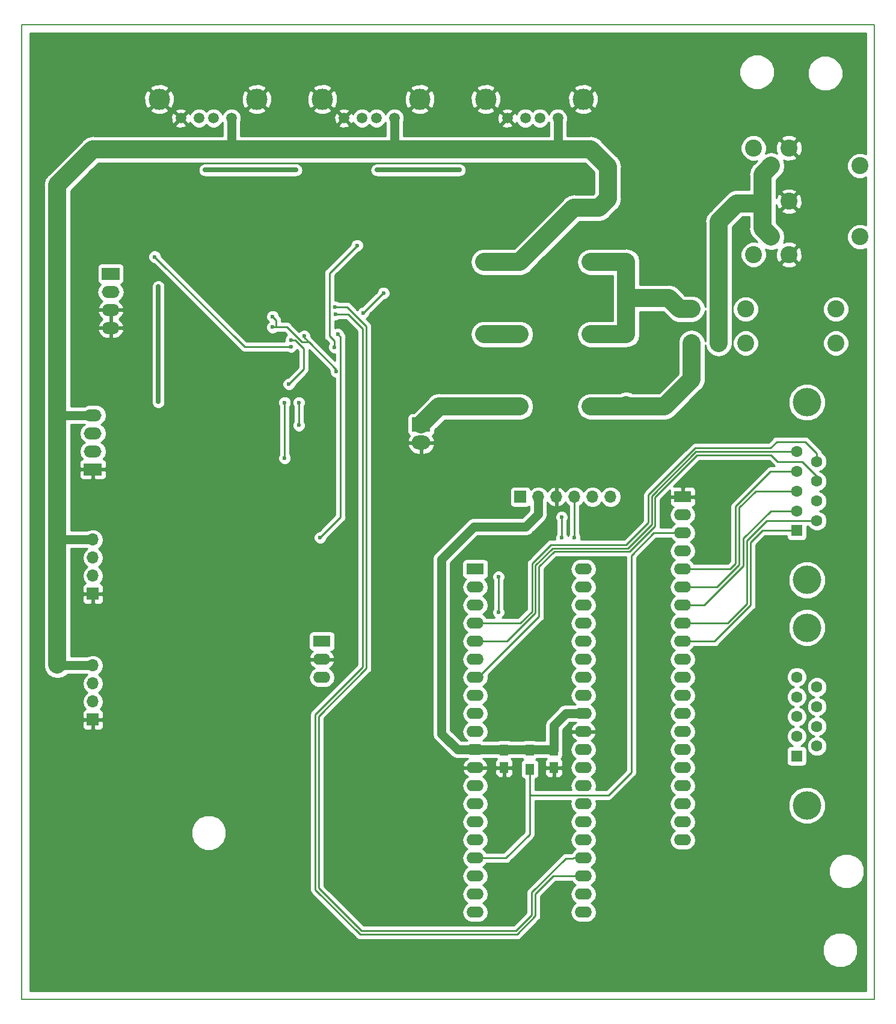
<source format=gbr>
%TF.GenerationSoftware,KiCad,Pcbnew,(5.0.1-3-g963ef8bb5)*%
%TF.CreationDate,2019-03-05T20:33:43+01:00*%
%TF.ProjectId,KaJUSBhub,4B614A5553426875622E6B696361645F,0.1*%
%TF.SameCoordinates,Original*%
%TF.FileFunction,Copper,L2,Bot,Signal*%
%TF.FilePolarity,Positive*%
%FSLAX46Y46*%
G04 Gerber Fmt 4.6, Leading zero omitted, Abs format (unit mm)*
G04 Created by KiCad (PCBNEW (5.0.1-3-g963ef8bb5)) date Dienstag, 05. März 2019 um 20:33:43*
%MOMM*%
%LPD*%
G01*
G04 APERTURE LIST*
%TA.AperFunction,NonConductor*%
%ADD10C,0.150000*%
%TD*%
%TA.AperFunction,ComponentPad*%
%ADD11R,2.400000X1.600000*%
%TD*%
%TA.AperFunction,ComponentPad*%
%ADD12O,2.400000X1.600000*%
%TD*%
%TA.AperFunction,ComponentPad*%
%ADD13C,2.400000*%
%TD*%
%TA.AperFunction,SMDPad,CuDef*%
%ADD14R,1.250000X1.500000*%
%TD*%
%TA.AperFunction,ComponentPad*%
%ADD15O,2.600000X2.000000*%
%TD*%
%TA.AperFunction,ComponentPad*%
%ADD16R,2.600000X2.000000*%
%TD*%
%TA.AperFunction,SMDPad,CuDef*%
%ADD17R,1.300000X1.500000*%
%TD*%
%TA.AperFunction,ComponentPad*%
%ADD18R,1.600000X1.600000*%
%TD*%
%TA.AperFunction,ComponentPad*%
%ADD19C,1.600000*%
%TD*%
%TA.AperFunction,ComponentPad*%
%ADD20C,4.000000*%
%TD*%
%TA.AperFunction,ComponentPad*%
%ADD21C,2.350000*%
%TD*%
%TA.AperFunction,ComponentPad*%
%ADD22R,2.500000X1.700000*%
%TD*%
%TA.AperFunction,ComponentPad*%
%ADD23O,2.500000X1.700000*%
%TD*%
%TA.AperFunction,ComponentPad*%
%ADD24C,1.500000*%
%TD*%
%TA.AperFunction,ComponentPad*%
%ADD25C,3.000000*%
%TD*%
%TA.AperFunction,ComponentPad*%
%ADD26O,1.700000X1.700000*%
%TD*%
%TA.AperFunction,ComponentPad*%
%ADD27R,1.700000X1.700000*%
%TD*%
%TA.AperFunction,ViaPad*%
%ADD28C,0.600000*%
%TD*%
%TA.AperFunction,Conductor*%
%ADD29C,0.635000*%
%TD*%
%TA.AperFunction,Conductor*%
%ADD30C,0.250000*%
%TD*%
%TA.AperFunction,Conductor*%
%ADD31C,0.254000*%
%TD*%
%TA.AperFunction,Conductor*%
%ADD32C,2.540000*%
%TD*%
%TA.AperFunction,Conductor*%
%ADD33C,1.270000*%
%TD*%
G04 APERTURE END LIST*
D10*
X100000000Y-157000000D02*
X100000000Y-20000000D01*
X220000000Y-157000000D02*
X100000000Y-157000000D01*
X100000000Y-20000000D02*
X220000000Y-20000000D01*
X220000000Y-20000000D02*
X220000000Y-157000000D01*
D11*
%TO.P,U1,1*%
%TO.N,J6:1-U1:1*%
X163830000Y-96520000D03*
D12*
%TO.P,U1,21*%
%TO.N,kC*%
X179070000Y-144780000D03*
%TO.P,U1,2*%
%TO.N,PY1*%
X163830000Y-99060000D03*
%TO.P,U1,22*%
%TO.N,kD*%
X179070000Y-142240000D03*
%TO.P,U1,3*%
%TO.N,PX1*%
X163830000Y-101600000D03*
%TO.P,U1,23*%
%TO.N,D-*%
X179070000Y-139700000D03*
%TO.P,U1,4*%
%TO.N,PX2*%
X163830000Y-104140000D03*
%TO.P,U1,24*%
%TO.N,D+*%
X179070000Y-137160000D03*
%TO.P,U1,5*%
%TO.N,PY2*%
X163830000Y-106680000D03*
%TO.P,U1,25*%
%TO.N,N/C*%
X179070000Y-134620000D03*
%TO.P,U1,6*%
%TO.N,Joy1select*%
X163830000Y-109220000D03*
%TO.P,U1,26*%
%TO.N,N/C*%
X179070000Y-132080000D03*
%TO.P,U1,7*%
%TO.N,Joy2select*%
X163830000Y-111760000D03*
%TO.P,U1,27*%
%TO.N,kE*%
X179070000Y-129540000D03*
%TO.P,U1,8*%
%TO.N,N/C*%
X163830000Y-114300000D03*
%TO.P,U1,28*%
%TO.N,kF*%
X179070000Y-127000000D03*
%TO.P,U1,9*%
%TO.N,N/C*%
X163830000Y-116840000D03*
%TO.P,U1,29*%
%TO.N,kG*%
X179070000Y-124460000D03*
%TO.P,U1,10*%
%TO.N,N/C*%
X163830000Y-119380000D03*
%TO.P,U1,30*%
%TO.N,kH*%
X179070000Y-121920000D03*
%TO.P,U1,11*%
%TO.N,+5VKaJ*%
X163830000Y-121920000D03*
%TO.P,U1,31*%
%TO.N,GND*%
X179070000Y-119380000D03*
%TO.P,U1,12*%
X163830000Y-124460000D03*
%TO.P,U1,32*%
%TO.N,+5VKaJ*%
X179070000Y-116840000D03*
%TO.P,U1,13*%
%TO.N,Net-(C4-Pad1)*%
X163830000Y-127000000D03*
%TO.P,U1,33*%
%TO.N,k0*%
X179070000Y-114300000D03*
%TO.P,U1,14*%
%TO.N,Net-(C3-Pad1)*%
X163830000Y-129540000D03*
%TO.P,U1,34*%
%TO.N,k1*%
X179070000Y-111760000D03*
%TO.P,U1,15*%
%TO.N,Net-(R6-Pad2)*%
X163830000Y-132080000D03*
%TO.P,U1,35*%
%TO.N,k2*%
X179070000Y-109220000D03*
%TO.P,U1,16*%
%TO.N,Net-(R7-Pad2)*%
X163830000Y-134620000D03*
%TO.P,U1,36*%
%TO.N,k3*%
X179070000Y-106680000D03*
%TO.P,U1,17*%
%TO.N,k8*%
X163830000Y-137160000D03*
%TO.P,U1,37*%
%TO.N,k4*%
X179070000Y-104140000D03*
%TO.P,U1,18*%
%TO.N,Net-(C9-Pad2)*%
X163830000Y-139700000D03*
%TO.P,U1,38*%
%TO.N,k5*%
X179070000Y-101600000D03*
%TO.P,U1,19*%
%TO.N,kA*%
X163830000Y-142240000D03*
%TO.P,U1,39*%
%TO.N,k6*%
X179070000Y-99060000D03*
%TO.P,U1,20*%
%TO.N,kB*%
X163830000Y-144780000D03*
%TO.P,U1,40*%
%TO.N,k7*%
X179070000Y-96520000D03*
%TD*%
D13*
%TO.P,SW1,2*%
%TO.N,Net-(J1-Pad4)*%
X198100000Y-59940000D03*
%TO.P,SW1,1*%
%TO.N,Net-(F1-Pad2)*%
X194300000Y-59940000D03*
%TO.P,SW1,3*%
%TO.N,N/C*%
X201900000Y-59940000D03*
%TO.P,SW1,4*%
%TO.N,Net-(F3-Pad2)*%
X194300000Y-64740000D03*
%TO.P,SW1,5*%
%TO.N,Net-(J1-Pad4)*%
X198100000Y-64740000D03*
%TO.P,SW1,6*%
%TO.N,N/C*%
X201900000Y-64740000D03*
%TO.P,SW1,7*%
X214600000Y-59940000D03*
%TO.P,SW1,8*%
X214600000Y-64740000D03*
%TD*%
%TO.P,J1,*%
%TO.N,*%
X217994900Y-49799340D03*
X217994900Y-39796820D03*
%TO.P,J1,5*%
%TO.N,Net-(J1-Pad4)*%
X205498100Y-49794260D03*
%TO.P,J1,1*%
%TO.N,GND*%
X208000000Y-37300000D03*
%TO.P,J1,2*%
X207997460Y-44798080D03*
%TO.P,J1,4*%
%TO.N,Net-(J1-Pad4)*%
X205498100Y-39801900D03*
%TO.P,J1,3*%
%TO.N,GND*%
X207997200Y-52298080D03*
%TO.P,J1,7*%
%TO.N,N/C*%
X203000000Y-52296160D03*
%TO.P,J1,6*%
X203000000Y-37300000D03*
%TD*%
D14*
%TO.P,C7,1*%
%TO.N,+5VKaJ*%
X167900000Y-121950000D03*
%TO.P,C7,2*%
%TO.N,GND*%
X167900000Y-124450000D03*
%TD*%
D15*
%TO.P,J2,2*%
%TO.N,GND*%
X156210000Y-78740000D03*
D16*
%TO.P,J2,1*%
%TO.N,Net-(F3-Pad1)*%
X156210000Y-76200000D03*
%TD*%
D17*
%TO.P,R8,1*%
%TO.N,+5VKaJ*%
X171500000Y-121950000D03*
%TO.P,R8,2*%
%TO.N,k8*%
X171500000Y-124650000D03*
%TD*%
D11*
%TO.P,J7,1*%
%TO.N,GND*%
X193040000Y-86360000D03*
D12*
%TO.P,J7,2*%
%TO.N,N/C*%
X193040000Y-88900000D03*
%TO.P,J7,3*%
%TO.N,k8*%
X193040000Y-91440000D03*
%TO.P,J7,4*%
%TO.N,N/C*%
X193040000Y-93980000D03*
%TO.P,J7,5*%
%TO.N,k7*%
X193040000Y-96520000D03*
%TO.P,J7,6*%
%TO.N,k6*%
X193040000Y-99060000D03*
%TO.P,J7,7*%
%TO.N,k5*%
X193040000Y-101600000D03*
%TO.P,J7,8*%
%TO.N,k4*%
X193040000Y-104140000D03*
%TO.P,J7,9*%
%TO.N,k3*%
X193040000Y-106680000D03*
%TO.P,J7,10*%
%TO.N,k2*%
X193040000Y-109220000D03*
%TO.P,J7,11*%
%TO.N,k1*%
X193040000Y-111760000D03*
%TO.P,J7,12*%
%TO.N,k0*%
X193040000Y-114300000D03*
%TO.P,J7,13*%
%TO.N,kH*%
X193040000Y-116840000D03*
%TO.P,J7,14*%
%TO.N,kG*%
X193040000Y-119380000D03*
%TO.P,J7,15*%
%TO.N,kF*%
X193040000Y-121920000D03*
%TO.P,J7,16*%
%TO.N,kE*%
X193040000Y-124460000D03*
%TO.P,J7,17*%
%TO.N,kD*%
X193040000Y-127000000D03*
%TO.P,J7,18*%
%TO.N,kC*%
X193040000Y-129540000D03*
%TO.P,J7,19*%
%TO.N,kB*%
X193040000Y-132080000D03*
%TO.P,J7,20*%
%TO.N,kA*%
X193040000Y-134620000D03*
%TD*%
D18*
%TO.P,J4,1*%
%TO.N,k3*%
X209100000Y-122800000D03*
D19*
%TO.P,J4,2*%
%TO.N,k5*%
X209100000Y-120030000D03*
%TO.P,J4,3*%
%TO.N,k6*%
X209100000Y-117260000D03*
%TO.P,J4,4*%
%TO.N,k7*%
X209100000Y-114490000D03*
%TO.P,J4,5*%
%TO.N,PY1*%
X209100000Y-111720000D03*
%TO.P,J4,6*%
%TO.N,k4*%
X211940000Y-121415000D03*
%TO.P,J4,7*%
%TO.N,+5VKaJ*%
X211940000Y-118645000D03*
%TO.P,J4,8*%
%TO.N,Joy1select*%
X211940000Y-115875000D03*
%TO.P,J4,9*%
%TO.N,PX1*%
X211940000Y-113105000D03*
D20*
%TO.P,J4,0*%
%TO.N,N/C*%
X210520000Y-129760000D03*
X210520000Y-104760000D03*
%TD*%
%TO.P,J6,0*%
%TO.N,N/C*%
X210520000Y-73060000D03*
X210520000Y-98060000D03*
D19*
%TO.P,J6,9*%
%TO.N,PX2*%
X211940000Y-81405000D03*
%TO.P,J6,8*%
%TO.N,Joy2select*%
X211940000Y-84175000D03*
%TO.P,J6,7*%
%TO.N,+5VKaJ*%
X211940000Y-86945000D03*
%TO.P,J6,6*%
%TO.N,k4*%
X211940000Y-89715000D03*
%TO.P,J6,5*%
%TO.N,PY2*%
X209100000Y-80020000D03*
%TO.P,J6,4*%
%TO.N,k7*%
X209100000Y-82790000D03*
%TO.P,J6,3*%
%TO.N,k6*%
X209100000Y-85560000D03*
%TO.P,J6,2*%
%TO.N,k5*%
X209100000Y-88330000D03*
D18*
%TO.P,J6,1*%
%TO.N,k3*%
X209100000Y-91100000D03*
%TD*%
D14*
%TO.P,C8,1*%
%TO.N,+5VKaJ*%
X174900000Y-121950000D03*
%TO.P,C8,2*%
%TO.N,GND*%
X174900000Y-124450000D03*
%TD*%
D21*
%TO.P,F1,2*%
%TO.N,Net-(F1-Pad2)*%
X180100000Y-63500000D03*
X185100000Y-63500000D03*
%TO.P,F1,1*%
%TO.N,+5VKaJ*%
X170100000Y-63500000D03*
X165100000Y-63500000D03*
%TD*%
%TO.P,F2,2*%
%TO.N,Net-(F1-Pad2)*%
X180100000Y-53340000D03*
X185100000Y-53340000D03*
%TO.P,F2,1*%
%TO.N,+5VUSBhub*%
X170100000Y-53340000D03*
X165100000Y-53340000D03*
%TD*%
D22*
%TO.P,P1,1*%
%TO.N,DMU*%
X112500000Y-55000000D03*
D23*
%TO.P,P1,2*%
%TO.N,DPU*%
X112500000Y-57540000D03*
%TO.P,P1,3*%
%TO.N,GND*%
X112500000Y-60080000D03*
%TO.P,P1,4*%
X112500000Y-62620000D03*
%TD*%
D24*
%TO.P,USB1,4*%
%TO.N,GND*%
X122390000Y-33100000D03*
%TO.P,USB1,3*%
%TO.N,DP1*%
X124930000Y-33100000D03*
%TO.P,USB1,2*%
%TO.N,DM1*%
X126960000Y-33100000D03*
%TO.P,USB1,1*%
%TO.N,+5VUSBhub*%
X129500000Y-33100000D03*
D25*
%TO.P,USB1,5*%
%TO.N,GND*%
X119340000Y-30430000D03*
X133060000Y-30430000D03*
%TD*%
D24*
%TO.P,USB2,4*%
%TO.N,GND*%
X145350000Y-33100000D03*
%TO.P,USB2,3*%
%TO.N,DP2*%
X147890000Y-33100000D03*
%TO.P,USB2,2*%
%TO.N,DM2*%
X149920000Y-33100000D03*
%TO.P,USB2,1*%
%TO.N,+5VUSBhub*%
X152460000Y-33100000D03*
D25*
%TO.P,USB2,5*%
%TO.N,GND*%
X142300000Y-30430000D03*
X156020000Y-30430000D03*
%TD*%
D24*
%TO.P,USB3,4*%
%TO.N,GND*%
X168350000Y-33100000D03*
%TO.P,USB3,3*%
%TO.N,DP3*%
X170890000Y-33100000D03*
%TO.P,USB3,2*%
%TO.N,DM3*%
X172920000Y-33100000D03*
%TO.P,USB3,1*%
%TO.N,+5VUSBhub*%
X175460000Y-33100000D03*
D25*
%TO.P,USB3,5*%
%TO.N,GND*%
X165300000Y-30430000D03*
X179020000Y-30430000D03*
%TD*%
D22*
%TO.P,USB5,1*%
%TO.N,GND*%
X110000000Y-82500000D03*
D23*
%TO.P,USB5,2*%
%TO.N,DP5*%
X110000000Y-79960000D03*
%TO.P,USB5,3*%
%TO.N,DM5*%
X110000000Y-77420000D03*
%TO.P,USB5,4*%
%TO.N,+5VUSBhub*%
X110000000Y-74880000D03*
%TD*%
D21*
%TO.P,F3,1*%
%TO.N,Net-(F3-Pad1)*%
X165100000Y-73660000D03*
X170100000Y-73660000D03*
%TO.P,F3,2*%
%TO.N,Net-(F3-Pad2)*%
X185100000Y-73660000D03*
X180100000Y-73660000D03*
%TD*%
D26*
%TO.P,J3,6*%
%TO.N,N/C*%
X182880000Y-86360000D03*
%TO.P,J3,5*%
%TO.N,k6*%
X180340000Y-86360000D03*
%TO.P,J3,4*%
%TO.N,k7*%
X177800000Y-86360000D03*
%TO.P,J3,3*%
%TO.N,GND*%
X175260000Y-86360000D03*
%TO.P,J3,2*%
%TO.N,+5VKaJ*%
X172720000Y-86360000D03*
D27*
%TO.P,J3,1*%
%TO.N,J6:1-U1:1*%
X170180000Y-86360000D03*
%TD*%
D11*
%TO.P,J5,1*%
%TO.N,Net-(J5-Pad1)*%
X142240000Y-106680000D03*
D12*
%TO.P,J5,2*%
%TO.N,GND*%
X142240000Y-109220000D03*
%TO.P,J5,3*%
%TO.N,Net-(J5-Pad3)*%
X142240000Y-111760000D03*
%TD*%
D26*
%TO.P,USB6,4*%
%TO.N,+5VUSBhub*%
X110000000Y-92380000D03*
%TO.P,USB6,3*%
%TO.N,DM6*%
X110000000Y-94920000D03*
%TO.P,USB6,2*%
%TO.N,DP6*%
X110000000Y-97460000D03*
D27*
%TO.P,USB6,1*%
%TO.N,GND*%
X110000000Y-100000000D03*
%TD*%
D26*
%TO.P,USB7,4*%
%TO.N,+5VUSBhub*%
X110000000Y-110080000D03*
%TO.P,USB7,3*%
%TO.N,DM7*%
X110000000Y-112620000D03*
%TO.P,USB7,2*%
%TO.N,DP7*%
X110000000Y-115160000D03*
D27*
%TO.P,USB7,1*%
%TO.N,GND*%
X110000000Y-117700000D03*
%TD*%
D28*
%TO.N,GND*%
X126000000Y-108000000D03*
X126000000Y-90000000D03*
X133000000Y-90000000D03*
X133000000Y-110000000D03*
X126000000Y-105000000D03*
X123000000Y-90000000D03*
X123000000Y-108000000D03*
X126000000Y-93000000D03*
X190000000Y-30000000D03*
X190000000Y-40000000D03*
X110000000Y-30000000D03*
X111000000Y-130000000D03*
X120000000Y-140000000D03*
X130000000Y-150000000D03*
X141000000Y-150000000D03*
X190000000Y-150000000D03*
X200000000Y-150000000D03*
X200000000Y-139000000D03*
X201000000Y-130000000D03*
X156000000Y-85000000D03*
X152000000Y-85000000D03*
X151000000Y-71000000D03*
X170000000Y-80000000D03*
X180000000Y-80000000D03*
X172000000Y-108000000D03*
X172000000Y-111000000D03*
X172000000Y-114000000D03*
X170000000Y-140000000D03*
X173000000Y-137000000D03*
X201100000Y-82900000D03*
%TO.N,VD18*%
X135300000Y-62500000D03*
X139750000Y-63750000D03*
X144250000Y-68750000D03*
X135300000Y-61000000D03*
%TO.N,k7*%
X177800000Y-92100000D03*
%TO.N,k6*%
X176000000Y-89200000D03*
X176000000Y-92099996D03*
%TO.N,Joy1select*%
X167100000Y-102600000D03*
X167099996Y-97600000D03*
%TO.N,DRV*%
X125800000Y-40400000D03*
X138600000Y-40400000D03*
X149999998Y-40400000D03*
X161600000Y-40400002D03*
X119200000Y-56800000D03*
X119200000Y-73000000D03*
%TO.N,LED1*%
X118700000Y-52600000D03*
X137900000Y-65250000D03*
%TO.N,LED2*%
X144000000Y-65300000D03*
X147200000Y-51000000D03*
%TO.N,LED3*%
X148050000Y-60500000D03*
X150900000Y-57700000D03*
%TO.N,LED4*%
X144500000Y-63500000D03*
X142000000Y-92100000D03*
%TO.N,LED6*%
X139000000Y-73100000D03*
X139000000Y-76300000D03*
%TO.N,LED7*%
X137000000Y-73100000D03*
X137000000Y-80900000D03*
%TO.N,D-*%
X144150000Y-60650000D03*
%TO.N,D+*%
X144050000Y-59650000D03*
%TO.N,+5VUSBhub*%
X137900000Y-64300000D03*
X137600000Y-70500000D03*
%TD*%
D29*
%TO.N,GND*%
X179050000Y-119360000D02*
X179070000Y-119380000D01*
D30*
%TO.N,PX2*%
X170160000Y-104140000D02*
X163830000Y-104140000D01*
X171823326Y-102476674D02*
X170160000Y-104140000D01*
X171823326Y-95776674D02*
X171823326Y-102476674D01*
X171886916Y-95713084D02*
X171886916Y-95776674D01*
X205400000Y-79500000D02*
X194800000Y-79500000D01*
X174500000Y-93100000D02*
X171886916Y-95713084D01*
X188200000Y-90000000D02*
X185100000Y-93100000D01*
X188200000Y-86100000D02*
X188200000Y-90000000D01*
X206300000Y-78600000D02*
X205400000Y-79500000D01*
X210266370Y-78600000D02*
X206300000Y-78600000D01*
X185100000Y-93100000D02*
X174500000Y-93100000D01*
X194800000Y-79500000D02*
X188200000Y-86100000D01*
X211940000Y-80273630D02*
X210266370Y-78600000D01*
X211940000Y-81405000D02*
X211940000Y-80273630D01*
D31*
%TO.N,PY2*%
X163830000Y-106680000D02*
X165284000Y-106680000D01*
D30*
X168320000Y-106680000D02*
X165280000Y-106680000D01*
X172300000Y-102700000D02*
X168320000Y-106680000D01*
X174700000Y-93600000D02*
X172300000Y-96000000D01*
X185300000Y-93600000D02*
X174700000Y-93600000D01*
X188700000Y-86236410D02*
X188700000Y-90200000D01*
X194916410Y-80020000D02*
X188700000Y-86236410D01*
X209100000Y-80020000D02*
X194916410Y-80020000D01*
X188700000Y-90200000D02*
X185300000Y-93600000D01*
X172300000Y-96000000D02*
X172300000Y-102700000D01*
X165280000Y-106680000D02*
X163830000Y-106680000D01*
%TO.N,VD18*%
X135300000Y-61000000D02*
X135800000Y-61500000D01*
X135800000Y-61500000D02*
X135800000Y-62500000D01*
X135800000Y-62500000D02*
X135300000Y-62500000D01*
X144250000Y-68450000D02*
X140400000Y-64600000D01*
X144250000Y-68750000D02*
X144250000Y-68450000D01*
X139750000Y-63950000D02*
X139750000Y-63750000D01*
X140400000Y-64600000D02*
X139750000Y-63950000D01*
X136000000Y-62500000D02*
X135800000Y-62500000D01*
X137311411Y-62500000D02*
X136000000Y-62500000D01*
X139411411Y-64600000D02*
X137311411Y-62500000D01*
X140400000Y-64600000D02*
X139411411Y-64600000D01*
D32*
%TO.N,Net-(F1-Pad2)*%
X180100000Y-53340000D02*
X185100000Y-53340000D01*
X180100000Y-63500000D02*
X185100000Y-63500000D01*
X185100000Y-59690000D02*
X185100000Y-63500000D01*
X191082944Y-58420000D02*
X185100000Y-58420000D01*
X192602944Y-59940000D02*
X191082944Y-58420000D01*
X194300000Y-59940000D02*
X192602944Y-59940000D01*
X185100000Y-58420000D02*
X185100000Y-59690000D01*
X185100000Y-53340000D02*
X185100000Y-58420000D01*
%TO.N,Net-(J1-Pad4)*%
X198100000Y-59940000D02*
X198100000Y-64740000D01*
X204298101Y-48594261D02*
X205498100Y-49794260D01*
X205498100Y-39801900D02*
X204298101Y-41001899D01*
X198100000Y-59940000D02*
X198100000Y-47645000D01*
X198100000Y-47645000D02*
X200660000Y-45085000D01*
X204298101Y-45085000D02*
X204298101Y-48594261D01*
X200660000Y-45085000D02*
X204298101Y-45085000D01*
X204298101Y-41001899D02*
X204298101Y-45085000D01*
D30*
%TO.N,k7*%
X199680000Y-96520000D02*
X193040000Y-96520000D01*
X200500000Y-95700000D02*
X199680000Y-96520000D01*
X207958630Y-82800000D02*
X205400000Y-82800000D01*
X207968630Y-82790000D02*
X207958630Y-82800000D01*
X200500000Y-87700000D02*
X200500000Y-95700000D01*
X205400000Y-82800000D02*
X200500000Y-87700000D01*
X209100000Y-82790000D02*
X207968630Y-82790000D01*
X177800000Y-89100000D02*
X177800000Y-92100000D01*
X177800000Y-89100000D02*
X177800000Y-86360000D01*
%TO.N,k6*%
X201000000Y-95900000D02*
X197840000Y-99060000D01*
X197840000Y-99060000D02*
X193040000Y-99060000D01*
X201000000Y-87900000D02*
X201000000Y-95900000D01*
X203340000Y-85560000D02*
X201000000Y-87900000D01*
X209100000Y-85560000D02*
X203340000Y-85560000D01*
X176000000Y-89200000D02*
X176000000Y-92099996D01*
X176000000Y-91800000D02*
X176000000Y-92099996D01*
%TO.N,k3*%
X197520000Y-106680000D02*
X193040000Y-106680000D01*
X202600000Y-92800000D02*
X202600000Y-101600000D01*
X204300000Y-91100000D02*
X202600000Y-92800000D01*
X202600000Y-101600000D02*
X197520000Y-106680000D01*
X209100000Y-91100000D02*
X204300000Y-91100000D01*
%TO.N,k5*%
X196100000Y-101600000D02*
X193040000Y-101600000D01*
X201600000Y-96100000D02*
X196100000Y-101600000D01*
X205470000Y-88330000D02*
X201600000Y-92200000D01*
X201600000Y-92200000D02*
X201600000Y-96100000D01*
X209100000Y-88330000D02*
X205470000Y-88330000D01*
%TO.N,k4*%
X199360000Y-104140000D02*
X193040000Y-104140000D01*
X202100000Y-101400000D02*
X199360000Y-104140000D01*
X202100000Y-92500000D02*
X202100000Y-101400000D01*
X204885000Y-89715000D02*
X202100000Y-92500000D01*
X211940000Y-89715000D02*
X204885000Y-89715000D01*
%TO.N,Joy1select*%
X167100000Y-102600000D02*
X167100000Y-97600004D01*
X167100000Y-97600004D02*
X167099996Y-97600000D01*
%TO.N,Joy2select*%
X164230000Y-111760000D02*
X163830000Y-111760000D01*
X172800000Y-103190000D02*
X164230000Y-111760000D01*
X206400000Y-81400000D02*
X205500000Y-80500000D01*
X185549989Y-94050011D02*
X174949989Y-94050011D01*
X174949989Y-94050011D02*
X172800000Y-96200000D01*
X211940000Y-84175000D02*
X211940000Y-83440000D01*
X189150010Y-90449990D02*
X185549989Y-94050011D01*
X195072820Y-80500000D02*
X189150011Y-86422809D01*
X172800000Y-96200000D02*
X172800000Y-103190000D01*
X209900000Y-81400000D02*
X206400000Y-81400000D01*
X205500000Y-80500000D02*
X195072820Y-80500000D01*
X189150011Y-86422809D02*
X189150010Y-90449990D01*
X211940000Y-83440000D02*
X209900000Y-81400000D01*
%TO.N,k8*%
X171500000Y-125650000D02*
X171500000Y-124650000D01*
X168140000Y-137160000D02*
X171500000Y-133800000D01*
X163830000Y-137160000D02*
X168140000Y-137160000D01*
X171500000Y-133800000D02*
X171500000Y-128100000D01*
X171500000Y-128100000D02*
X171500000Y-125650000D01*
X171700000Y-128300000D02*
X171500000Y-128100000D01*
X182600000Y-128300000D02*
X171700000Y-128300000D01*
X185800000Y-94600000D02*
X185800000Y-125100000D01*
X188960000Y-91440000D02*
X185800000Y-94600000D01*
X185800000Y-125100000D02*
X182600000Y-128300000D01*
X193040000Y-91440000D02*
X188960000Y-91440000D01*
D29*
%TO.N,DRV*%
X149999998Y-40400000D02*
X161599998Y-40400000D01*
X119200000Y-56800000D02*
X119200000Y-73000000D01*
X125800000Y-40400000D02*
X138600000Y-40400000D01*
D30*
%TO.N,LED1*%
X131350000Y-65250000D02*
X131200000Y-65100000D01*
X137900000Y-65250000D02*
X131350000Y-65250000D01*
X118700000Y-52600000D02*
X131200000Y-65100000D01*
%TO.N,LED2*%
X144000000Y-64450000D02*
X143300000Y-63750000D01*
X144000000Y-64450000D02*
X144000000Y-65300000D01*
X143300000Y-63750000D02*
X143300000Y-54900000D01*
X143300000Y-54900000D02*
X147200000Y-51000000D01*
%TO.N,LED3*%
X148050000Y-60500000D02*
X150850000Y-57700000D01*
X150850000Y-57700000D02*
X150900000Y-57700000D01*
%TO.N,LED4*%
X144875001Y-63875001D02*
X144875001Y-89224999D01*
X144500000Y-63500000D02*
X144875001Y-63875001D01*
X144875001Y-89224999D02*
X142000000Y-92100000D01*
%TO.N,LED6*%
X139000000Y-73100000D02*
X139000000Y-73524264D01*
X139000000Y-73524264D02*
X139000000Y-76300000D01*
%TO.N,LED7*%
X137000000Y-73100000D02*
X137000000Y-80900000D01*
%TO.N,D-*%
X148000000Y-62700000D02*
X145950000Y-60650000D01*
X141300000Y-117000000D02*
X148000000Y-110300000D01*
X141300000Y-141600000D02*
X141300000Y-117000000D01*
X145950000Y-60650000D02*
X144150000Y-60650000D01*
X148000000Y-110300000D02*
X148000000Y-62700000D01*
X147600000Y-147900000D02*
X141300000Y-141600000D01*
X172300000Y-145300000D02*
X169700000Y-147900000D01*
X172300000Y-142200000D02*
X172300000Y-145300000D01*
X174800000Y-139700000D02*
X172300000Y-142200000D01*
X169700000Y-147900000D02*
X147600000Y-147900000D01*
X179070000Y-139700000D02*
X174800000Y-139700000D01*
%TO.N,D+*%
X145750000Y-59650000D02*
X144050000Y-59650000D01*
X148500000Y-110500000D02*
X148500000Y-62400000D01*
X177580000Y-137200000D02*
X176600000Y-137200000D01*
X141800000Y-117200000D02*
X148500000Y-110500000D01*
X141800000Y-141400000D02*
X141800000Y-117200000D01*
X179070000Y-137160000D02*
X177620000Y-137160000D01*
X169563590Y-147400000D02*
X147800000Y-147400000D01*
X147800000Y-147400000D02*
X141800000Y-141400000D01*
X148500000Y-62400000D02*
X145750000Y-59650000D01*
X177620000Y-137160000D02*
X177580000Y-137200000D01*
X171800000Y-145163590D02*
X169563590Y-147400000D01*
X171800000Y-142000000D02*
X171800000Y-145163590D01*
X176600000Y-137200000D02*
X171800000Y-142000000D01*
D32*
%TO.N,+5VKaJ*%
X165100000Y-63500000D02*
X170100000Y-63500000D01*
D33*
X179050000Y-116860000D02*
X179070000Y-116840000D01*
X159100000Y-95100000D02*
X159100000Y-119700000D01*
X170900000Y-90600000D02*
X163600000Y-90600000D01*
X172720000Y-88780000D02*
X170900000Y-90600000D01*
X163600000Y-90600000D02*
X159100000Y-95100000D01*
X161320000Y-121920000D02*
X163830000Y-121920000D01*
X159100000Y-119700000D02*
X161320000Y-121920000D01*
X172720000Y-86360000D02*
X172720000Y-88780000D01*
X174870000Y-121920000D02*
X174900000Y-121950000D01*
X163830000Y-121920000D02*
X174870000Y-121920000D01*
X174900000Y-119930000D02*
X174900000Y-121950000D01*
X174900000Y-118540000D02*
X174900000Y-119930000D01*
X176600000Y-116840000D02*
X174900000Y-118540000D01*
X179070000Y-116840000D02*
X176600000Y-116840000D01*
%TO.N,+5VUSBhub*%
X110000000Y-74880000D02*
X105000000Y-74880000D01*
X105000000Y-74880000D02*
X105000000Y-75000000D01*
X110000000Y-92380000D02*
X105000000Y-92380000D01*
X105000000Y-92380000D02*
X105000000Y-92500000D01*
D32*
X105000000Y-42500000D02*
X105000000Y-75000000D01*
X105000000Y-75000000D02*
X105000000Y-92500000D01*
X105000000Y-92500000D02*
X105000000Y-110000000D01*
X110000000Y-37500000D02*
X105000000Y-42500000D01*
X165100000Y-53340000D02*
X170100000Y-53340000D01*
X181230000Y-45720000D02*
X177720000Y-45720000D01*
X182500000Y-44450000D02*
X181230000Y-45720000D01*
X177720000Y-45720000D02*
X170100000Y-53340000D01*
D33*
X175460000Y-37340000D02*
X175300000Y-37500000D01*
X175460000Y-33100000D02*
X175460000Y-37340000D01*
X152460000Y-37460000D02*
X152460000Y-33100000D01*
X152500000Y-37500000D02*
X152460000Y-37460000D01*
X129500000Y-33100000D02*
X129500000Y-37500000D01*
D32*
X129500000Y-37500000D02*
X152500000Y-37500000D01*
X110000000Y-37500000D02*
X129500000Y-37500000D01*
X152500000Y-37500000D02*
X180100000Y-37500000D01*
X182500000Y-39900000D02*
X182500000Y-44450000D01*
X180100000Y-37500000D02*
X182500000Y-39900000D01*
D33*
X105080000Y-110080000D02*
X105000000Y-110000000D01*
X110000000Y-110080000D02*
X105080000Y-110080000D01*
D30*
X139675001Y-68424999D02*
X137600000Y-70500000D01*
X138475001Y-64300000D02*
X139675001Y-65500000D01*
X137900000Y-64300000D02*
X138475001Y-64300000D01*
X139675001Y-65500000D02*
X139675001Y-68424999D01*
D32*
%TO.N,Net-(F3-Pad1)*%
X165100000Y-73660000D02*
X170100000Y-73660000D01*
X158750000Y-73660000D02*
X156210000Y-76200000D01*
X165100000Y-73660000D02*
X158750000Y-73660000D01*
%TO.N,Net-(F3-Pad2)*%
X180100000Y-73660000D02*
X185100000Y-73660000D01*
X185100000Y-73660000D02*
X185100000Y-73440000D01*
X194300000Y-64740000D02*
X194300000Y-69860000D01*
X190500000Y-73660000D02*
X185100000Y-73660000D01*
X194300000Y-69860000D02*
X190500000Y-73660000D01*
%TD*%
D31*
%TO.N,GND*%
G36*
X218873000Y-38174351D02*
X218359904Y-37961820D01*
X217629896Y-37961820D01*
X216955456Y-38241182D01*
X216439262Y-38757376D01*
X216159900Y-39431816D01*
X216159900Y-40161824D01*
X216439262Y-40836264D01*
X216955456Y-41352458D01*
X217629896Y-41631820D01*
X218359904Y-41631820D01*
X218873000Y-41419289D01*
X218873000Y-48176871D01*
X218359904Y-47964340D01*
X217629896Y-47964340D01*
X216955456Y-48243702D01*
X216439262Y-48759896D01*
X216159900Y-49434336D01*
X216159900Y-50164344D01*
X216439262Y-50838784D01*
X216955456Y-51354978D01*
X217629896Y-51634340D01*
X218359904Y-51634340D01*
X218873000Y-51421809D01*
X218873000Y-155873000D01*
X101127000Y-155873000D01*
X101127000Y-149605703D01*
X212715000Y-149605703D01*
X212715000Y-150594297D01*
X213093319Y-151507639D01*
X213792361Y-152206681D01*
X214705703Y-152585000D01*
X215694297Y-152585000D01*
X216607639Y-152206681D01*
X217306681Y-151507639D01*
X217685000Y-150594297D01*
X217685000Y-149605703D01*
X217306681Y-148692361D01*
X216607639Y-147993319D01*
X215694297Y-147615000D01*
X214705703Y-147615000D01*
X213792361Y-147993319D01*
X213093319Y-148692361D01*
X212715000Y-149605703D01*
X101127000Y-149605703D01*
X101127000Y-133105703D01*
X123815000Y-133105703D01*
X123815000Y-134094297D01*
X124193319Y-135007639D01*
X124892361Y-135706681D01*
X125805703Y-136085000D01*
X126794297Y-136085000D01*
X127707639Y-135706681D01*
X128406681Y-135007639D01*
X128785000Y-134094297D01*
X128785000Y-133105703D01*
X128406681Y-132192361D01*
X127707639Y-131493319D01*
X126794297Y-131115000D01*
X125805703Y-131115000D01*
X124892361Y-131493319D01*
X124193319Y-132192361D01*
X123815000Y-133105703D01*
X101127000Y-133105703D01*
X101127000Y-117985750D01*
X108515000Y-117985750D01*
X108515000Y-118676310D01*
X108611673Y-118909699D01*
X108790302Y-119088327D01*
X109023691Y-119185000D01*
X109714250Y-119185000D01*
X109873000Y-119026250D01*
X109873000Y-117827000D01*
X110127000Y-117827000D01*
X110127000Y-119026250D01*
X110285750Y-119185000D01*
X110976309Y-119185000D01*
X111209698Y-119088327D01*
X111388327Y-118909699D01*
X111485000Y-118676310D01*
X111485000Y-117985750D01*
X111326250Y-117827000D01*
X110127000Y-117827000D01*
X109873000Y-117827000D01*
X108673750Y-117827000D01*
X108515000Y-117985750D01*
X101127000Y-117985750D01*
X101127000Y-42500000D01*
X103057680Y-42500000D01*
X103095000Y-42687621D01*
X103095001Y-74812370D01*
X103095000Y-74812375D01*
X103095001Y-92312370D01*
X103095000Y-92312375D01*
X103095001Y-110187626D01*
X103205530Y-110743294D01*
X103626573Y-111373428D01*
X104256707Y-111794471D01*
X105000000Y-111942321D01*
X105743294Y-111794471D01*
X106373428Y-111373428D01*
X106389082Y-111350000D01*
X109227761Y-111350000D01*
X108929375Y-111549375D01*
X108601161Y-112040582D01*
X108485908Y-112620000D01*
X108601161Y-113199418D01*
X108929375Y-113690625D01*
X109227761Y-113890000D01*
X108929375Y-114089375D01*
X108601161Y-114580582D01*
X108485908Y-115160000D01*
X108601161Y-115739418D01*
X108929375Y-116230625D01*
X108951033Y-116245096D01*
X108790302Y-116311673D01*
X108611673Y-116490301D01*
X108515000Y-116723690D01*
X108515000Y-117414250D01*
X108673750Y-117573000D01*
X109873000Y-117573000D01*
X109873000Y-117553000D01*
X110127000Y-117553000D01*
X110127000Y-117573000D01*
X111326250Y-117573000D01*
X111485000Y-117414250D01*
X111485000Y-116723690D01*
X111388327Y-116490301D01*
X111209698Y-116311673D01*
X111048967Y-116245096D01*
X111070625Y-116230625D01*
X111398839Y-115739418D01*
X111514092Y-115160000D01*
X111398839Y-114580582D01*
X111070625Y-114089375D01*
X110772239Y-113890000D01*
X111070625Y-113690625D01*
X111398839Y-113199418D01*
X111514092Y-112620000D01*
X111398839Y-112040582D01*
X111211361Y-111760000D01*
X140376887Y-111760000D01*
X140488260Y-112319909D01*
X140805423Y-112794577D01*
X141280091Y-113111740D01*
X141698667Y-113195000D01*
X142781333Y-113195000D01*
X143199909Y-113111740D01*
X143674577Y-112794577D01*
X143991740Y-112319909D01*
X144103113Y-111760000D01*
X143991740Y-111200091D01*
X143674577Y-110725423D01*
X143318501Y-110487501D01*
X143744500Y-110144896D01*
X144014367Y-109651819D01*
X144031904Y-109569039D01*
X143909915Y-109347000D01*
X142367000Y-109347000D01*
X142367000Y-109367000D01*
X142113000Y-109367000D01*
X142113000Y-109347000D01*
X140570085Y-109347000D01*
X140448096Y-109569039D01*
X140465633Y-109651819D01*
X140735500Y-110144896D01*
X141161499Y-110487501D01*
X140805423Y-110725423D01*
X140488260Y-111200091D01*
X140376887Y-111760000D01*
X111211361Y-111760000D01*
X111070625Y-111549375D01*
X110772239Y-111350000D01*
X111070625Y-111150625D01*
X111398839Y-110659418D01*
X111514092Y-110080000D01*
X111398839Y-109500582D01*
X111070625Y-109009375D01*
X110579418Y-108681161D01*
X110146256Y-108595000D01*
X109853744Y-108595000D01*
X109420582Y-108681161D01*
X109227761Y-108810000D01*
X106905000Y-108810000D01*
X106905000Y-105880000D01*
X140392560Y-105880000D01*
X140392560Y-107480000D01*
X140441843Y-107727765D01*
X140582191Y-107937809D01*
X140792235Y-108078157D01*
X140963016Y-108112127D01*
X140735500Y-108295104D01*
X140465633Y-108788181D01*
X140448096Y-108870961D01*
X140570085Y-109093000D01*
X142113000Y-109093000D01*
X142113000Y-109073000D01*
X142367000Y-109073000D01*
X142367000Y-109093000D01*
X143909915Y-109093000D01*
X144031904Y-108870961D01*
X144014367Y-108788181D01*
X143744500Y-108295104D01*
X143516984Y-108112127D01*
X143687765Y-108078157D01*
X143897809Y-107937809D01*
X144038157Y-107727765D01*
X144087440Y-107480000D01*
X144087440Y-105880000D01*
X144038157Y-105632235D01*
X143897809Y-105422191D01*
X143687765Y-105281843D01*
X143440000Y-105232560D01*
X141040000Y-105232560D01*
X140792235Y-105281843D01*
X140582191Y-105422191D01*
X140441843Y-105632235D01*
X140392560Y-105880000D01*
X106905000Y-105880000D01*
X106905000Y-100285750D01*
X108515000Y-100285750D01*
X108515000Y-100976310D01*
X108611673Y-101209699D01*
X108790302Y-101388327D01*
X109023691Y-101485000D01*
X109714250Y-101485000D01*
X109873000Y-101326250D01*
X109873000Y-100127000D01*
X110127000Y-100127000D01*
X110127000Y-101326250D01*
X110285750Y-101485000D01*
X110976309Y-101485000D01*
X111209698Y-101388327D01*
X111388327Y-101209699D01*
X111485000Y-100976310D01*
X111485000Y-100285750D01*
X111326250Y-100127000D01*
X110127000Y-100127000D01*
X109873000Y-100127000D01*
X108673750Y-100127000D01*
X108515000Y-100285750D01*
X106905000Y-100285750D01*
X106905000Y-93650000D01*
X109227761Y-93650000D01*
X108929375Y-93849375D01*
X108601161Y-94340582D01*
X108485908Y-94920000D01*
X108601161Y-95499418D01*
X108929375Y-95990625D01*
X109227761Y-96190000D01*
X108929375Y-96389375D01*
X108601161Y-96880582D01*
X108485908Y-97460000D01*
X108601161Y-98039418D01*
X108929375Y-98530625D01*
X108951033Y-98545096D01*
X108790302Y-98611673D01*
X108611673Y-98790301D01*
X108515000Y-99023690D01*
X108515000Y-99714250D01*
X108673750Y-99873000D01*
X109873000Y-99873000D01*
X109873000Y-99853000D01*
X110127000Y-99853000D01*
X110127000Y-99873000D01*
X111326250Y-99873000D01*
X111485000Y-99714250D01*
X111485000Y-99023690D01*
X111388327Y-98790301D01*
X111209698Y-98611673D01*
X111048967Y-98545096D01*
X111070625Y-98530625D01*
X111398839Y-98039418D01*
X111514092Y-97460000D01*
X111398839Y-96880582D01*
X111070625Y-96389375D01*
X110772239Y-96190000D01*
X111070625Y-95990625D01*
X111398839Y-95499418D01*
X111514092Y-94920000D01*
X111398839Y-94340582D01*
X111070625Y-93849375D01*
X110772239Y-93650000D01*
X111070625Y-93450625D01*
X111398839Y-92959418D01*
X111514092Y-92380000D01*
X111398839Y-91800582D01*
X111070625Y-91309375D01*
X110579418Y-90981161D01*
X110146256Y-90895000D01*
X109853744Y-90895000D01*
X109420582Y-90981161D01*
X109227761Y-91110000D01*
X106905000Y-91110000D01*
X106905000Y-82785750D01*
X108115000Y-82785750D01*
X108115000Y-83476310D01*
X108211673Y-83709699D01*
X108390302Y-83888327D01*
X108623691Y-83985000D01*
X109714250Y-83985000D01*
X109873000Y-83826250D01*
X109873000Y-82627000D01*
X110127000Y-82627000D01*
X110127000Y-83826250D01*
X110285750Y-83985000D01*
X111376309Y-83985000D01*
X111609698Y-83888327D01*
X111788327Y-83709699D01*
X111885000Y-83476310D01*
X111885000Y-82785750D01*
X111726250Y-82627000D01*
X110127000Y-82627000D01*
X109873000Y-82627000D01*
X108273750Y-82627000D01*
X108115000Y-82785750D01*
X106905000Y-82785750D01*
X106905000Y-76150000D01*
X108827761Y-76150000D01*
X108529375Y-76349375D01*
X108201161Y-76840582D01*
X108085908Y-77420000D01*
X108201161Y-77999418D01*
X108529375Y-78490625D01*
X108827761Y-78690000D01*
X108529375Y-78889375D01*
X108201161Y-79380582D01*
X108085908Y-79960000D01*
X108201161Y-80539418D01*
X108529375Y-81030625D01*
X108551033Y-81045096D01*
X108390302Y-81111673D01*
X108211673Y-81290301D01*
X108115000Y-81523690D01*
X108115000Y-82214250D01*
X108273750Y-82373000D01*
X109873000Y-82373000D01*
X109873000Y-82353000D01*
X110127000Y-82353000D01*
X110127000Y-82373000D01*
X111726250Y-82373000D01*
X111885000Y-82214250D01*
X111885000Y-81523690D01*
X111788327Y-81290301D01*
X111609698Y-81111673D01*
X111448967Y-81045096D01*
X111470625Y-81030625D01*
X111798839Y-80539418D01*
X111914092Y-79960000D01*
X111798839Y-79380582D01*
X111470625Y-78889375D01*
X111172239Y-78690000D01*
X111470625Y-78490625D01*
X111798839Y-77999418D01*
X111914092Y-77420000D01*
X111798839Y-76840582D01*
X111470625Y-76349375D01*
X111172239Y-76150000D01*
X111470625Y-75950625D01*
X111798839Y-75459418D01*
X111914092Y-74880000D01*
X111798839Y-74300582D01*
X111470625Y-73809375D01*
X110979418Y-73481161D01*
X110546256Y-73395000D01*
X109453744Y-73395000D01*
X109020582Y-73481161D01*
X108827761Y-73610000D01*
X106905000Y-73610000D01*
X106905000Y-62976890D01*
X110658524Y-62976890D01*
X110679438Y-63070952D01*
X110960144Y-63580251D01*
X111414382Y-63943360D01*
X111973000Y-64105000D01*
X112373000Y-64105000D01*
X112373000Y-62747000D01*
X112627000Y-62747000D01*
X112627000Y-64105000D01*
X113027000Y-64105000D01*
X113585618Y-63943360D01*
X114039856Y-63580251D01*
X114320562Y-63070952D01*
X114341476Y-62976890D01*
X114220155Y-62747000D01*
X112627000Y-62747000D01*
X112373000Y-62747000D01*
X110779845Y-62747000D01*
X110658524Y-62976890D01*
X106905000Y-62976890D01*
X106905000Y-60436890D01*
X110658524Y-60436890D01*
X110679438Y-60530952D01*
X110960144Y-61040251D01*
X111347630Y-61350000D01*
X110960144Y-61659749D01*
X110679438Y-62169048D01*
X110658524Y-62263110D01*
X110779845Y-62493000D01*
X112373000Y-62493000D01*
X112373000Y-60207000D01*
X112627000Y-60207000D01*
X112627000Y-62493000D01*
X114220155Y-62493000D01*
X114341476Y-62263110D01*
X114320562Y-62169048D01*
X114039856Y-61659749D01*
X113652370Y-61350000D01*
X114039856Y-61040251D01*
X114320562Y-60530952D01*
X114341476Y-60436890D01*
X114220155Y-60207000D01*
X112627000Y-60207000D01*
X112373000Y-60207000D01*
X110779845Y-60207000D01*
X110658524Y-60436890D01*
X106905000Y-60436890D01*
X106905000Y-57540000D01*
X110585908Y-57540000D01*
X110701161Y-58119418D01*
X111029375Y-58610625D01*
X111338584Y-58817232D01*
X110960144Y-59119749D01*
X110679438Y-59629048D01*
X110658524Y-59723110D01*
X110779845Y-59953000D01*
X112373000Y-59953000D01*
X112373000Y-59933000D01*
X112627000Y-59933000D01*
X112627000Y-59953000D01*
X114220155Y-59953000D01*
X114341476Y-59723110D01*
X114320562Y-59629048D01*
X114039856Y-59119749D01*
X113661416Y-58817232D01*
X113970625Y-58610625D01*
X114298839Y-58119418D01*
X114414092Y-57540000D01*
X114298839Y-56960582D01*
X114128861Y-56706191D01*
X118247500Y-56706191D01*
X118247501Y-73093810D01*
X118265000Y-73181784D01*
X118265000Y-73185983D01*
X118266607Y-73189863D01*
X118302766Y-73371647D01*
X118405738Y-73525756D01*
X118407345Y-73529635D01*
X118410314Y-73532604D01*
X118513287Y-73686714D01*
X118667397Y-73789687D01*
X118670365Y-73792655D01*
X118674243Y-73794261D01*
X118828354Y-73897235D01*
X119010142Y-73933395D01*
X119014017Y-73935000D01*
X119018211Y-73935000D01*
X119200000Y-73971160D01*
X119381789Y-73935000D01*
X119385983Y-73935000D01*
X119389858Y-73933395D01*
X119571647Y-73897235D01*
X119725760Y-73794260D01*
X119729635Y-73792655D01*
X119732601Y-73789689D01*
X119886714Y-73686714D01*
X119989689Y-73532601D01*
X119992655Y-73529635D01*
X119994260Y-73525760D01*
X120097235Y-73371647D01*
X120133395Y-73189858D01*
X120135000Y-73185983D01*
X120135000Y-73181789D01*
X120152500Y-73093810D01*
X120152500Y-72914017D01*
X136065000Y-72914017D01*
X136065000Y-73285983D01*
X136207345Y-73629635D01*
X136240000Y-73662290D01*
X136240001Y-80337709D01*
X136207345Y-80370365D01*
X136065000Y-80714017D01*
X136065000Y-81085983D01*
X136207345Y-81429635D01*
X136470365Y-81692655D01*
X136814017Y-81835000D01*
X137185983Y-81835000D01*
X137529635Y-81692655D01*
X137792655Y-81429635D01*
X137935000Y-81085983D01*
X137935000Y-80714017D01*
X137792655Y-80370365D01*
X137760000Y-80337710D01*
X137760000Y-73662290D01*
X137792655Y-73629635D01*
X137935000Y-73285983D01*
X137935000Y-72914017D01*
X138065000Y-72914017D01*
X138065000Y-73285983D01*
X138207345Y-73629635D01*
X138240000Y-73662290D01*
X138240001Y-75737709D01*
X138207345Y-75770365D01*
X138065000Y-76114017D01*
X138065000Y-76485983D01*
X138207345Y-76829635D01*
X138470365Y-77092655D01*
X138814017Y-77235000D01*
X139185983Y-77235000D01*
X139529635Y-77092655D01*
X139792655Y-76829635D01*
X139935000Y-76485983D01*
X139935000Y-76114017D01*
X139792655Y-75770365D01*
X139760000Y-75737710D01*
X139760000Y-73662290D01*
X139792655Y-73629635D01*
X139935000Y-73285983D01*
X139935000Y-72914017D01*
X139792655Y-72570365D01*
X139529635Y-72307345D01*
X139185983Y-72165000D01*
X138814017Y-72165000D01*
X138470365Y-72307345D01*
X138207345Y-72570365D01*
X138065000Y-72914017D01*
X137935000Y-72914017D01*
X137792655Y-72570365D01*
X137529635Y-72307345D01*
X137185983Y-72165000D01*
X136814017Y-72165000D01*
X136470365Y-72307345D01*
X136207345Y-72570365D01*
X136065000Y-72914017D01*
X120152500Y-72914017D01*
X120152500Y-56706190D01*
X120135000Y-56618211D01*
X120135000Y-56614017D01*
X120133395Y-56610142D01*
X120097235Y-56428353D01*
X119994260Y-56274240D01*
X119992655Y-56270365D01*
X119989689Y-56267399D01*
X119886714Y-56113286D01*
X119732602Y-56010312D01*
X119729635Y-56007345D01*
X119725758Y-56005739D01*
X119571646Y-55902765D01*
X119389858Y-55866605D01*
X119385983Y-55865000D01*
X119381789Y-55865000D01*
X119200000Y-55828840D01*
X119018211Y-55865000D01*
X119014017Y-55865000D01*
X119010142Y-55866605D01*
X118828353Y-55902765D01*
X118674240Y-56005740D01*
X118670365Y-56007345D01*
X118667399Y-56010311D01*
X118513286Y-56113286D01*
X118410312Y-56267398D01*
X118407345Y-56270365D01*
X118405739Y-56274242D01*
X118302765Y-56428354D01*
X118266605Y-56610141D01*
X118265000Y-56614017D01*
X118265000Y-56618212D01*
X118247500Y-56706191D01*
X114128861Y-56706191D01*
X113970625Y-56469375D01*
X113952381Y-56457184D01*
X113997765Y-56448157D01*
X114207809Y-56307809D01*
X114348157Y-56097765D01*
X114397440Y-55850000D01*
X114397440Y-54150000D01*
X114348157Y-53902235D01*
X114207809Y-53692191D01*
X113997765Y-53551843D01*
X113750000Y-53502560D01*
X111250000Y-53502560D01*
X111002235Y-53551843D01*
X110792191Y-53692191D01*
X110651843Y-53902235D01*
X110602560Y-54150000D01*
X110602560Y-55850000D01*
X110651843Y-56097765D01*
X110792191Y-56307809D01*
X111002235Y-56448157D01*
X111047619Y-56457184D01*
X111029375Y-56469375D01*
X110701161Y-56960582D01*
X110585908Y-57540000D01*
X106905000Y-57540000D01*
X106905000Y-52414017D01*
X117765000Y-52414017D01*
X117765000Y-52785983D01*
X117907345Y-53129635D01*
X118170365Y-53392655D01*
X118514017Y-53535000D01*
X118560199Y-53535000D01*
X130715527Y-65690329D01*
X130715530Y-65690331D01*
X130759669Y-65734470D01*
X130802071Y-65797929D01*
X131053463Y-65965904D01*
X131275148Y-66010000D01*
X131275152Y-66010000D01*
X131349999Y-66024888D01*
X131424846Y-66010000D01*
X137337710Y-66010000D01*
X137370365Y-66042655D01*
X137714017Y-66185000D01*
X138085983Y-66185000D01*
X138429635Y-66042655D01*
X138692655Y-65779635D01*
X138747478Y-65647279D01*
X138915001Y-65814802D01*
X138915002Y-68110196D01*
X137460199Y-69565000D01*
X137414017Y-69565000D01*
X137070365Y-69707345D01*
X136807345Y-69970365D01*
X136665000Y-70314017D01*
X136665000Y-70685983D01*
X136807345Y-71029635D01*
X137070365Y-71292655D01*
X137414017Y-71435000D01*
X137785983Y-71435000D01*
X138129635Y-71292655D01*
X138392655Y-71029635D01*
X138535000Y-70685983D01*
X138535000Y-70639801D01*
X140159474Y-69015328D01*
X140222930Y-68972928D01*
X140390905Y-68721536D01*
X140435001Y-68499851D01*
X140435001Y-68499847D01*
X140449889Y-68424999D01*
X140435001Y-68350151D01*
X140435001Y-65709802D01*
X143315000Y-68589802D01*
X143315000Y-68935983D01*
X143457345Y-69279635D01*
X143720365Y-69542655D01*
X144064017Y-69685000D01*
X144115001Y-69685000D01*
X144115002Y-88910195D01*
X141860199Y-91165000D01*
X141814017Y-91165000D01*
X141470365Y-91307345D01*
X141207345Y-91570365D01*
X141065000Y-91914017D01*
X141065000Y-92285983D01*
X141207345Y-92629635D01*
X141470365Y-92892655D01*
X141814017Y-93035000D01*
X142185983Y-93035000D01*
X142529635Y-92892655D01*
X142792655Y-92629635D01*
X142935000Y-92285983D01*
X142935000Y-92239801D01*
X145359477Y-89815326D01*
X145422930Y-89772928D01*
X145465328Y-89709475D01*
X145465330Y-89709473D01*
X145590904Y-89521537D01*
X145590905Y-89521536D01*
X145635001Y-89299851D01*
X145635001Y-89299847D01*
X145649889Y-89225000D01*
X145635001Y-89150153D01*
X145635001Y-63949849D01*
X145649889Y-63875001D01*
X145635001Y-63800153D01*
X145635001Y-63800149D01*
X145590905Y-63578464D01*
X145435000Y-63345136D01*
X145435000Y-63314017D01*
X145292655Y-62970365D01*
X145029635Y-62707345D01*
X144685983Y-62565000D01*
X144314017Y-62565000D01*
X144060000Y-62670217D01*
X144060000Y-61585000D01*
X144335983Y-61585000D01*
X144679635Y-61442655D01*
X144712290Y-61410000D01*
X145635199Y-61410000D01*
X147240001Y-63014803D01*
X147240000Y-109985198D01*
X140815528Y-116409671D01*
X140752072Y-116452071D01*
X140709672Y-116515527D01*
X140709671Y-116515528D01*
X140584097Y-116703463D01*
X140525112Y-117000000D01*
X140540001Y-117074852D01*
X140540000Y-141525153D01*
X140525112Y-141600000D01*
X140540000Y-141674847D01*
X140540000Y-141674851D01*
X140584096Y-141896536D01*
X140752071Y-142147929D01*
X140815530Y-142190331D01*
X147009673Y-148384476D01*
X147052071Y-148447929D01*
X147115524Y-148490327D01*
X147115526Y-148490329D01*
X147240902Y-148574102D01*
X147303463Y-148615904D01*
X147525148Y-148660000D01*
X147525152Y-148660000D01*
X147599999Y-148674888D01*
X147674846Y-148660000D01*
X169625153Y-148660000D01*
X169700000Y-148674888D01*
X169774847Y-148660000D01*
X169774852Y-148660000D01*
X169996537Y-148615904D01*
X170247929Y-148447929D01*
X170290331Y-148384470D01*
X172784473Y-145890329D01*
X172847929Y-145847929D01*
X173015904Y-145596537D01*
X173060000Y-145374852D01*
X173060000Y-145374848D01*
X173074888Y-145300001D01*
X173060000Y-145225154D01*
X173060000Y-142514801D01*
X175114802Y-140460000D01*
X177451957Y-140460000D01*
X177635423Y-140734577D01*
X177987758Y-140970000D01*
X177635423Y-141205423D01*
X177318260Y-141680091D01*
X177206887Y-142240000D01*
X177318260Y-142799909D01*
X177635423Y-143274577D01*
X177987758Y-143510000D01*
X177635423Y-143745423D01*
X177318260Y-144220091D01*
X177206887Y-144780000D01*
X177318260Y-145339909D01*
X177635423Y-145814577D01*
X178110091Y-146131740D01*
X178528667Y-146215000D01*
X179611333Y-146215000D01*
X180029909Y-146131740D01*
X180504577Y-145814577D01*
X180821740Y-145339909D01*
X180933113Y-144780000D01*
X180821740Y-144220091D01*
X180504577Y-143745423D01*
X180152242Y-143510000D01*
X180504577Y-143274577D01*
X180821740Y-142799909D01*
X180933113Y-142240000D01*
X180821740Y-141680091D01*
X180504577Y-141205423D01*
X180152242Y-140970000D01*
X180504577Y-140734577D01*
X180821740Y-140259909D01*
X180933113Y-139700000D01*
X180821740Y-139140091D01*
X180504577Y-138665423D01*
X180265540Y-138505703D01*
X213615000Y-138505703D01*
X213615000Y-139494297D01*
X213993319Y-140407639D01*
X214692361Y-141106681D01*
X215605703Y-141485000D01*
X216594297Y-141485000D01*
X217507639Y-141106681D01*
X218206681Y-140407639D01*
X218585000Y-139494297D01*
X218585000Y-138505703D01*
X218206681Y-137592361D01*
X217507639Y-136893319D01*
X216594297Y-136515000D01*
X215605703Y-136515000D01*
X214692361Y-136893319D01*
X213993319Y-137592361D01*
X213615000Y-138505703D01*
X180265540Y-138505703D01*
X180152242Y-138430000D01*
X180504577Y-138194577D01*
X180821740Y-137719909D01*
X180933113Y-137160000D01*
X180821740Y-136600091D01*
X180504577Y-136125423D01*
X180152242Y-135890000D01*
X180504577Y-135654577D01*
X180821740Y-135179909D01*
X180933113Y-134620000D01*
X180821740Y-134060091D01*
X180504577Y-133585423D01*
X180152242Y-133350000D01*
X180504577Y-133114577D01*
X180821740Y-132639909D01*
X180933113Y-132080000D01*
X180821740Y-131520091D01*
X180504577Y-131045423D01*
X180152242Y-130810000D01*
X180504577Y-130574577D01*
X180821740Y-130099909D01*
X180933113Y-129540000D01*
X180837635Y-129060000D01*
X182525153Y-129060000D01*
X182600000Y-129074888D01*
X182674847Y-129060000D01*
X182674852Y-129060000D01*
X182896537Y-129015904D01*
X183147929Y-128847929D01*
X183190331Y-128784470D01*
X186284476Y-125690327D01*
X186347929Y-125647929D01*
X186390327Y-125584476D01*
X186390329Y-125584474D01*
X186515903Y-125396538D01*
X186515904Y-125396537D01*
X186560000Y-125174852D01*
X186560000Y-125174848D01*
X186574888Y-125100001D01*
X186560000Y-125025154D01*
X186560000Y-94914801D01*
X189274802Y-92200000D01*
X191421957Y-92200000D01*
X191605423Y-92474577D01*
X191957758Y-92710000D01*
X191605423Y-92945423D01*
X191288260Y-93420091D01*
X191176887Y-93980000D01*
X191288260Y-94539909D01*
X191605423Y-95014577D01*
X191957758Y-95250000D01*
X191605423Y-95485423D01*
X191288260Y-95960091D01*
X191176887Y-96520000D01*
X191288260Y-97079909D01*
X191605423Y-97554577D01*
X191957758Y-97790000D01*
X191605423Y-98025423D01*
X191288260Y-98500091D01*
X191176887Y-99060000D01*
X191288260Y-99619909D01*
X191605423Y-100094577D01*
X191957758Y-100330000D01*
X191605423Y-100565423D01*
X191288260Y-101040091D01*
X191176887Y-101600000D01*
X191288260Y-102159909D01*
X191605423Y-102634577D01*
X191957758Y-102870000D01*
X191605423Y-103105423D01*
X191288260Y-103580091D01*
X191176887Y-104140000D01*
X191288260Y-104699909D01*
X191605423Y-105174577D01*
X191957758Y-105410000D01*
X191605423Y-105645423D01*
X191288260Y-106120091D01*
X191176887Y-106680000D01*
X191288260Y-107239909D01*
X191605423Y-107714577D01*
X191957758Y-107950000D01*
X191605423Y-108185423D01*
X191288260Y-108660091D01*
X191176887Y-109220000D01*
X191288260Y-109779909D01*
X191605423Y-110254577D01*
X191957758Y-110490000D01*
X191605423Y-110725423D01*
X191288260Y-111200091D01*
X191176887Y-111760000D01*
X191288260Y-112319909D01*
X191605423Y-112794577D01*
X191957758Y-113030000D01*
X191605423Y-113265423D01*
X191288260Y-113740091D01*
X191176887Y-114300000D01*
X191288260Y-114859909D01*
X191605423Y-115334577D01*
X191957758Y-115570000D01*
X191605423Y-115805423D01*
X191288260Y-116280091D01*
X191176887Y-116840000D01*
X191288260Y-117399909D01*
X191605423Y-117874577D01*
X191957758Y-118110000D01*
X191605423Y-118345423D01*
X191288260Y-118820091D01*
X191176887Y-119380000D01*
X191288260Y-119939909D01*
X191605423Y-120414577D01*
X191957758Y-120650000D01*
X191605423Y-120885423D01*
X191288260Y-121360091D01*
X191176887Y-121920000D01*
X191288260Y-122479909D01*
X191605423Y-122954577D01*
X191957758Y-123190000D01*
X191605423Y-123425423D01*
X191288260Y-123900091D01*
X191176887Y-124460000D01*
X191288260Y-125019909D01*
X191605423Y-125494577D01*
X191957758Y-125730000D01*
X191605423Y-125965423D01*
X191288260Y-126440091D01*
X191176887Y-127000000D01*
X191288260Y-127559909D01*
X191605423Y-128034577D01*
X191957758Y-128270000D01*
X191605423Y-128505423D01*
X191288260Y-128980091D01*
X191176887Y-129540000D01*
X191288260Y-130099909D01*
X191605423Y-130574577D01*
X191957758Y-130810000D01*
X191605423Y-131045423D01*
X191288260Y-131520091D01*
X191176887Y-132080000D01*
X191288260Y-132639909D01*
X191605423Y-133114577D01*
X191957758Y-133350000D01*
X191605423Y-133585423D01*
X191288260Y-134060091D01*
X191176887Y-134620000D01*
X191288260Y-135179909D01*
X191605423Y-135654577D01*
X192080091Y-135971740D01*
X192498667Y-136055000D01*
X193581333Y-136055000D01*
X193999909Y-135971740D01*
X194474577Y-135654577D01*
X194791740Y-135179909D01*
X194903113Y-134620000D01*
X194791740Y-134060091D01*
X194474577Y-133585423D01*
X194122242Y-133350000D01*
X194474577Y-133114577D01*
X194791740Y-132639909D01*
X194903113Y-132080000D01*
X194791740Y-131520091D01*
X194474577Y-131045423D01*
X194122242Y-130810000D01*
X194474577Y-130574577D01*
X194791740Y-130099909D01*
X194903113Y-129540000D01*
X194842617Y-129235866D01*
X207885000Y-129235866D01*
X207885000Y-130284134D01*
X208286155Y-131252608D01*
X209027392Y-131993845D01*
X209995866Y-132395000D01*
X211044134Y-132395000D01*
X212012608Y-131993845D01*
X212753845Y-131252608D01*
X213155000Y-130284134D01*
X213155000Y-129235866D01*
X212753845Y-128267392D01*
X212012608Y-127526155D01*
X211044134Y-127125000D01*
X209995866Y-127125000D01*
X209027392Y-127526155D01*
X208286155Y-128267392D01*
X207885000Y-129235866D01*
X194842617Y-129235866D01*
X194791740Y-128980091D01*
X194474577Y-128505423D01*
X194122242Y-128270000D01*
X194474577Y-128034577D01*
X194791740Y-127559909D01*
X194903113Y-127000000D01*
X194791740Y-126440091D01*
X194474577Y-125965423D01*
X194122242Y-125730000D01*
X194474577Y-125494577D01*
X194791740Y-125019909D01*
X194903113Y-124460000D01*
X194791740Y-123900091D01*
X194474577Y-123425423D01*
X194122242Y-123190000D01*
X194474577Y-122954577D01*
X194791740Y-122479909D01*
X194887199Y-122000000D01*
X207652560Y-122000000D01*
X207652560Y-123600000D01*
X207701843Y-123847765D01*
X207842191Y-124057809D01*
X208052235Y-124198157D01*
X208300000Y-124247440D01*
X209900000Y-124247440D01*
X210147765Y-124198157D01*
X210357809Y-124057809D01*
X210498157Y-123847765D01*
X210547440Y-123600000D01*
X210547440Y-122000000D01*
X210498157Y-121752235D01*
X210357809Y-121542191D01*
X210147765Y-121401843D01*
X209900000Y-121352560D01*
X209656893Y-121352560D01*
X209912862Y-121246534D01*
X210316534Y-120842862D01*
X210535000Y-120315439D01*
X210535000Y-119744561D01*
X210316534Y-119217138D01*
X209912862Y-118813466D01*
X209506150Y-118645000D01*
X209912862Y-118476534D01*
X210316534Y-118072862D01*
X210535000Y-117545439D01*
X210535000Y-116974561D01*
X210316534Y-116447138D01*
X209912862Y-116043466D01*
X209506150Y-115875000D01*
X209912862Y-115706534D01*
X210316534Y-115302862D01*
X210535000Y-114775439D01*
X210535000Y-114204561D01*
X210316534Y-113677138D01*
X209912862Y-113273466D01*
X209506150Y-113105000D01*
X209912862Y-112936534D01*
X210029835Y-112819561D01*
X210505000Y-112819561D01*
X210505000Y-113390439D01*
X210723466Y-113917862D01*
X211127138Y-114321534D01*
X211533850Y-114490000D01*
X211127138Y-114658466D01*
X210723466Y-115062138D01*
X210505000Y-115589561D01*
X210505000Y-116160439D01*
X210723466Y-116687862D01*
X211127138Y-117091534D01*
X211533850Y-117260000D01*
X211127138Y-117428466D01*
X210723466Y-117832138D01*
X210505000Y-118359561D01*
X210505000Y-118930439D01*
X210723466Y-119457862D01*
X211127138Y-119861534D01*
X211533850Y-120030000D01*
X211127138Y-120198466D01*
X210723466Y-120602138D01*
X210505000Y-121129561D01*
X210505000Y-121700439D01*
X210723466Y-122227862D01*
X211127138Y-122631534D01*
X211654561Y-122850000D01*
X212225439Y-122850000D01*
X212752862Y-122631534D01*
X213156534Y-122227862D01*
X213375000Y-121700439D01*
X213375000Y-121129561D01*
X213156534Y-120602138D01*
X212752862Y-120198466D01*
X212346150Y-120030000D01*
X212752862Y-119861534D01*
X213156534Y-119457862D01*
X213375000Y-118930439D01*
X213375000Y-118359561D01*
X213156534Y-117832138D01*
X212752862Y-117428466D01*
X212346150Y-117260000D01*
X212752862Y-117091534D01*
X213156534Y-116687862D01*
X213375000Y-116160439D01*
X213375000Y-115589561D01*
X213156534Y-115062138D01*
X212752862Y-114658466D01*
X212346150Y-114490000D01*
X212752862Y-114321534D01*
X213156534Y-113917862D01*
X213375000Y-113390439D01*
X213375000Y-112819561D01*
X213156534Y-112292138D01*
X212752862Y-111888466D01*
X212225439Y-111670000D01*
X211654561Y-111670000D01*
X211127138Y-111888466D01*
X210723466Y-112292138D01*
X210505000Y-112819561D01*
X210029835Y-112819561D01*
X210316534Y-112532862D01*
X210535000Y-112005439D01*
X210535000Y-111434561D01*
X210316534Y-110907138D01*
X209912862Y-110503466D01*
X209385439Y-110285000D01*
X208814561Y-110285000D01*
X208287138Y-110503466D01*
X207883466Y-110907138D01*
X207665000Y-111434561D01*
X207665000Y-112005439D01*
X207883466Y-112532862D01*
X208287138Y-112936534D01*
X208693850Y-113105000D01*
X208287138Y-113273466D01*
X207883466Y-113677138D01*
X207665000Y-114204561D01*
X207665000Y-114775439D01*
X207883466Y-115302862D01*
X208287138Y-115706534D01*
X208693850Y-115875000D01*
X208287138Y-116043466D01*
X207883466Y-116447138D01*
X207665000Y-116974561D01*
X207665000Y-117545439D01*
X207883466Y-118072862D01*
X208287138Y-118476534D01*
X208693850Y-118645000D01*
X208287138Y-118813466D01*
X207883466Y-119217138D01*
X207665000Y-119744561D01*
X207665000Y-120315439D01*
X207883466Y-120842862D01*
X208287138Y-121246534D01*
X208543107Y-121352560D01*
X208300000Y-121352560D01*
X208052235Y-121401843D01*
X207842191Y-121542191D01*
X207701843Y-121752235D01*
X207652560Y-122000000D01*
X194887199Y-122000000D01*
X194903113Y-121920000D01*
X194791740Y-121360091D01*
X194474577Y-120885423D01*
X194122242Y-120650000D01*
X194474577Y-120414577D01*
X194791740Y-119939909D01*
X194903113Y-119380000D01*
X194791740Y-118820091D01*
X194474577Y-118345423D01*
X194122242Y-118110000D01*
X194474577Y-117874577D01*
X194791740Y-117399909D01*
X194903113Y-116840000D01*
X194791740Y-116280091D01*
X194474577Y-115805423D01*
X194122242Y-115570000D01*
X194474577Y-115334577D01*
X194791740Y-114859909D01*
X194903113Y-114300000D01*
X194791740Y-113740091D01*
X194474577Y-113265423D01*
X194122242Y-113030000D01*
X194474577Y-112794577D01*
X194791740Y-112319909D01*
X194903113Y-111760000D01*
X194791740Y-111200091D01*
X194474577Y-110725423D01*
X194122242Y-110490000D01*
X194474577Y-110254577D01*
X194791740Y-109779909D01*
X194903113Y-109220000D01*
X194791740Y-108660091D01*
X194474577Y-108185423D01*
X194122242Y-107950000D01*
X194474577Y-107714577D01*
X194658043Y-107440000D01*
X197445153Y-107440000D01*
X197520000Y-107454888D01*
X197594847Y-107440000D01*
X197594852Y-107440000D01*
X197816537Y-107395904D01*
X198067929Y-107227929D01*
X198110331Y-107164470D01*
X201038935Y-104235866D01*
X207885000Y-104235866D01*
X207885000Y-105284134D01*
X208286155Y-106252608D01*
X209027392Y-106993845D01*
X209995866Y-107395000D01*
X211044134Y-107395000D01*
X212012608Y-106993845D01*
X212753845Y-106252608D01*
X213155000Y-105284134D01*
X213155000Y-104235866D01*
X212753845Y-103267392D01*
X212012608Y-102526155D01*
X211044134Y-102125000D01*
X209995866Y-102125000D01*
X209027392Y-102526155D01*
X208286155Y-103267392D01*
X207885000Y-104235866D01*
X201038935Y-104235866D01*
X203084473Y-102190329D01*
X203147929Y-102147929D01*
X203315904Y-101896537D01*
X203360000Y-101674852D01*
X203360000Y-101674847D01*
X203374888Y-101600000D01*
X203360000Y-101525153D01*
X203360000Y-97535866D01*
X207885000Y-97535866D01*
X207885000Y-98584134D01*
X208286155Y-99552608D01*
X209027392Y-100293845D01*
X209995866Y-100695000D01*
X211044134Y-100695000D01*
X212012608Y-100293845D01*
X212753845Y-99552608D01*
X213155000Y-98584134D01*
X213155000Y-97535866D01*
X212753845Y-96567392D01*
X212012608Y-95826155D01*
X211044134Y-95425000D01*
X209995866Y-95425000D01*
X209027392Y-95826155D01*
X208286155Y-96567392D01*
X207885000Y-97535866D01*
X203360000Y-97535866D01*
X203360000Y-93114801D01*
X204614802Y-91860000D01*
X207652560Y-91860000D01*
X207652560Y-91900000D01*
X207701843Y-92147765D01*
X207842191Y-92357809D01*
X208052235Y-92498157D01*
X208300000Y-92547440D01*
X209900000Y-92547440D01*
X210147765Y-92498157D01*
X210357809Y-92357809D01*
X210498157Y-92147765D01*
X210547440Y-91900000D01*
X210547440Y-90475000D01*
X210701570Y-90475000D01*
X210723466Y-90527862D01*
X211127138Y-90931534D01*
X211654561Y-91150000D01*
X212225439Y-91150000D01*
X212752862Y-90931534D01*
X213156534Y-90527862D01*
X213375000Y-90000439D01*
X213375000Y-89429561D01*
X213156534Y-88902138D01*
X212752862Y-88498466D01*
X212346150Y-88330000D01*
X212752862Y-88161534D01*
X213156534Y-87757862D01*
X213375000Y-87230439D01*
X213375000Y-86659561D01*
X213156534Y-86132138D01*
X212752862Y-85728466D01*
X212346150Y-85560000D01*
X212752862Y-85391534D01*
X213156534Y-84987862D01*
X213375000Y-84460439D01*
X213375000Y-83889561D01*
X213156534Y-83362138D01*
X212752862Y-82958466D01*
X212377991Y-82803189D01*
X212359339Y-82784537D01*
X212752862Y-82621534D01*
X213156534Y-82217862D01*
X213375000Y-81690439D01*
X213375000Y-81119561D01*
X213156534Y-80592138D01*
X212752862Y-80188466D01*
X212693018Y-80163678D01*
X212655904Y-79977093D01*
X212487929Y-79725701D01*
X212424473Y-79683301D01*
X210856701Y-78115530D01*
X210814299Y-78052071D01*
X210562907Y-77884096D01*
X210341222Y-77840000D01*
X210341217Y-77840000D01*
X210266370Y-77825112D01*
X210191523Y-77840000D01*
X206374846Y-77840000D01*
X206299999Y-77825112D01*
X206225152Y-77840000D01*
X206225148Y-77840000D01*
X206003463Y-77884096D01*
X205752071Y-78052071D01*
X205709671Y-78115527D01*
X205085199Y-78740000D01*
X194874848Y-78740000D01*
X194800000Y-78725112D01*
X194725152Y-78740000D01*
X194725148Y-78740000D01*
X194503463Y-78784096D01*
X194252071Y-78952071D01*
X194209671Y-79015527D01*
X187715530Y-85509669D01*
X187652071Y-85552071D01*
X187484096Y-85803464D01*
X187440000Y-86025149D01*
X187440000Y-86025153D01*
X187425112Y-86100000D01*
X187440000Y-86174847D01*
X187440001Y-89685197D01*
X184785199Y-92340000D01*
X178712625Y-92340000D01*
X178735000Y-92285983D01*
X178735000Y-91914017D01*
X178592655Y-91570365D01*
X178560000Y-91537710D01*
X178560000Y-87638178D01*
X178870625Y-87430625D01*
X179070000Y-87132239D01*
X179269375Y-87430625D01*
X179760582Y-87758839D01*
X180193744Y-87845000D01*
X180486256Y-87845000D01*
X180919418Y-87758839D01*
X181410625Y-87430625D01*
X181610000Y-87132239D01*
X181809375Y-87430625D01*
X182300582Y-87758839D01*
X182733744Y-87845000D01*
X183026256Y-87845000D01*
X183459418Y-87758839D01*
X183950625Y-87430625D01*
X184278839Y-86939418D01*
X184394092Y-86360000D01*
X184278839Y-85780582D01*
X183950625Y-85289375D01*
X183459418Y-84961161D01*
X183026256Y-84875000D01*
X182733744Y-84875000D01*
X182300582Y-84961161D01*
X181809375Y-85289375D01*
X181610000Y-85587761D01*
X181410625Y-85289375D01*
X180919418Y-84961161D01*
X180486256Y-84875000D01*
X180193744Y-84875000D01*
X179760582Y-84961161D01*
X179269375Y-85289375D01*
X179070000Y-85587761D01*
X178870625Y-85289375D01*
X178379418Y-84961161D01*
X177946256Y-84875000D01*
X177653744Y-84875000D01*
X177220582Y-84961161D01*
X176729375Y-85289375D01*
X176516157Y-85608478D01*
X176455183Y-85478642D01*
X176026924Y-85088355D01*
X175616890Y-84918524D01*
X175387000Y-85039845D01*
X175387000Y-86233000D01*
X175407000Y-86233000D01*
X175407000Y-86487000D01*
X175387000Y-86487000D01*
X175387000Y-87680155D01*
X175616890Y-87801476D01*
X176026924Y-87631645D01*
X176455183Y-87241358D01*
X176516157Y-87111522D01*
X176729375Y-87430625D01*
X177040001Y-87638178D01*
X177040000Y-89025148D01*
X177040000Y-89025149D01*
X177040001Y-91537709D01*
X177007345Y-91570365D01*
X176900001Y-91829517D01*
X176792655Y-91570361D01*
X176760000Y-91537706D01*
X176760000Y-89762290D01*
X176792655Y-89729635D01*
X176935000Y-89385983D01*
X176935000Y-89014017D01*
X176792655Y-88670365D01*
X176529635Y-88407345D01*
X176185983Y-88265000D01*
X175814017Y-88265000D01*
X175470365Y-88407345D01*
X175207345Y-88670365D01*
X175065000Y-89014017D01*
X175065000Y-89385983D01*
X175207345Y-89729635D01*
X175240000Y-89762290D01*
X175240001Y-91537705D01*
X175207345Y-91570361D01*
X175065000Y-91914013D01*
X175065000Y-92285979D01*
X175087376Y-92340000D01*
X174574848Y-92340000D01*
X174500000Y-92325112D01*
X174425152Y-92340000D01*
X174425148Y-92340000D01*
X174251605Y-92374520D01*
X174203462Y-92384096D01*
X174068049Y-92474577D01*
X173952071Y-92552071D01*
X173909671Y-92615527D01*
X171402446Y-95122753D01*
X171338987Y-95165155D01*
X171313517Y-95203274D01*
X171275397Y-95228745D01*
X171107422Y-95480138D01*
X171063326Y-95701823D01*
X171063327Y-102161871D01*
X169845199Y-103380000D01*
X167642290Y-103380000D01*
X167892655Y-103129635D01*
X168035000Y-102785983D01*
X168035000Y-102414017D01*
X167892655Y-102070365D01*
X167860000Y-102037710D01*
X167860000Y-98162286D01*
X167892651Y-98129635D01*
X168034996Y-97785983D01*
X168034996Y-97414017D01*
X167892651Y-97070365D01*
X167629631Y-96807345D01*
X167285979Y-96665000D01*
X166914013Y-96665000D01*
X166570361Y-96807345D01*
X166307341Y-97070365D01*
X166164996Y-97414017D01*
X166164996Y-97785983D01*
X166307341Y-98129635D01*
X166340001Y-98162295D01*
X166340000Y-102037710D01*
X166307345Y-102070365D01*
X166165000Y-102414017D01*
X166165000Y-102785983D01*
X166307345Y-103129635D01*
X166557710Y-103380000D01*
X165448043Y-103380000D01*
X165264577Y-103105423D01*
X164912242Y-102870000D01*
X165264577Y-102634577D01*
X165581740Y-102159909D01*
X165693113Y-101600000D01*
X165581740Y-101040091D01*
X165264577Y-100565423D01*
X164912242Y-100330000D01*
X165264577Y-100094577D01*
X165581740Y-99619909D01*
X165693113Y-99060000D01*
X165581740Y-98500091D01*
X165264577Y-98025423D01*
X165143894Y-97944785D01*
X165277765Y-97918157D01*
X165487809Y-97777809D01*
X165628157Y-97567765D01*
X165677440Y-97320000D01*
X165677440Y-95720000D01*
X165628157Y-95472235D01*
X165487809Y-95262191D01*
X165277765Y-95121843D01*
X165030000Y-95072560D01*
X162630000Y-95072560D01*
X162382235Y-95121843D01*
X162172191Y-95262191D01*
X162031843Y-95472235D01*
X161982560Y-95720000D01*
X161982560Y-97320000D01*
X162031843Y-97567765D01*
X162172191Y-97777809D01*
X162382235Y-97918157D01*
X162516106Y-97944785D01*
X162395423Y-98025423D01*
X162078260Y-98500091D01*
X161966887Y-99060000D01*
X162078260Y-99619909D01*
X162395423Y-100094577D01*
X162747758Y-100330000D01*
X162395423Y-100565423D01*
X162078260Y-101040091D01*
X161966887Y-101600000D01*
X162078260Y-102159909D01*
X162395423Y-102634577D01*
X162747758Y-102870000D01*
X162395423Y-103105423D01*
X162078260Y-103580091D01*
X161966887Y-104140000D01*
X162078260Y-104699909D01*
X162395423Y-105174577D01*
X162747758Y-105410000D01*
X162395423Y-105645423D01*
X162078260Y-106120091D01*
X161966887Y-106680000D01*
X162078260Y-107239909D01*
X162395423Y-107714577D01*
X162747758Y-107950000D01*
X162395423Y-108185423D01*
X162078260Y-108660091D01*
X161966887Y-109220000D01*
X162078260Y-109779909D01*
X162395423Y-110254577D01*
X162747758Y-110490000D01*
X162395423Y-110725423D01*
X162078260Y-111200091D01*
X161966887Y-111760000D01*
X162078260Y-112319909D01*
X162395423Y-112794577D01*
X162747758Y-113030000D01*
X162395423Y-113265423D01*
X162078260Y-113740091D01*
X161966887Y-114300000D01*
X162078260Y-114859909D01*
X162395423Y-115334577D01*
X162747758Y-115570000D01*
X162395423Y-115805423D01*
X162078260Y-116280091D01*
X161966887Y-116840000D01*
X162078260Y-117399909D01*
X162395423Y-117874577D01*
X162747758Y-118110000D01*
X162395423Y-118345423D01*
X162078260Y-118820091D01*
X161966887Y-119380000D01*
X162078260Y-119939909D01*
X162395423Y-120414577D01*
X162747758Y-120650000D01*
X161846051Y-120650000D01*
X160370000Y-119173950D01*
X160370000Y-95626050D01*
X164126051Y-91870000D01*
X170774925Y-91870000D01*
X170900000Y-91894879D01*
X171025075Y-91870000D01*
X171025080Y-91870000D01*
X171395529Y-91796313D01*
X171815618Y-91515618D01*
X171886471Y-91409579D01*
X173529581Y-89766470D01*
X173635618Y-89695618D01*
X173751936Y-89521537D01*
X173916313Y-89275529D01*
X173990000Y-88905080D01*
X173990000Y-88905076D01*
X174014879Y-88780000D01*
X173990000Y-88654924D01*
X173990000Y-87132239D01*
X174003843Y-87111522D01*
X174064817Y-87241358D01*
X174493076Y-87631645D01*
X174903110Y-87801476D01*
X175133000Y-87680155D01*
X175133000Y-86487000D01*
X175113000Y-86487000D01*
X175113000Y-86233000D01*
X175133000Y-86233000D01*
X175133000Y-85039845D01*
X174903110Y-84918524D01*
X174493076Y-85088355D01*
X174064817Y-85478642D01*
X174003843Y-85608478D01*
X173790625Y-85289375D01*
X173299418Y-84961161D01*
X172866256Y-84875000D01*
X172573744Y-84875000D01*
X172140582Y-84961161D01*
X171649375Y-85289375D01*
X171637184Y-85307619D01*
X171628157Y-85262235D01*
X171487809Y-85052191D01*
X171277765Y-84911843D01*
X171030000Y-84862560D01*
X169330000Y-84862560D01*
X169082235Y-84911843D01*
X168872191Y-85052191D01*
X168731843Y-85262235D01*
X168682560Y-85510000D01*
X168682560Y-87210000D01*
X168731843Y-87457765D01*
X168872191Y-87667809D01*
X169082235Y-87808157D01*
X169330000Y-87857440D01*
X171030000Y-87857440D01*
X171277765Y-87808157D01*
X171450001Y-87693072D01*
X171450001Y-88253948D01*
X170373950Y-89330000D01*
X163725074Y-89330000D01*
X163599999Y-89305121D01*
X163474924Y-89330000D01*
X163474920Y-89330000D01*
X163104471Y-89403687D01*
X163020329Y-89459909D01*
X162796195Y-89609671D01*
X162684382Y-89684382D01*
X162613531Y-89790418D01*
X158290421Y-94113529D01*
X158184382Y-94184382D01*
X157903687Y-94604472D01*
X157830000Y-94974921D01*
X157830000Y-94974925D01*
X157805121Y-95100000D01*
X157830000Y-95225075D01*
X157830001Y-119574920D01*
X157805121Y-119700000D01*
X157903688Y-120195529D01*
X158113530Y-120509580D01*
X158113532Y-120509582D01*
X158184383Y-120615618D01*
X158290419Y-120686469D01*
X160333530Y-122729581D01*
X160404382Y-122835618D01*
X160510418Y-122906469D01*
X160510419Y-122906470D01*
X160582416Y-122954577D01*
X160824471Y-123116313D01*
X161194920Y-123190000D01*
X161194924Y-123190000D01*
X161319999Y-123214879D01*
X161445074Y-123190000D01*
X162747758Y-123190000D01*
X162751499Y-123192499D01*
X162325500Y-123535104D01*
X162055633Y-124028181D01*
X162038096Y-124110961D01*
X162160085Y-124333000D01*
X163703000Y-124333000D01*
X163703000Y-124313000D01*
X163957000Y-124313000D01*
X163957000Y-124333000D01*
X165499915Y-124333000D01*
X165621904Y-124110961D01*
X165604367Y-124028181D01*
X165334500Y-123535104D01*
X164908501Y-123192499D01*
X164912242Y-123190000D01*
X166865368Y-123190000D01*
X166878320Y-123198654D01*
X166736673Y-123340302D01*
X166640000Y-123573691D01*
X166640000Y-124164250D01*
X166798750Y-124323000D01*
X167773000Y-124323000D01*
X167773000Y-124303000D01*
X168027000Y-124303000D01*
X168027000Y-124323000D01*
X169001250Y-124323000D01*
X169160000Y-124164250D01*
X169160000Y-123573691D01*
X169063327Y-123340302D01*
X168921680Y-123198654D01*
X168934632Y-123190000D01*
X170440368Y-123190000D01*
X170602235Y-123298157D01*
X170611500Y-123300000D01*
X170602235Y-123301843D01*
X170392191Y-123442191D01*
X170251843Y-123652235D01*
X170202560Y-123900000D01*
X170202560Y-125400000D01*
X170251843Y-125647765D01*
X170392191Y-125857809D01*
X170602235Y-125998157D01*
X170740001Y-126025560D01*
X170740000Y-128025153D01*
X170725112Y-128100000D01*
X170740000Y-128174847D01*
X170740000Y-128174851D01*
X170740001Y-128174856D01*
X170740000Y-133485198D01*
X167825199Y-136400000D01*
X165448043Y-136400000D01*
X165264577Y-136125423D01*
X164912242Y-135890000D01*
X165264577Y-135654577D01*
X165581740Y-135179909D01*
X165693113Y-134620000D01*
X165581740Y-134060091D01*
X165264577Y-133585423D01*
X164912242Y-133350000D01*
X165264577Y-133114577D01*
X165581740Y-132639909D01*
X165693113Y-132080000D01*
X165581740Y-131520091D01*
X165264577Y-131045423D01*
X164912242Y-130810000D01*
X165264577Y-130574577D01*
X165581740Y-130099909D01*
X165693113Y-129540000D01*
X165581740Y-128980091D01*
X165264577Y-128505423D01*
X164912242Y-128270000D01*
X165264577Y-128034577D01*
X165581740Y-127559909D01*
X165693113Y-127000000D01*
X165581740Y-126440091D01*
X165264577Y-125965423D01*
X164908501Y-125727501D01*
X165334500Y-125384896D01*
X165604367Y-124891819D01*
X165621904Y-124809039D01*
X165581639Y-124735750D01*
X166640000Y-124735750D01*
X166640000Y-125326309D01*
X166736673Y-125559698D01*
X166915301Y-125738327D01*
X167148690Y-125835000D01*
X167614250Y-125835000D01*
X167773000Y-125676250D01*
X167773000Y-124577000D01*
X168027000Y-124577000D01*
X168027000Y-125676250D01*
X168185750Y-125835000D01*
X168651310Y-125835000D01*
X168884699Y-125738327D01*
X169063327Y-125559698D01*
X169160000Y-125326309D01*
X169160000Y-124735750D01*
X169001250Y-124577000D01*
X168027000Y-124577000D01*
X167773000Y-124577000D01*
X166798750Y-124577000D01*
X166640000Y-124735750D01*
X165581639Y-124735750D01*
X165499915Y-124587000D01*
X163957000Y-124587000D01*
X163957000Y-124607000D01*
X163703000Y-124607000D01*
X163703000Y-124587000D01*
X162160085Y-124587000D01*
X162038096Y-124809039D01*
X162055633Y-124891819D01*
X162325500Y-125384896D01*
X162751499Y-125727501D01*
X162395423Y-125965423D01*
X162078260Y-126440091D01*
X161966887Y-127000000D01*
X162078260Y-127559909D01*
X162395423Y-128034577D01*
X162747758Y-128270000D01*
X162395423Y-128505423D01*
X162078260Y-128980091D01*
X161966887Y-129540000D01*
X162078260Y-130099909D01*
X162395423Y-130574577D01*
X162747758Y-130810000D01*
X162395423Y-131045423D01*
X162078260Y-131520091D01*
X161966887Y-132080000D01*
X162078260Y-132639909D01*
X162395423Y-133114577D01*
X162747758Y-133350000D01*
X162395423Y-133585423D01*
X162078260Y-134060091D01*
X161966887Y-134620000D01*
X162078260Y-135179909D01*
X162395423Y-135654577D01*
X162747758Y-135890000D01*
X162395423Y-136125423D01*
X162078260Y-136600091D01*
X161966887Y-137160000D01*
X162078260Y-137719909D01*
X162395423Y-138194577D01*
X162747758Y-138430000D01*
X162395423Y-138665423D01*
X162078260Y-139140091D01*
X161966887Y-139700000D01*
X162078260Y-140259909D01*
X162395423Y-140734577D01*
X162747758Y-140970000D01*
X162395423Y-141205423D01*
X162078260Y-141680091D01*
X161966887Y-142240000D01*
X162078260Y-142799909D01*
X162395423Y-143274577D01*
X162747758Y-143510000D01*
X162395423Y-143745423D01*
X162078260Y-144220091D01*
X161966887Y-144780000D01*
X162078260Y-145339909D01*
X162395423Y-145814577D01*
X162870091Y-146131740D01*
X163288667Y-146215000D01*
X164371333Y-146215000D01*
X164789909Y-146131740D01*
X165264577Y-145814577D01*
X165581740Y-145339909D01*
X165693113Y-144780000D01*
X165581740Y-144220091D01*
X165264577Y-143745423D01*
X164912242Y-143510000D01*
X165264577Y-143274577D01*
X165581740Y-142799909D01*
X165693113Y-142240000D01*
X165581740Y-141680091D01*
X165264577Y-141205423D01*
X164912242Y-140970000D01*
X165264577Y-140734577D01*
X165581740Y-140259909D01*
X165693113Y-139700000D01*
X165581740Y-139140091D01*
X165264577Y-138665423D01*
X164912242Y-138430000D01*
X165264577Y-138194577D01*
X165448043Y-137920000D01*
X168065153Y-137920000D01*
X168140000Y-137934888D01*
X168214847Y-137920000D01*
X168214852Y-137920000D01*
X168436537Y-137875904D01*
X168687929Y-137707929D01*
X168730331Y-137644470D01*
X171984473Y-134390329D01*
X172047929Y-134347929D01*
X172215904Y-134096537D01*
X172260000Y-133874852D01*
X172260000Y-133874848D01*
X172274888Y-133800000D01*
X172260000Y-133725152D01*
X172260000Y-129060000D01*
X177302365Y-129060000D01*
X177206887Y-129540000D01*
X177318260Y-130099909D01*
X177635423Y-130574577D01*
X177987758Y-130810000D01*
X177635423Y-131045423D01*
X177318260Y-131520091D01*
X177206887Y-132080000D01*
X177318260Y-132639909D01*
X177635423Y-133114577D01*
X177987758Y-133350000D01*
X177635423Y-133585423D01*
X177318260Y-134060091D01*
X177206887Y-134620000D01*
X177318260Y-135179909D01*
X177635423Y-135654577D01*
X177987758Y-135890000D01*
X177635423Y-136125423D01*
X177437672Y-136421378D01*
X177344055Y-136440000D01*
X176674846Y-136440000D01*
X176599999Y-136425112D01*
X176525152Y-136440000D01*
X176525148Y-136440000D01*
X176303463Y-136484096D01*
X176052071Y-136652071D01*
X176009671Y-136715527D01*
X171315530Y-141409669D01*
X171252071Y-141452071D01*
X171084096Y-141703464D01*
X171040000Y-141925149D01*
X171040000Y-141925153D01*
X171025112Y-142000000D01*
X171040000Y-142074847D01*
X171040001Y-144848786D01*
X169248789Y-146640000D01*
X148114803Y-146640000D01*
X142560000Y-141085199D01*
X142560000Y-117514801D01*
X148984473Y-111090329D01*
X149047929Y-111047929D01*
X149215904Y-110796537D01*
X149260000Y-110574852D01*
X149260000Y-110574847D01*
X149274888Y-110500000D01*
X149260000Y-110425153D01*
X149260000Y-79120434D01*
X154319876Y-79120434D01*
X154350856Y-79248355D01*
X154664078Y-79806317D01*
X155166980Y-80201942D01*
X155783000Y-80375000D01*
X156083000Y-80375000D01*
X156083000Y-78867000D01*
X156337000Y-78867000D01*
X156337000Y-80375000D01*
X156637000Y-80375000D01*
X157253020Y-80201942D01*
X157755922Y-79806317D01*
X158069144Y-79248355D01*
X158100124Y-79120434D01*
X157980777Y-78867000D01*
X156337000Y-78867000D01*
X156083000Y-78867000D01*
X154439223Y-78867000D01*
X154319876Y-79120434D01*
X149260000Y-79120434D01*
X149260000Y-75200000D01*
X154262560Y-75200000D01*
X154262560Y-77200000D01*
X154311843Y-77447765D01*
X154452191Y-77657809D01*
X154612760Y-77765099D01*
X154350856Y-78231645D01*
X154319876Y-78359566D01*
X154439223Y-78613000D01*
X156083000Y-78613000D01*
X156083000Y-78593000D01*
X156337000Y-78593000D01*
X156337000Y-78613000D01*
X157980777Y-78613000D01*
X158100124Y-78359566D01*
X158069144Y-78231645D01*
X157807240Y-77765099D01*
X157967809Y-77657809D01*
X158108157Y-77447765D01*
X158157440Y-77200000D01*
X158157440Y-76946636D01*
X159539077Y-75565000D01*
X170287626Y-75565000D01*
X170843294Y-75454471D01*
X171473428Y-75033428D01*
X171894471Y-74403294D01*
X172042321Y-73660000D01*
X171894471Y-72916706D01*
X171473428Y-72286572D01*
X170843294Y-71865529D01*
X170287626Y-71755000D01*
X158937620Y-71755000D01*
X158749999Y-71717680D01*
X158562378Y-71755000D01*
X158562374Y-71755000D01*
X158006706Y-71865529D01*
X158006704Y-71865530D01*
X158006705Y-71865530D01*
X157705825Y-72066572D01*
X157376572Y-72286572D01*
X157270292Y-72445631D01*
X155163364Y-74552560D01*
X154910000Y-74552560D01*
X154662235Y-74601843D01*
X154452191Y-74742191D01*
X154311843Y-74952235D01*
X154262560Y-75200000D01*
X149260000Y-75200000D01*
X149260000Y-63500000D01*
X163157679Y-63500000D01*
X163305529Y-64243294D01*
X163726572Y-64873428D01*
X164356706Y-65294471D01*
X164912374Y-65405000D01*
X170287626Y-65405000D01*
X170843294Y-65294471D01*
X171473428Y-64873428D01*
X171894471Y-64243294D01*
X172042321Y-63500000D01*
X171894471Y-62756706D01*
X171473428Y-62126572D01*
X170843294Y-61705529D01*
X170287626Y-61595000D01*
X164912374Y-61595000D01*
X164356706Y-61705529D01*
X163726572Y-62126572D01*
X163305529Y-62756706D01*
X163157679Y-63500000D01*
X149260000Y-63500000D01*
X149260000Y-62474846D01*
X149274888Y-62399999D01*
X149260000Y-62325152D01*
X149260000Y-62325148D01*
X149215904Y-62103463D01*
X149174102Y-62040902D01*
X149090329Y-61915526D01*
X149090327Y-61915524D01*
X149047929Y-61852071D01*
X148984476Y-61809673D01*
X148500314Y-61325511D01*
X148579635Y-61292655D01*
X148842655Y-61029635D01*
X148985000Y-60685983D01*
X148985000Y-60639801D01*
X150989802Y-58635000D01*
X151085983Y-58635000D01*
X151429635Y-58492655D01*
X151692655Y-58229635D01*
X151835000Y-57885983D01*
X151835000Y-57514017D01*
X151692655Y-57170365D01*
X151429635Y-56907345D01*
X151085983Y-56765000D01*
X150714017Y-56765000D01*
X150370365Y-56907345D01*
X150107345Y-57170365D01*
X149967700Y-57507498D01*
X147910199Y-59565000D01*
X147864017Y-59565000D01*
X147520365Y-59707345D01*
X147257345Y-59970365D01*
X147224489Y-60049687D01*
X146340331Y-59165530D01*
X146297929Y-59102071D01*
X146046537Y-58934096D01*
X145824852Y-58890000D01*
X145824847Y-58890000D01*
X145750000Y-58875112D01*
X145675153Y-58890000D01*
X144612290Y-58890000D01*
X144579635Y-58857345D01*
X144235983Y-58715000D01*
X144060000Y-58715000D01*
X144060000Y-55214801D01*
X147339802Y-51935000D01*
X147385983Y-51935000D01*
X147729635Y-51792655D01*
X147992655Y-51529635D01*
X148135000Y-51185983D01*
X148135000Y-50814017D01*
X147992655Y-50470365D01*
X147729635Y-50207345D01*
X147385983Y-50065000D01*
X147014017Y-50065000D01*
X146670365Y-50207345D01*
X146407345Y-50470365D01*
X146265000Y-50814017D01*
X146265000Y-50860198D01*
X142815528Y-54309671D01*
X142752072Y-54352071D01*
X142709672Y-54415527D01*
X142709671Y-54415528D01*
X142584097Y-54603463D01*
X142525112Y-54900000D01*
X142540001Y-54974852D01*
X142540000Y-63675153D01*
X142525112Y-63750000D01*
X142540000Y-63824847D01*
X142540000Y-63824851D01*
X142584096Y-64046536D01*
X142752071Y-64297929D01*
X142815529Y-64340330D01*
X143226454Y-64751256D01*
X143207345Y-64770365D01*
X143065000Y-65114017D01*
X143065000Y-65485983D01*
X143207345Y-65829635D01*
X143470365Y-66092655D01*
X143814017Y-66235000D01*
X144115001Y-66235000D01*
X144115001Y-67240199D01*
X140990331Y-64115530D01*
X140990329Y-64115527D01*
X140990328Y-64115526D01*
X140947929Y-64052071D01*
X140884473Y-64009671D01*
X140685000Y-63810198D01*
X140685000Y-63564017D01*
X140542655Y-63220365D01*
X140279635Y-62957345D01*
X139935983Y-62815000D01*
X139564017Y-62815000D01*
X139220365Y-62957345D01*
X139031962Y-63145748D01*
X137901742Y-62015530D01*
X137859340Y-61952071D01*
X137607948Y-61784096D01*
X137386263Y-61740000D01*
X137386258Y-61740000D01*
X137311411Y-61725112D01*
X137236564Y-61740000D01*
X136560000Y-61740000D01*
X136560000Y-61574848D01*
X136574888Y-61500000D01*
X136560000Y-61425152D01*
X136560000Y-61425148D01*
X136525480Y-61251605D01*
X136515904Y-61203462D01*
X136390329Y-61015527D01*
X136347929Y-60952071D01*
X136284473Y-60909671D01*
X136235000Y-60860198D01*
X136235000Y-60814017D01*
X136092655Y-60470365D01*
X135829635Y-60207345D01*
X135485983Y-60065000D01*
X135114017Y-60065000D01*
X134770365Y-60207345D01*
X134507345Y-60470365D01*
X134365000Y-60814017D01*
X134365000Y-61185983D01*
X134507345Y-61529635D01*
X134727710Y-61750000D01*
X134507345Y-61970365D01*
X134365000Y-62314017D01*
X134365000Y-62685983D01*
X134507345Y-63029635D01*
X134770365Y-63292655D01*
X135114017Y-63435000D01*
X135485983Y-63435000D01*
X135829635Y-63292655D01*
X135859171Y-63263119D01*
X135874852Y-63260000D01*
X136996610Y-63260000D01*
X137307160Y-63570550D01*
X137107345Y-63770365D01*
X136965000Y-64114017D01*
X136965000Y-64485983D01*
X136966664Y-64490000D01*
X131664802Y-64490000D01*
X119635000Y-52460199D01*
X119635000Y-52414017D01*
X119492655Y-52070365D01*
X119229635Y-51807345D01*
X118885983Y-51665000D01*
X118514017Y-51665000D01*
X118170365Y-51807345D01*
X117907345Y-52070365D01*
X117765000Y-52414017D01*
X106905000Y-52414017D01*
X106905000Y-43289076D01*
X109794076Y-40400000D01*
X124828840Y-40400000D01*
X124865000Y-40581789D01*
X124865000Y-40585983D01*
X124866605Y-40589858D01*
X124902765Y-40771647D01*
X125005740Y-40925760D01*
X125007345Y-40929635D01*
X125010311Y-40932601D01*
X125113286Y-41086714D01*
X125267399Y-41189689D01*
X125270365Y-41192655D01*
X125274240Y-41194260D01*
X125428353Y-41297235D01*
X125610142Y-41333395D01*
X125614017Y-41335000D01*
X125618211Y-41335000D01*
X125706190Y-41352500D01*
X138693810Y-41352500D01*
X138781789Y-41335000D01*
X138785983Y-41335000D01*
X138789858Y-41333395D01*
X138971647Y-41297235D01*
X139125760Y-41194260D01*
X139129635Y-41192655D01*
X139132601Y-41189689D01*
X139286714Y-41086714D01*
X139389689Y-40932601D01*
X139392655Y-40929635D01*
X139394260Y-40925760D01*
X139497235Y-40771647D01*
X139533395Y-40589858D01*
X139535000Y-40585983D01*
X139535000Y-40581789D01*
X139571160Y-40400000D01*
X149028838Y-40400000D01*
X149064998Y-40581789D01*
X149064998Y-40585983D01*
X149066603Y-40589858D01*
X149102763Y-40771647D01*
X149205738Y-40925760D01*
X149207343Y-40929635D01*
X149210309Y-40932601D01*
X149313284Y-41086714D01*
X149467397Y-41189689D01*
X149470363Y-41192655D01*
X149474238Y-41194260D01*
X149628351Y-41297235D01*
X149810140Y-41333395D01*
X149814015Y-41335000D01*
X149818209Y-41335000D01*
X149906188Y-41352500D01*
X161693808Y-41352500D01*
X161781777Y-41335002D01*
X161785983Y-41335002D01*
X161789869Y-41333392D01*
X161971645Y-41297235D01*
X162125747Y-41194268D01*
X162129635Y-41192657D01*
X162132611Y-41189681D01*
X162286712Y-41086714D01*
X162389679Y-40932613D01*
X162392655Y-40929637D01*
X162394266Y-40925749D01*
X162497233Y-40771647D01*
X162533390Y-40589871D01*
X162535000Y-40585985D01*
X162535000Y-40581779D01*
X162571158Y-40400000D01*
X162535000Y-40218221D01*
X162535000Y-40214019D01*
X162533392Y-40210137D01*
X162497233Y-40028353D01*
X162394261Y-39874245D01*
X162392655Y-39870367D01*
X162389687Y-39867399D01*
X162286712Y-39713286D01*
X162132599Y-39610311D01*
X162129635Y-39607347D01*
X162125762Y-39605743D01*
X161971645Y-39502765D01*
X161789850Y-39466604D01*
X161785983Y-39465002D01*
X161781797Y-39465002D01*
X161693808Y-39447500D01*
X149906188Y-39447500D01*
X149818209Y-39465000D01*
X149814015Y-39465000D01*
X149810140Y-39466605D01*
X149628351Y-39502765D01*
X149474238Y-39605740D01*
X149470363Y-39607345D01*
X149467397Y-39610311D01*
X149313284Y-39713286D01*
X149210309Y-39867399D01*
X149207343Y-39870365D01*
X149205738Y-39874240D01*
X149102763Y-40028353D01*
X149066603Y-40210142D01*
X149064998Y-40214017D01*
X149064998Y-40218211D01*
X149028838Y-40400000D01*
X139571160Y-40400000D01*
X139535000Y-40218211D01*
X139535000Y-40214017D01*
X139533395Y-40210142D01*
X139497235Y-40028353D01*
X139394260Y-39874240D01*
X139392655Y-39870365D01*
X139389689Y-39867399D01*
X139286714Y-39713286D01*
X139132601Y-39610311D01*
X139129635Y-39607345D01*
X139125760Y-39605740D01*
X138971647Y-39502765D01*
X138789858Y-39466605D01*
X138785983Y-39465000D01*
X138781789Y-39465000D01*
X138693810Y-39447500D01*
X125706190Y-39447500D01*
X125618211Y-39465000D01*
X125614017Y-39465000D01*
X125610142Y-39466605D01*
X125428353Y-39502765D01*
X125274240Y-39605740D01*
X125270365Y-39607345D01*
X125267399Y-39610311D01*
X125113286Y-39713286D01*
X125010311Y-39867399D01*
X125007345Y-39870365D01*
X125005740Y-39874240D01*
X124902765Y-40028353D01*
X124866605Y-40210142D01*
X124865000Y-40214017D01*
X124865000Y-40218211D01*
X124828840Y-40400000D01*
X109794076Y-40400000D01*
X110789077Y-39405000D01*
X179310924Y-39405000D01*
X180595000Y-40689077D01*
X180595001Y-43660923D01*
X180440924Y-43815000D01*
X177907620Y-43815000D01*
X177719999Y-43777680D01*
X177532378Y-43815000D01*
X177532374Y-43815000D01*
X176976706Y-43925529D01*
X176346572Y-44346572D01*
X176240292Y-44505631D01*
X169310924Y-51435000D01*
X164912374Y-51435000D01*
X164356706Y-51545529D01*
X163726572Y-51966572D01*
X163305529Y-52596706D01*
X163157679Y-53340000D01*
X163305529Y-54083294D01*
X163726572Y-54713428D01*
X164356706Y-55134471D01*
X164912374Y-55245000D01*
X169912379Y-55245000D01*
X170100000Y-55282320D01*
X170287621Y-55245000D01*
X170287626Y-55245000D01*
X170843294Y-55134471D01*
X171473428Y-54713428D01*
X171579710Y-54554366D01*
X172794076Y-53340000D01*
X178157679Y-53340000D01*
X178305529Y-54083294D01*
X178726572Y-54713428D01*
X179356706Y-55134471D01*
X179912374Y-55245000D01*
X183195000Y-55245000D01*
X183195001Y-58232370D01*
X183157679Y-58420000D01*
X183195000Y-58607626D01*
X183195000Y-61595000D01*
X179912374Y-61595000D01*
X179356706Y-61705529D01*
X178726572Y-62126572D01*
X178305529Y-62756706D01*
X178157679Y-63500000D01*
X178305529Y-64243294D01*
X178726572Y-64873428D01*
X179356706Y-65294471D01*
X179912374Y-65405000D01*
X184912374Y-65405000D01*
X185100000Y-65442321D01*
X185439010Y-65374888D01*
X185843294Y-65294471D01*
X186473428Y-64873428D01*
X186894471Y-64243294D01*
X187042321Y-63500000D01*
X187005000Y-63312374D01*
X187005000Y-60325000D01*
X190293868Y-60325000D01*
X191123236Y-61154368D01*
X191229516Y-61313428D01*
X191388575Y-61419708D01*
X191388577Y-61419710D01*
X191859649Y-61734471D01*
X191977872Y-61757987D01*
X192415318Y-61845000D01*
X192415322Y-61845000D01*
X192602944Y-61882320D01*
X192790566Y-61845000D01*
X194487626Y-61845000D01*
X195043294Y-61734471D01*
X195673428Y-61313428D01*
X196094471Y-60683294D01*
X196195000Y-60177899D01*
X196195001Y-64502105D01*
X196094471Y-63996706D01*
X195673428Y-63366572D01*
X195043293Y-62945529D01*
X194300000Y-62797679D01*
X193556706Y-62945529D01*
X192926572Y-63366572D01*
X192505529Y-63996707D01*
X192395000Y-64552375D01*
X192395001Y-69070922D01*
X189710924Y-71755000D01*
X186007129Y-71755000D01*
X185843294Y-71645529D01*
X185100000Y-71497679D01*
X184356707Y-71645529D01*
X184192872Y-71755000D01*
X179912374Y-71755000D01*
X179356706Y-71865529D01*
X178726572Y-72286572D01*
X178305529Y-72916706D01*
X178157679Y-73660000D01*
X178305529Y-74403294D01*
X178726572Y-75033428D01*
X179356706Y-75454471D01*
X179912374Y-75565000D01*
X184912374Y-75565000D01*
X185100000Y-75602321D01*
X185287626Y-75565000D01*
X190312379Y-75565000D01*
X190500000Y-75602320D01*
X190687621Y-75565000D01*
X190687626Y-75565000D01*
X191243294Y-75454471D01*
X191873428Y-75033428D01*
X191979710Y-74874366D01*
X194318210Y-72535866D01*
X207885000Y-72535866D01*
X207885000Y-73584134D01*
X208286155Y-74552608D01*
X209027392Y-75293845D01*
X209995866Y-75695000D01*
X211044134Y-75695000D01*
X212012608Y-75293845D01*
X212753845Y-74552608D01*
X213155000Y-73584134D01*
X213155000Y-72535866D01*
X212753845Y-71567392D01*
X212012608Y-70826155D01*
X211044134Y-70425000D01*
X209995866Y-70425000D01*
X209027392Y-70826155D01*
X208286155Y-71567392D01*
X207885000Y-72535866D01*
X194318210Y-72535866D01*
X195514369Y-71339708D01*
X195673428Y-71233428D01*
X195779708Y-71074369D01*
X195779710Y-71074367D01*
X196094471Y-70603295D01*
X196129936Y-70425000D01*
X196205000Y-70047626D01*
X196205000Y-70047622D01*
X196242320Y-69860000D01*
X196205000Y-69672378D01*
X196205000Y-64977894D01*
X196305530Y-65483294D01*
X196726573Y-66113428D01*
X197356707Y-66534471D01*
X198100000Y-66682321D01*
X198843294Y-66534471D01*
X199473428Y-66113428D01*
X199894471Y-65483294D01*
X200005000Y-64927626D01*
X200005000Y-64374996D01*
X200065000Y-64374996D01*
X200065000Y-65105004D01*
X200344362Y-65779444D01*
X200860556Y-66295638D01*
X201534996Y-66575000D01*
X202265004Y-66575000D01*
X202939444Y-66295638D01*
X203455638Y-65779444D01*
X203735000Y-65105004D01*
X203735000Y-64374996D01*
X212765000Y-64374996D01*
X212765000Y-65105004D01*
X213044362Y-65779444D01*
X213560556Y-66295638D01*
X214234996Y-66575000D01*
X214965004Y-66575000D01*
X215639444Y-66295638D01*
X216155638Y-65779444D01*
X216435000Y-65105004D01*
X216435000Y-64374996D01*
X216155638Y-63700556D01*
X215639444Y-63184362D01*
X214965004Y-62905000D01*
X214234996Y-62905000D01*
X213560556Y-63184362D01*
X213044362Y-63700556D01*
X212765000Y-64374996D01*
X203735000Y-64374996D01*
X203455638Y-63700556D01*
X202939444Y-63184362D01*
X202265004Y-62905000D01*
X201534996Y-62905000D01*
X200860556Y-63184362D01*
X200344362Y-63700556D01*
X200065000Y-64374996D01*
X200005000Y-64374996D01*
X200005000Y-59574996D01*
X200065000Y-59574996D01*
X200065000Y-60305004D01*
X200344362Y-60979444D01*
X200860556Y-61495638D01*
X201534996Y-61775000D01*
X202265004Y-61775000D01*
X202939444Y-61495638D01*
X203455638Y-60979444D01*
X203735000Y-60305004D01*
X203735000Y-59574996D01*
X212765000Y-59574996D01*
X212765000Y-60305004D01*
X213044362Y-60979444D01*
X213560556Y-61495638D01*
X214234996Y-61775000D01*
X214965004Y-61775000D01*
X215639444Y-61495638D01*
X216155638Y-60979444D01*
X216435000Y-60305004D01*
X216435000Y-59574996D01*
X216155638Y-58900556D01*
X215639444Y-58384362D01*
X214965004Y-58105000D01*
X214234996Y-58105000D01*
X213560556Y-58384362D01*
X213044362Y-58900556D01*
X212765000Y-59574996D01*
X203735000Y-59574996D01*
X203455638Y-58900556D01*
X202939444Y-58384362D01*
X202265004Y-58105000D01*
X201534996Y-58105000D01*
X200860556Y-58384362D01*
X200344362Y-58900556D01*
X200065000Y-59574996D01*
X200005000Y-59574996D01*
X200005000Y-48434076D01*
X201449077Y-46990000D01*
X202393102Y-46990000D01*
X202393102Y-48406636D01*
X202355781Y-48594261D01*
X202503631Y-49337555D01*
X202818391Y-49808627D01*
X202818394Y-49808630D01*
X202924674Y-49967689D01*
X203083733Y-50073969D01*
X203545821Y-50536057D01*
X203365004Y-50461160D01*
X202634996Y-50461160D01*
X201960556Y-50740522D01*
X201444362Y-51256716D01*
X201165000Y-51931156D01*
X201165000Y-52661164D01*
X201444362Y-53335604D01*
X201960556Y-53851798D01*
X202634996Y-54131160D01*
X203365004Y-54131160D01*
X204039444Y-53851798D01*
X204295987Y-53595255D01*
X206879630Y-53595255D01*
X207002765Y-53882868D01*
X207684934Y-54142787D01*
X208414643Y-54121866D01*
X208991635Y-53882868D01*
X209114770Y-53595255D01*
X207997200Y-52477685D01*
X206879630Y-53595255D01*
X204295987Y-53595255D01*
X204555638Y-53335604D01*
X204835000Y-52661164D01*
X204835000Y-51931156D01*
X204669573Y-51531780D01*
X204754805Y-51588730D01*
X205498100Y-51736580D01*
X206241394Y-51588730D01*
X206325100Y-51532800D01*
X206152493Y-51985814D01*
X206173414Y-52715523D01*
X206412412Y-53292515D01*
X206700025Y-53415650D01*
X207817595Y-52298080D01*
X208176805Y-52298080D01*
X209294375Y-53415650D01*
X209581988Y-53292515D01*
X209841907Y-52610346D01*
X209820986Y-51880637D01*
X209581988Y-51303645D01*
X209294375Y-51180510D01*
X208176805Y-52298080D01*
X207817595Y-52298080D01*
X207803453Y-52283938D01*
X207983058Y-52104333D01*
X207997200Y-52118475D01*
X209114770Y-51000905D01*
X208991635Y-50713292D01*
X208309466Y-50453373D01*
X207579757Y-50474294D01*
X207241113Y-50614565D01*
X207292570Y-50537554D01*
X207440420Y-49794260D01*
X207292570Y-49050965D01*
X206977810Y-48579894D01*
X206203101Y-47805185D01*
X206203101Y-46095255D01*
X206879890Y-46095255D01*
X207003025Y-46382868D01*
X207685194Y-46642787D01*
X208414903Y-46621866D01*
X208991895Y-46382868D01*
X209115030Y-46095255D01*
X207997460Y-44977685D01*
X206879890Y-46095255D01*
X206203101Y-46095255D01*
X206203101Y-45286566D01*
X206412672Y-45792515D01*
X206700285Y-45915650D01*
X207817855Y-44798080D01*
X208177065Y-44798080D01*
X209294635Y-45915650D01*
X209582248Y-45792515D01*
X209842167Y-45110346D01*
X209821246Y-44380637D01*
X209582248Y-43803645D01*
X209294635Y-43680510D01*
X208177065Y-44798080D01*
X207817855Y-44798080D01*
X206700285Y-43680510D01*
X206412672Y-43803645D01*
X206203101Y-44353673D01*
X206203101Y-43500905D01*
X206879890Y-43500905D01*
X207997460Y-44618475D01*
X209115030Y-43500905D01*
X208991895Y-43213292D01*
X208309726Y-42953373D01*
X207580017Y-42974294D01*
X207003025Y-43213292D01*
X206879890Y-43500905D01*
X206203101Y-43500905D01*
X206203101Y-41790975D01*
X206977810Y-41016266D01*
X207292570Y-40545195D01*
X207440420Y-39801900D01*
X207292570Y-39058606D01*
X207234785Y-38972125D01*
X207687734Y-39144707D01*
X208417443Y-39123786D01*
X208994435Y-38884788D01*
X209117570Y-38597175D01*
X208000000Y-37479605D01*
X207985858Y-37493748D01*
X207806253Y-37314143D01*
X207820395Y-37300000D01*
X208179605Y-37300000D01*
X209297175Y-38417570D01*
X209584788Y-38294435D01*
X209844707Y-37612266D01*
X209823786Y-36882557D01*
X209584788Y-36305565D01*
X209297175Y-36182430D01*
X208179605Y-37300000D01*
X207820395Y-37300000D01*
X206702825Y-36182430D01*
X206415212Y-36305565D01*
X206155293Y-36987734D01*
X206176214Y-37717443D01*
X206317354Y-38058185D01*
X206241394Y-38007430D01*
X205498100Y-37859580D01*
X204754805Y-38007430D01*
X204669573Y-38064380D01*
X204835000Y-37665004D01*
X204835000Y-36934996D01*
X204555638Y-36260556D01*
X204297907Y-36002825D01*
X206882430Y-36002825D01*
X208000000Y-37120395D01*
X209117570Y-36002825D01*
X208994435Y-35715212D01*
X208312266Y-35455293D01*
X207582557Y-35476214D01*
X207005565Y-35715212D01*
X206882430Y-36002825D01*
X204297907Y-36002825D01*
X204039444Y-35744362D01*
X203365004Y-35465000D01*
X202634996Y-35465000D01*
X201960556Y-35744362D01*
X201444362Y-36260556D01*
X201165000Y-36934996D01*
X201165000Y-37665004D01*
X201444362Y-38339444D01*
X201960556Y-38855638D01*
X202634996Y-39135000D01*
X203365004Y-39135000D01*
X203545821Y-39060103D01*
X203083735Y-39522189D01*
X202924673Y-39628471D01*
X202503630Y-40258606D01*
X202393101Y-40814274D01*
X202393101Y-40814278D01*
X202355781Y-41001899D01*
X202393101Y-41189520D01*
X202393102Y-43180000D01*
X200847622Y-43180000D01*
X200660000Y-43142680D01*
X200472378Y-43180000D01*
X200472374Y-43180000D01*
X200034928Y-43267013D01*
X199916705Y-43290529D01*
X199445633Y-43605290D01*
X199445631Y-43605292D01*
X199286572Y-43711572D01*
X199180292Y-43870631D01*
X196885632Y-46165292D01*
X196726573Y-46271572D01*
X196620293Y-46430631D01*
X196620290Y-46430634D01*
X196305530Y-46901706D01*
X196157680Y-47645000D01*
X196195001Y-47832626D01*
X196195000Y-59702101D01*
X196094471Y-59196706D01*
X195673428Y-58566572D01*
X195043294Y-58145529D01*
X194487626Y-58035000D01*
X193392021Y-58035000D01*
X192562654Y-57205634D01*
X192456372Y-57046572D01*
X191826238Y-56625529D01*
X191270570Y-56515000D01*
X191270565Y-56515000D01*
X191082944Y-56477680D01*
X190895323Y-56515000D01*
X187005000Y-56515000D01*
X187005000Y-53527626D01*
X187042321Y-53340000D01*
X186894471Y-52596706D01*
X186473428Y-51966572D01*
X185843294Y-51545529D01*
X185287626Y-51435000D01*
X185100000Y-51397679D01*
X184912374Y-51435000D01*
X179912374Y-51435000D01*
X179356706Y-51545529D01*
X178726572Y-51966572D01*
X178305529Y-52596706D01*
X178157679Y-53340000D01*
X172794076Y-53340000D01*
X178509077Y-47625000D01*
X181042379Y-47625000D01*
X181230000Y-47662320D01*
X181417621Y-47625000D01*
X181417626Y-47625000D01*
X181973294Y-47514471D01*
X182603428Y-47093428D01*
X182709710Y-46934366D01*
X183714366Y-45929710D01*
X183873428Y-45823428D01*
X184294471Y-45193294D01*
X184405000Y-44637626D01*
X184405000Y-44637622D01*
X184442320Y-44450001D01*
X184405000Y-44262380D01*
X184405000Y-40087622D01*
X184442320Y-39900000D01*
X184405000Y-39712378D01*
X184405000Y-39712374D01*
X184294471Y-39156706D01*
X184294471Y-39156705D01*
X183979710Y-38685633D01*
X183979708Y-38685631D01*
X183873428Y-38526572D01*
X183714369Y-38420292D01*
X181579710Y-36285634D01*
X181473428Y-36126572D01*
X180843294Y-35705529D01*
X180287626Y-35595000D01*
X180287621Y-35595000D01*
X180100000Y-35557680D01*
X179912379Y-35595000D01*
X176730000Y-35595000D01*
X176730000Y-33653130D01*
X176845000Y-33375494D01*
X176845000Y-32824506D01*
X176634147Y-32315460D01*
X176262657Y-31943970D01*
X177685635Y-31943970D01*
X177845418Y-32262739D01*
X178636187Y-32572723D01*
X179485387Y-32556497D01*
X180194582Y-32262739D01*
X180354365Y-31943970D01*
X179020000Y-30609605D01*
X177685635Y-31943970D01*
X176262657Y-31943970D01*
X176244540Y-31925853D01*
X175735494Y-31715000D01*
X175184506Y-31715000D01*
X174675460Y-31925853D01*
X174285853Y-32315460D01*
X174190000Y-32546870D01*
X174094147Y-32315460D01*
X173704540Y-31925853D01*
X173195494Y-31715000D01*
X172644506Y-31715000D01*
X172135460Y-31925853D01*
X171905000Y-32156313D01*
X171674540Y-31925853D01*
X171165494Y-31715000D01*
X170614506Y-31715000D01*
X170105460Y-31925853D01*
X169715853Y-32315460D01*
X169626603Y-32530930D01*
X169562460Y-32376077D01*
X169321517Y-32308088D01*
X168529605Y-33100000D01*
X169321517Y-33891912D01*
X169562460Y-33823923D01*
X169621745Y-33657342D01*
X169715853Y-33884540D01*
X170105460Y-34274147D01*
X170614506Y-34485000D01*
X171165494Y-34485000D01*
X171674540Y-34274147D01*
X171905000Y-34043687D01*
X172135460Y-34274147D01*
X172644506Y-34485000D01*
X173195494Y-34485000D01*
X173704540Y-34274147D01*
X174094147Y-33884540D01*
X174190000Y-33653130D01*
X174190001Y-35595000D01*
X153730000Y-35595000D01*
X153730000Y-34071517D01*
X167558088Y-34071517D01*
X167626077Y-34312460D01*
X168145171Y-34497201D01*
X168695448Y-34469230D01*
X169073923Y-34312460D01*
X169141912Y-34071517D01*
X168350000Y-33279605D01*
X167558088Y-34071517D01*
X153730000Y-34071517D01*
X153730000Y-33653130D01*
X153845000Y-33375494D01*
X153845000Y-32895171D01*
X166952799Y-32895171D01*
X166980770Y-33445448D01*
X167137540Y-33823923D01*
X167378483Y-33891912D01*
X168170395Y-33100000D01*
X167378483Y-32308088D01*
X167137540Y-32376077D01*
X166952799Y-32895171D01*
X153845000Y-32895171D01*
X153845000Y-32824506D01*
X153634147Y-32315460D01*
X153262657Y-31943970D01*
X154685635Y-31943970D01*
X154845418Y-32262739D01*
X155636187Y-32572723D01*
X156485387Y-32556497D01*
X157194582Y-32262739D01*
X157354365Y-31943970D01*
X163965635Y-31943970D01*
X164125418Y-32262739D01*
X164916187Y-32572723D01*
X165765387Y-32556497D01*
X166474582Y-32262739D01*
X166541877Y-32128483D01*
X167558088Y-32128483D01*
X168350000Y-32920395D01*
X169141912Y-32128483D01*
X169073923Y-31887540D01*
X168554829Y-31702799D01*
X168004552Y-31730770D01*
X167626077Y-31887540D01*
X167558088Y-32128483D01*
X166541877Y-32128483D01*
X166634365Y-31943970D01*
X165300000Y-30609605D01*
X163965635Y-31943970D01*
X157354365Y-31943970D01*
X156020000Y-30609605D01*
X154685635Y-31943970D01*
X153262657Y-31943970D01*
X153244540Y-31925853D01*
X152735494Y-31715000D01*
X152184506Y-31715000D01*
X151675460Y-31925853D01*
X151285853Y-32315460D01*
X151190000Y-32546870D01*
X151094147Y-32315460D01*
X150704540Y-31925853D01*
X150195494Y-31715000D01*
X149644506Y-31715000D01*
X149135460Y-31925853D01*
X148905000Y-32156313D01*
X148674540Y-31925853D01*
X148165494Y-31715000D01*
X147614506Y-31715000D01*
X147105460Y-31925853D01*
X146715853Y-32315460D01*
X146626603Y-32530930D01*
X146562460Y-32376077D01*
X146321517Y-32308088D01*
X145529605Y-33100000D01*
X146321517Y-33891912D01*
X146562460Y-33823923D01*
X146621745Y-33657342D01*
X146715853Y-33884540D01*
X147105460Y-34274147D01*
X147614506Y-34485000D01*
X148165494Y-34485000D01*
X148674540Y-34274147D01*
X148905000Y-34043687D01*
X149135460Y-34274147D01*
X149644506Y-34485000D01*
X150195494Y-34485000D01*
X150704540Y-34274147D01*
X151094147Y-33884540D01*
X151190000Y-33653130D01*
X151190001Y-33653132D01*
X151190000Y-35595000D01*
X130770000Y-35595000D01*
X130770000Y-34071517D01*
X144558088Y-34071517D01*
X144626077Y-34312460D01*
X145145171Y-34497201D01*
X145695448Y-34469230D01*
X146073923Y-34312460D01*
X146141912Y-34071517D01*
X145350000Y-33279605D01*
X144558088Y-34071517D01*
X130770000Y-34071517D01*
X130770000Y-33653130D01*
X130885000Y-33375494D01*
X130885000Y-32895171D01*
X143952799Y-32895171D01*
X143980770Y-33445448D01*
X144137540Y-33823923D01*
X144378483Y-33891912D01*
X145170395Y-33100000D01*
X144378483Y-32308088D01*
X144137540Y-32376077D01*
X143952799Y-32895171D01*
X130885000Y-32895171D01*
X130885000Y-32824506D01*
X130674147Y-32315460D01*
X130302657Y-31943970D01*
X131725635Y-31943970D01*
X131885418Y-32262739D01*
X132676187Y-32572723D01*
X133525387Y-32556497D01*
X134234582Y-32262739D01*
X134394365Y-31943970D01*
X140965635Y-31943970D01*
X141125418Y-32262739D01*
X141916187Y-32572723D01*
X142765387Y-32556497D01*
X143474582Y-32262739D01*
X143541877Y-32128483D01*
X144558088Y-32128483D01*
X145350000Y-32920395D01*
X146141912Y-32128483D01*
X146073923Y-31887540D01*
X145554829Y-31702799D01*
X145004552Y-31730770D01*
X144626077Y-31887540D01*
X144558088Y-32128483D01*
X143541877Y-32128483D01*
X143634365Y-31943970D01*
X142300000Y-30609605D01*
X140965635Y-31943970D01*
X134394365Y-31943970D01*
X133060000Y-30609605D01*
X131725635Y-31943970D01*
X130302657Y-31943970D01*
X130284540Y-31925853D01*
X129775494Y-31715000D01*
X129224506Y-31715000D01*
X128715460Y-31925853D01*
X128325853Y-32315460D01*
X128230000Y-32546870D01*
X128134147Y-32315460D01*
X127744540Y-31925853D01*
X127235494Y-31715000D01*
X126684506Y-31715000D01*
X126175460Y-31925853D01*
X125945000Y-32156313D01*
X125714540Y-31925853D01*
X125205494Y-31715000D01*
X124654506Y-31715000D01*
X124145460Y-31925853D01*
X123755853Y-32315460D01*
X123666603Y-32530930D01*
X123602460Y-32376077D01*
X123361517Y-32308088D01*
X122569605Y-33100000D01*
X123361517Y-33891912D01*
X123602460Y-33823923D01*
X123661745Y-33657342D01*
X123755853Y-33884540D01*
X124145460Y-34274147D01*
X124654506Y-34485000D01*
X125205494Y-34485000D01*
X125714540Y-34274147D01*
X125945000Y-34043687D01*
X126175460Y-34274147D01*
X126684506Y-34485000D01*
X127235494Y-34485000D01*
X127744540Y-34274147D01*
X128134147Y-33884540D01*
X128230000Y-33653130D01*
X128230001Y-35595000D01*
X110187621Y-35595000D01*
X110000000Y-35557680D01*
X109812379Y-35595000D01*
X109812374Y-35595000D01*
X109256706Y-35705529D01*
X109089833Y-35817030D01*
X108785633Y-36020290D01*
X108785631Y-36020292D01*
X108626572Y-36126572D01*
X108520292Y-36285631D01*
X103785634Y-41020290D01*
X103626572Y-41126572D01*
X103520290Y-41285634D01*
X103487305Y-41335000D01*
X103205529Y-41756707D01*
X103095000Y-42312375D01*
X103095000Y-42312379D01*
X103057680Y-42500000D01*
X101127000Y-42500000D01*
X101127000Y-34071517D01*
X121598088Y-34071517D01*
X121666077Y-34312460D01*
X122185171Y-34497201D01*
X122735448Y-34469230D01*
X123113923Y-34312460D01*
X123181912Y-34071517D01*
X122390000Y-33279605D01*
X121598088Y-34071517D01*
X101127000Y-34071517D01*
X101127000Y-32895171D01*
X120992799Y-32895171D01*
X121020770Y-33445448D01*
X121177540Y-33823923D01*
X121418483Y-33891912D01*
X122210395Y-33100000D01*
X121418483Y-32308088D01*
X121177540Y-32376077D01*
X120992799Y-32895171D01*
X101127000Y-32895171D01*
X101127000Y-31943970D01*
X118005635Y-31943970D01*
X118165418Y-32262739D01*
X118956187Y-32572723D01*
X119805387Y-32556497D01*
X120514582Y-32262739D01*
X120581877Y-32128483D01*
X121598088Y-32128483D01*
X122390000Y-32920395D01*
X123181912Y-32128483D01*
X123113923Y-31887540D01*
X122594829Y-31702799D01*
X122044552Y-31730770D01*
X121666077Y-31887540D01*
X121598088Y-32128483D01*
X120581877Y-32128483D01*
X120674365Y-31943970D01*
X119340000Y-30609605D01*
X118005635Y-31943970D01*
X101127000Y-31943970D01*
X101127000Y-30046187D01*
X117197277Y-30046187D01*
X117213503Y-30895387D01*
X117507261Y-31604582D01*
X117826030Y-31764365D01*
X119160395Y-30430000D01*
X119519605Y-30430000D01*
X120853970Y-31764365D01*
X121172739Y-31604582D01*
X121482723Y-30813813D01*
X121468056Y-30046187D01*
X130917277Y-30046187D01*
X130933503Y-30895387D01*
X131227261Y-31604582D01*
X131546030Y-31764365D01*
X132880395Y-30430000D01*
X133239605Y-30430000D01*
X134573970Y-31764365D01*
X134892739Y-31604582D01*
X135202723Y-30813813D01*
X135188056Y-30046187D01*
X140157277Y-30046187D01*
X140173503Y-30895387D01*
X140467261Y-31604582D01*
X140786030Y-31764365D01*
X142120395Y-30430000D01*
X142479605Y-30430000D01*
X143813970Y-31764365D01*
X144132739Y-31604582D01*
X144442723Y-30813813D01*
X144428056Y-30046187D01*
X153877277Y-30046187D01*
X153893503Y-30895387D01*
X154187261Y-31604582D01*
X154506030Y-31764365D01*
X155840395Y-30430000D01*
X156199605Y-30430000D01*
X157533970Y-31764365D01*
X157852739Y-31604582D01*
X158162723Y-30813813D01*
X158148056Y-30046187D01*
X163157277Y-30046187D01*
X163173503Y-30895387D01*
X163467261Y-31604582D01*
X163786030Y-31764365D01*
X165120395Y-30430000D01*
X165479605Y-30430000D01*
X166813970Y-31764365D01*
X167132739Y-31604582D01*
X167442723Y-30813813D01*
X167428056Y-30046187D01*
X176877277Y-30046187D01*
X176893503Y-30895387D01*
X177187261Y-31604582D01*
X177506030Y-31764365D01*
X178840395Y-30430000D01*
X179199605Y-30430000D01*
X180533970Y-31764365D01*
X180852739Y-31604582D01*
X181162723Y-30813813D01*
X181146497Y-29964613D01*
X180852739Y-29255418D01*
X180533970Y-29095635D01*
X179199605Y-30430000D01*
X178840395Y-30430000D01*
X177506030Y-29095635D01*
X177187261Y-29255418D01*
X176877277Y-30046187D01*
X167428056Y-30046187D01*
X167426497Y-29964613D01*
X167132739Y-29255418D01*
X166813970Y-29095635D01*
X165479605Y-30430000D01*
X165120395Y-30430000D01*
X163786030Y-29095635D01*
X163467261Y-29255418D01*
X163157277Y-30046187D01*
X158148056Y-30046187D01*
X158146497Y-29964613D01*
X157852739Y-29255418D01*
X157533970Y-29095635D01*
X156199605Y-30430000D01*
X155840395Y-30430000D01*
X154506030Y-29095635D01*
X154187261Y-29255418D01*
X153877277Y-30046187D01*
X144428056Y-30046187D01*
X144426497Y-29964613D01*
X144132739Y-29255418D01*
X143813970Y-29095635D01*
X142479605Y-30430000D01*
X142120395Y-30430000D01*
X140786030Y-29095635D01*
X140467261Y-29255418D01*
X140157277Y-30046187D01*
X135188056Y-30046187D01*
X135186497Y-29964613D01*
X134892739Y-29255418D01*
X134573970Y-29095635D01*
X133239605Y-30430000D01*
X132880395Y-30430000D01*
X131546030Y-29095635D01*
X131227261Y-29255418D01*
X130917277Y-30046187D01*
X121468056Y-30046187D01*
X121466497Y-29964613D01*
X121172739Y-29255418D01*
X120853970Y-29095635D01*
X119519605Y-30430000D01*
X119160395Y-30430000D01*
X117826030Y-29095635D01*
X117507261Y-29255418D01*
X117197277Y-30046187D01*
X101127000Y-30046187D01*
X101127000Y-28916030D01*
X118005635Y-28916030D01*
X119340000Y-30250395D01*
X120674365Y-28916030D01*
X131725635Y-28916030D01*
X133060000Y-30250395D01*
X134394365Y-28916030D01*
X140965635Y-28916030D01*
X142300000Y-30250395D01*
X143634365Y-28916030D01*
X154685635Y-28916030D01*
X156020000Y-30250395D01*
X157354365Y-28916030D01*
X163965635Y-28916030D01*
X165300000Y-30250395D01*
X166634365Y-28916030D01*
X177685635Y-28916030D01*
X179020000Y-30250395D01*
X180354365Y-28916030D01*
X180194582Y-28597261D01*
X179403813Y-28287277D01*
X178554613Y-28303503D01*
X177845418Y-28597261D01*
X177685635Y-28916030D01*
X166634365Y-28916030D01*
X166474582Y-28597261D01*
X165683813Y-28287277D01*
X164834613Y-28303503D01*
X164125418Y-28597261D01*
X163965635Y-28916030D01*
X157354365Y-28916030D01*
X157194582Y-28597261D01*
X156403813Y-28287277D01*
X155554613Y-28303503D01*
X154845418Y-28597261D01*
X154685635Y-28916030D01*
X143634365Y-28916030D01*
X143474582Y-28597261D01*
X142683813Y-28287277D01*
X141834613Y-28303503D01*
X141125418Y-28597261D01*
X140965635Y-28916030D01*
X134394365Y-28916030D01*
X134234582Y-28597261D01*
X133443813Y-28287277D01*
X132594613Y-28303503D01*
X131885418Y-28597261D01*
X131725635Y-28916030D01*
X120674365Y-28916030D01*
X120514582Y-28597261D01*
X119723813Y-28287277D01*
X118874613Y-28303503D01*
X118165418Y-28597261D01*
X118005635Y-28916030D01*
X101127000Y-28916030D01*
X101127000Y-26105703D01*
X201015000Y-26105703D01*
X201015000Y-27094297D01*
X201393319Y-28007639D01*
X202092361Y-28706681D01*
X203005703Y-29085000D01*
X203994297Y-29085000D01*
X204907639Y-28706681D01*
X205606681Y-28007639D01*
X205985000Y-27094297D01*
X205985000Y-26305703D01*
X210615000Y-26305703D01*
X210615000Y-27294297D01*
X210993319Y-28207639D01*
X211692361Y-28906681D01*
X212605703Y-29285000D01*
X213594297Y-29285000D01*
X214507639Y-28906681D01*
X215206681Y-28207639D01*
X215585000Y-27294297D01*
X215585000Y-26305703D01*
X215206681Y-25392361D01*
X214507639Y-24693319D01*
X213594297Y-24315000D01*
X212605703Y-24315000D01*
X211692361Y-24693319D01*
X210993319Y-25392361D01*
X210615000Y-26305703D01*
X205985000Y-26305703D01*
X205985000Y-26105703D01*
X205606681Y-25192361D01*
X204907639Y-24493319D01*
X203994297Y-24115000D01*
X203005703Y-24115000D01*
X202092361Y-24493319D01*
X201393319Y-25192361D01*
X201015000Y-26105703D01*
X101127000Y-26105703D01*
X101127000Y-21127000D01*
X218873000Y-21127000D01*
X218873000Y-38174351D01*
X218873000Y-38174351D01*
G37*
X218873000Y-38174351D02*
X218359904Y-37961820D01*
X217629896Y-37961820D01*
X216955456Y-38241182D01*
X216439262Y-38757376D01*
X216159900Y-39431816D01*
X216159900Y-40161824D01*
X216439262Y-40836264D01*
X216955456Y-41352458D01*
X217629896Y-41631820D01*
X218359904Y-41631820D01*
X218873000Y-41419289D01*
X218873000Y-48176871D01*
X218359904Y-47964340D01*
X217629896Y-47964340D01*
X216955456Y-48243702D01*
X216439262Y-48759896D01*
X216159900Y-49434336D01*
X216159900Y-50164344D01*
X216439262Y-50838784D01*
X216955456Y-51354978D01*
X217629896Y-51634340D01*
X218359904Y-51634340D01*
X218873000Y-51421809D01*
X218873000Y-155873000D01*
X101127000Y-155873000D01*
X101127000Y-149605703D01*
X212715000Y-149605703D01*
X212715000Y-150594297D01*
X213093319Y-151507639D01*
X213792361Y-152206681D01*
X214705703Y-152585000D01*
X215694297Y-152585000D01*
X216607639Y-152206681D01*
X217306681Y-151507639D01*
X217685000Y-150594297D01*
X217685000Y-149605703D01*
X217306681Y-148692361D01*
X216607639Y-147993319D01*
X215694297Y-147615000D01*
X214705703Y-147615000D01*
X213792361Y-147993319D01*
X213093319Y-148692361D01*
X212715000Y-149605703D01*
X101127000Y-149605703D01*
X101127000Y-133105703D01*
X123815000Y-133105703D01*
X123815000Y-134094297D01*
X124193319Y-135007639D01*
X124892361Y-135706681D01*
X125805703Y-136085000D01*
X126794297Y-136085000D01*
X127707639Y-135706681D01*
X128406681Y-135007639D01*
X128785000Y-134094297D01*
X128785000Y-133105703D01*
X128406681Y-132192361D01*
X127707639Y-131493319D01*
X126794297Y-131115000D01*
X125805703Y-131115000D01*
X124892361Y-131493319D01*
X124193319Y-132192361D01*
X123815000Y-133105703D01*
X101127000Y-133105703D01*
X101127000Y-117985750D01*
X108515000Y-117985750D01*
X108515000Y-118676310D01*
X108611673Y-118909699D01*
X108790302Y-119088327D01*
X109023691Y-119185000D01*
X109714250Y-119185000D01*
X109873000Y-119026250D01*
X109873000Y-117827000D01*
X110127000Y-117827000D01*
X110127000Y-119026250D01*
X110285750Y-119185000D01*
X110976309Y-119185000D01*
X111209698Y-119088327D01*
X111388327Y-118909699D01*
X111485000Y-118676310D01*
X111485000Y-117985750D01*
X111326250Y-117827000D01*
X110127000Y-117827000D01*
X109873000Y-117827000D01*
X108673750Y-117827000D01*
X108515000Y-117985750D01*
X101127000Y-117985750D01*
X101127000Y-42500000D01*
X103057680Y-42500000D01*
X103095000Y-42687621D01*
X103095001Y-74812370D01*
X103095000Y-74812375D01*
X103095001Y-92312370D01*
X103095000Y-92312375D01*
X103095001Y-110187626D01*
X103205530Y-110743294D01*
X103626573Y-111373428D01*
X104256707Y-111794471D01*
X105000000Y-111942321D01*
X105743294Y-111794471D01*
X106373428Y-111373428D01*
X106389082Y-111350000D01*
X109227761Y-111350000D01*
X108929375Y-111549375D01*
X108601161Y-112040582D01*
X108485908Y-112620000D01*
X108601161Y-113199418D01*
X108929375Y-113690625D01*
X109227761Y-113890000D01*
X108929375Y-114089375D01*
X108601161Y-114580582D01*
X108485908Y-115160000D01*
X108601161Y-115739418D01*
X108929375Y-116230625D01*
X108951033Y-116245096D01*
X108790302Y-116311673D01*
X108611673Y-116490301D01*
X108515000Y-116723690D01*
X108515000Y-117414250D01*
X108673750Y-117573000D01*
X109873000Y-117573000D01*
X109873000Y-117553000D01*
X110127000Y-117553000D01*
X110127000Y-117573000D01*
X111326250Y-117573000D01*
X111485000Y-117414250D01*
X111485000Y-116723690D01*
X111388327Y-116490301D01*
X111209698Y-116311673D01*
X111048967Y-116245096D01*
X111070625Y-116230625D01*
X111398839Y-115739418D01*
X111514092Y-115160000D01*
X111398839Y-114580582D01*
X111070625Y-114089375D01*
X110772239Y-113890000D01*
X111070625Y-113690625D01*
X111398839Y-113199418D01*
X111514092Y-112620000D01*
X111398839Y-112040582D01*
X111211361Y-111760000D01*
X140376887Y-111760000D01*
X140488260Y-112319909D01*
X140805423Y-112794577D01*
X141280091Y-113111740D01*
X141698667Y-113195000D01*
X142781333Y-113195000D01*
X143199909Y-113111740D01*
X143674577Y-112794577D01*
X143991740Y-112319909D01*
X144103113Y-111760000D01*
X143991740Y-111200091D01*
X143674577Y-110725423D01*
X143318501Y-110487501D01*
X143744500Y-110144896D01*
X144014367Y-109651819D01*
X144031904Y-109569039D01*
X143909915Y-109347000D01*
X142367000Y-109347000D01*
X142367000Y-109367000D01*
X142113000Y-109367000D01*
X142113000Y-109347000D01*
X140570085Y-109347000D01*
X140448096Y-109569039D01*
X140465633Y-109651819D01*
X140735500Y-110144896D01*
X141161499Y-110487501D01*
X140805423Y-110725423D01*
X140488260Y-111200091D01*
X140376887Y-111760000D01*
X111211361Y-111760000D01*
X111070625Y-111549375D01*
X110772239Y-111350000D01*
X111070625Y-111150625D01*
X111398839Y-110659418D01*
X111514092Y-110080000D01*
X111398839Y-109500582D01*
X111070625Y-109009375D01*
X110579418Y-108681161D01*
X110146256Y-108595000D01*
X109853744Y-108595000D01*
X109420582Y-108681161D01*
X109227761Y-108810000D01*
X106905000Y-108810000D01*
X106905000Y-105880000D01*
X140392560Y-105880000D01*
X140392560Y-107480000D01*
X140441843Y-107727765D01*
X140582191Y-107937809D01*
X140792235Y-108078157D01*
X140963016Y-108112127D01*
X140735500Y-108295104D01*
X140465633Y-108788181D01*
X140448096Y-108870961D01*
X140570085Y-109093000D01*
X142113000Y-109093000D01*
X142113000Y-109073000D01*
X142367000Y-109073000D01*
X142367000Y-109093000D01*
X143909915Y-109093000D01*
X144031904Y-108870961D01*
X144014367Y-108788181D01*
X143744500Y-108295104D01*
X143516984Y-108112127D01*
X143687765Y-108078157D01*
X143897809Y-107937809D01*
X144038157Y-107727765D01*
X144087440Y-107480000D01*
X144087440Y-105880000D01*
X144038157Y-105632235D01*
X143897809Y-105422191D01*
X143687765Y-105281843D01*
X143440000Y-105232560D01*
X141040000Y-105232560D01*
X140792235Y-105281843D01*
X140582191Y-105422191D01*
X140441843Y-105632235D01*
X140392560Y-105880000D01*
X106905000Y-105880000D01*
X106905000Y-100285750D01*
X108515000Y-100285750D01*
X108515000Y-100976310D01*
X108611673Y-101209699D01*
X108790302Y-101388327D01*
X109023691Y-101485000D01*
X109714250Y-101485000D01*
X109873000Y-101326250D01*
X109873000Y-100127000D01*
X110127000Y-100127000D01*
X110127000Y-101326250D01*
X110285750Y-101485000D01*
X110976309Y-101485000D01*
X111209698Y-101388327D01*
X111388327Y-101209699D01*
X111485000Y-100976310D01*
X111485000Y-100285750D01*
X111326250Y-100127000D01*
X110127000Y-100127000D01*
X109873000Y-100127000D01*
X108673750Y-100127000D01*
X108515000Y-100285750D01*
X106905000Y-100285750D01*
X106905000Y-93650000D01*
X109227761Y-93650000D01*
X108929375Y-93849375D01*
X108601161Y-94340582D01*
X108485908Y-94920000D01*
X108601161Y-95499418D01*
X108929375Y-95990625D01*
X109227761Y-96190000D01*
X108929375Y-96389375D01*
X108601161Y-96880582D01*
X108485908Y-97460000D01*
X108601161Y-98039418D01*
X108929375Y-98530625D01*
X108951033Y-98545096D01*
X108790302Y-98611673D01*
X108611673Y-98790301D01*
X108515000Y-99023690D01*
X108515000Y-99714250D01*
X108673750Y-99873000D01*
X109873000Y-99873000D01*
X109873000Y-99853000D01*
X110127000Y-99853000D01*
X110127000Y-99873000D01*
X111326250Y-99873000D01*
X111485000Y-99714250D01*
X111485000Y-99023690D01*
X111388327Y-98790301D01*
X111209698Y-98611673D01*
X111048967Y-98545096D01*
X111070625Y-98530625D01*
X111398839Y-98039418D01*
X111514092Y-97460000D01*
X111398839Y-96880582D01*
X111070625Y-96389375D01*
X110772239Y-96190000D01*
X111070625Y-95990625D01*
X111398839Y-95499418D01*
X111514092Y-94920000D01*
X111398839Y-94340582D01*
X111070625Y-93849375D01*
X110772239Y-93650000D01*
X111070625Y-93450625D01*
X111398839Y-92959418D01*
X111514092Y-92380000D01*
X111398839Y-91800582D01*
X111070625Y-91309375D01*
X110579418Y-90981161D01*
X110146256Y-90895000D01*
X109853744Y-90895000D01*
X109420582Y-90981161D01*
X109227761Y-91110000D01*
X106905000Y-91110000D01*
X106905000Y-82785750D01*
X108115000Y-82785750D01*
X108115000Y-83476310D01*
X108211673Y-83709699D01*
X108390302Y-83888327D01*
X108623691Y-83985000D01*
X109714250Y-83985000D01*
X109873000Y-83826250D01*
X109873000Y-82627000D01*
X110127000Y-82627000D01*
X110127000Y-83826250D01*
X110285750Y-83985000D01*
X111376309Y-83985000D01*
X111609698Y-83888327D01*
X111788327Y-83709699D01*
X111885000Y-83476310D01*
X111885000Y-82785750D01*
X111726250Y-82627000D01*
X110127000Y-82627000D01*
X109873000Y-82627000D01*
X108273750Y-82627000D01*
X108115000Y-82785750D01*
X106905000Y-82785750D01*
X106905000Y-76150000D01*
X108827761Y-76150000D01*
X108529375Y-76349375D01*
X108201161Y-76840582D01*
X108085908Y-77420000D01*
X108201161Y-77999418D01*
X108529375Y-78490625D01*
X108827761Y-78690000D01*
X108529375Y-78889375D01*
X108201161Y-79380582D01*
X108085908Y-79960000D01*
X108201161Y-80539418D01*
X108529375Y-81030625D01*
X108551033Y-81045096D01*
X108390302Y-81111673D01*
X108211673Y-81290301D01*
X108115000Y-81523690D01*
X108115000Y-82214250D01*
X108273750Y-82373000D01*
X109873000Y-82373000D01*
X109873000Y-82353000D01*
X110127000Y-82353000D01*
X110127000Y-82373000D01*
X111726250Y-82373000D01*
X111885000Y-82214250D01*
X111885000Y-81523690D01*
X111788327Y-81290301D01*
X111609698Y-81111673D01*
X111448967Y-81045096D01*
X111470625Y-81030625D01*
X111798839Y-80539418D01*
X111914092Y-79960000D01*
X111798839Y-79380582D01*
X111470625Y-78889375D01*
X111172239Y-78690000D01*
X111470625Y-78490625D01*
X111798839Y-77999418D01*
X111914092Y-77420000D01*
X111798839Y-76840582D01*
X111470625Y-76349375D01*
X111172239Y-76150000D01*
X111470625Y-75950625D01*
X111798839Y-75459418D01*
X111914092Y-74880000D01*
X111798839Y-74300582D01*
X111470625Y-73809375D01*
X110979418Y-73481161D01*
X110546256Y-73395000D01*
X109453744Y-73395000D01*
X109020582Y-73481161D01*
X108827761Y-73610000D01*
X106905000Y-73610000D01*
X106905000Y-62976890D01*
X110658524Y-62976890D01*
X110679438Y-63070952D01*
X110960144Y-63580251D01*
X111414382Y-63943360D01*
X111973000Y-64105000D01*
X112373000Y-64105000D01*
X112373000Y-62747000D01*
X112627000Y-62747000D01*
X112627000Y-64105000D01*
X113027000Y-64105000D01*
X113585618Y-63943360D01*
X114039856Y-63580251D01*
X114320562Y-63070952D01*
X114341476Y-62976890D01*
X114220155Y-62747000D01*
X112627000Y-62747000D01*
X112373000Y-62747000D01*
X110779845Y-62747000D01*
X110658524Y-62976890D01*
X106905000Y-62976890D01*
X106905000Y-60436890D01*
X110658524Y-60436890D01*
X110679438Y-60530952D01*
X110960144Y-61040251D01*
X111347630Y-61350000D01*
X110960144Y-61659749D01*
X110679438Y-62169048D01*
X110658524Y-62263110D01*
X110779845Y-62493000D01*
X112373000Y-62493000D01*
X112373000Y-60207000D01*
X112627000Y-60207000D01*
X112627000Y-62493000D01*
X114220155Y-62493000D01*
X114341476Y-62263110D01*
X114320562Y-62169048D01*
X114039856Y-61659749D01*
X113652370Y-61350000D01*
X114039856Y-61040251D01*
X114320562Y-60530952D01*
X114341476Y-60436890D01*
X114220155Y-60207000D01*
X112627000Y-60207000D01*
X112373000Y-60207000D01*
X110779845Y-60207000D01*
X110658524Y-60436890D01*
X106905000Y-60436890D01*
X106905000Y-57540000D01*
X110585908Y-57540000D01*
X110701161Y-58119418D01*
X111029375Y-58610625D01*
X111338584Y-58817232D01*
X110960144Y-59119749D01*
X110679438Y-59629048D01*
X110658524Y-59723110D01*
X110779845Y-59953000D01*
X112373000Y-59953000D01*
X112373000Y-59933000D01*
X112627000Y-59933000D01*
X112627000Y-59953000D01*
X114220155Y-59953000D01*
X114341476Y-59723110D01*
X114320562Y-59629048D01*
X114039856Y-59119749D01*
X113661416Y-58817232D01*
X113970625Y-58610625D01*
X114298839Y-58119418D01*
X114414092Y-57540000D01*
X114298839Y-56960582D01*
X114128861Y-56706191D01*
X118247500Y-56706191D01*
X118247501Y-73093810D01*
X118265000Y-73181784D01*
X118265000Y-73185983D01*
X118266607Y-73189863D01*
X118302766Y-73371647D01*
X118405738Y-73525756D01*
X118407345Y-73529635D01*
X118410314Y-73532604D01*
X118513287Y-73686714D01*
X118667397Y-73789687D01*
X118670365Y-73792655D01*
X118674243Y-73794261D01*
X118828354Y-73897235D01*
X119010142Y-73933395D01*
X119014017Y-73935000D01*
X119018211Y-73935000D01*
X119200000Y-73971160D01*
X119381789Y-73935000D01*
X119385983Y-73935000D01*
X119389858Y-73933395D01*
X119571647Y-73897235D01*
X119725760Y-73794260D01*
X119729635Y-73792655D01*
X119732601Y-73789689D01*
X119886714Y-73686714D01*
X119989689Y-73532601D01*
X119992655Y-73529635D01*
X119994260Y-73525760D01*
X120097235Y-73371647D01*
X120133395Y-73189858D01*
X120135000Y-73185983D01*
X120135000Y-73181789D01*
X120152500Y-73093810D01*
X120152500Y-72914017D01*
X136065000Y-72914017D01*
X136065000Y-73285983D01*
X136207345Y-73629635D01*
X136240000Y-73662290D01*
X136240001Y-80337709D01*
X136207345Y-80370365D01*
X136065000Y-80714017D01*
X136065000Y-81085983D01*
X136207345Y-81429635D01*
X136470365Y-81692655D01*
X136814017Y-81835000D01*
X137185983Y-81835000D01*
X137529635Y-81692655D01*
X137792655Y-81429635D01*
X137935000Y-81085983D01*
X137935000Y-80714017D01*
X137792655Y-80370365D01*
X137760000Y-80337710D01*
X137760000Y-73662290D01*
X137792655Y-73629635D01*
X137935000Y-73285983D01*
X137935000Y-72914017D01*
X138065000Y-72914017D01*
X138065000Y-73285983D01*
X138207345Y-73629635D01*
X138240000Y-73662290D01*
X138240001Y-75737709D01*
X138207345Y-75770365D01*
X138065000Y-76114017D01*
X138065000Y-76485983D01*
X138207345Y-76829635D01*
X138470365Y-77092655D01*
X138814017Y-77235000D01*
X139185983Y-77235000D01*
X139529635Y-77092655D01*
X139792655Y-76829635D01*
X139935000Y-76485983D01*
X139935000Y-76114017D01*
X139792655Y-75770365D01*
X139760000Y-75737710D01*
X139760000Y-73662290D01*
X139792655Y-73629635D01*
X139935000Y-73285983D01*
X139935000Y-72914017D01*
X139792655Y-72570365D01*
X139529635Y-72307345D01*
X139185983Y-72165000D01*
X138814017Y-72165000D01*
X138470365Y-72307345D01*
X138207345Y-72570365D01*
X138065000Y-72914017D01*
X137935000Y-72914017D01*
X137792655Y-72570365D01*
X137529635Y-72307345D01*
X137185983Y-72165000D01*
X136814017Y-72165000D01*
X136470365Y-72307345D01*
X136207345Y-72570365D01*
X136065000Y-72914017D01*
X120152500Y-72914017D01*
X120152500Y-56706190D01*
X120135000Y-56618211D01*
X120135000Y-56614017D01*
X120133395Y-56610142D01*
X120097235Y-56428353D01*
X119994260Y-56274240D01*
X119992655Y-56270365D01*
X119989689Y-56267399D01*
X119886714Y-56113286D01*
X119732602Y-56010312D01*
X119729635Y-56007345D01*
X119725758Y-56005739D01*
X119571646Y-55902765D01*
X119389858Y-55866605D01*
X119385983Y-55865000D01*
X119381789Y-55865000D01*
X119200000Y-55828840D01*
X119018211Y-55865000D01*
X119014017Y-55865000D01*
X119010142Y-55866605D01*
X118828353Y-55902765D01*
X118674240Y-56005740D01*
X118670365Y-56007345D01*
X118667399Y-56010311D01*
X118513286Y-56113286D01*
X118410312Y-56267398D01*
X118407345Y-56270365D01*
X118405739Y-56274242D01*
X118302765Y-56428354D01*
X118266605Y-56610141D01*
X118265000Y-56614017D01*
X118265000Y-56618212D01*
X118247500Y-56706191D01*
X114128861Y-56706191D01*
X113970625Y-56469375D01*
X113952381Y-56457184D01*
X113997765Y-56448157D01*
X114207809Y-56307809D01*
X114348157Y-56097765D01*
X114397440Y-55850000D01*
X114397440Y-54150000D01*
X114348157Y-53902235D01*
X114207809Y-53692191D01*
X113997765Y-53551843D01*
X113750000Y-53502560D01*
X111250000Y-53502560D01*
X111002235Y-53551843D01*
X110792191Y-53692191D01*
X110651843Y-53902235D01*
X110602560Y-54150000D01*
X110602560Y-55850000D01*
X110651843Y-56097765D01*
X110792191Y-56307809D01*
X111002235Y-56448157D01*
X111047619Y-56457184D01*
X111029375Y-56469375D01*
X110701161Y-56960582D01*
X110585908Y-57540000D01*
X106905000Y-57540000D01*
X106905000Y-52414017D01*
X117765000Y-52414017D01*
X117765000Y-52785983D01*
X117907345Y-53129635D01*
X118170365Y-53392655D01*
X118514017Y-53535000D01*
X118560199Y-53535000D01*
X130715527Y-65690329D01*
X130715530Y-65690331D01*
X130759669Y-65734470D01*
X130802071Y-65797929D01*
X131053463Y-65965904D01*
X131275148Y-66010000D01*
X131275152Y-66010000D01*
X131349999Y-66024888D01*
X131424846Y-66010000D01*
X137337710Y-66010000D01*
X137370365Y-66042655D01*
X137714017Y-66185000D01*
X138085983Y-66185000D01*
X138429635Y-66042655D01*
X138692655Y-65779635D01*
X138747478Y-65647279D01*
X138915001Y-65814802D01*
X138915002Y-68110196D01*
X137460199Y-69565000D01*
X137414017Y-69565000D01*
X137070365Y-69707345D01*
X136807345Y-69970365D01*
X136665000Y-70314017D01*
X136665000Y-70685983D01*
X136807345Y-71029635D01*
X137070365Y-71292655D01*
X137414017Y-71435000D01*
X137785983Y-71435000D01*
X138129635Y-71292655D01*
X138392655Y-71029635D01*
X138535000Y-70685983D01*
X138535000Y-70639801D01*
X140159474Y-69015328D01*
X140222930Y-68972928D01*
X140390905Y-68721536D01*
X140435001Y-68499851D01*
X140435001Y-68499847D01*
X140449889Y-68424999D01*
X140435001Y-68350151D01*
X140435001Y-65709802D01*
X143315000Y-68589802D01*
X143315000Y-68935983D01*
X143457345Y-69279635D01*
X143720365Y-69542655D01*
X144064017Y-69685000D01*
X144115001Y-69685000D01*
X144115002Y-88910195D01*
X141860199Y-91165000D01*
X141814017Y-91165000D01*
X141470365Y-91307345D01*
X141207345Y-91570365D01*
X141065000Y-91914017D01*
X141065000Y-92285983D01*
X141207345Y-92629635D01*
X141470365Y-92892655D01*
X141814017Y-93035000D01*
X142185983Y-93035000D01*
X142529635Y-92892655D01*
X142792655Y-92629635D01*
X142935000Y-92285983D01*
X142935000Y-92239801D01*
X145359477Y-89815326D01*
X145422930Y-89772928D01*
X145465328Y-89709475D01*
X145465330Y-89709473D01*
X145590904Y-89521537D01*
X145590905Y-89521536D01*
X145635001Y-89299851D01*
X145635001Y-89299847D01*
X145649889Y-89225000D01*
X145635001Y-89150153D01*
X145635001Y-63949849D01*
X145649889Y-63875001D01*
X145635001Y-63800153D01*
X145635001Y-63800149D01*
X145590905Y-63578464D01*
X145435000Y-63345136D01*
X145435000Y-63314017D01*
X145292655Y-62970365D01*
X145029635Y-62707345D01*
X144685983Y-62565000D01*
X144314017Y-62565000D01*
X144060000Y-62670217D01*
X144060000Y-61585000D01*
X144335983Y-61585000D01*
X144679635Y-61442655D01*
X144712290Y-61410000D01*
X145635199Y-61410000D01*
X147240001Y-63014803D01*
X147240000Y-109985198D01*
X140815528Y-116409671D01*
X140752072Y-116452071D01*
X140709672Y-116515527D01*
X140709671Y-116515528D01*
X140584097Y-116703463D01*
X140525112Y-117000000D01*
X140540001Y-117074852D01*
X140540000Y-141525153D01*
X140525112Y-141600000D01*
X140540000Y-141674847D01*
X140540000Y-141674851D01*
X140584096Y-141896536D01*
X140752071Y-142147929D01*
X140815530Y-142190331D01*
X147009673Y-148384476D01*
X147052071Y-148447929D01*
X147115524Y-148490327D01*
X147115526Y-148490329D01*
X147240902Y-148574102D01*
X147303463Y-148615904D01*
X147525148Y-148660000D01*
X147525152Y-148660000D01*
X147599999Y-148674888D01*
X147674846Y-148660000D01*
X169625153Y-148660000D01*
X169700000Y-148674888D01*
X169774847Y-148660000D01*
X169774852Y-148660000D01*
X169996537Y-148615904D01*
X170247929Y-148447929D01*
X170290331Y-148384470D01*
X172784473Y-145890329D01*
X172847929Y-145847929D01*
X173015904Y-145596537D01*
X173060000Y-145374852D01*
X173060000Y-145374848D01*
X173074888Y-145300001D01*
X173060000Y-145225154D01*
X173060000Y-142514801D01*
X175114802Y-140460000D01*
X177451957Y-140460000D01*
X177635423Y-140734577D01*
X177987758Y-140970000D01*
X177635423Y-141205423D01*
X177318260Y-141680091D01*
X177206887Y-142240000D01*
X177318260Y-142799909D01*
X177635423Y-143274577D01*
X177987758Y-143510000D01*
X177635423Y-143745423D01*
X177318260Y-144220091D01*
X177206887Y-144780000D01*
X177318260Y-145339909D01*
X177635423Y-145814577D01*
X178110091Y-146131740D01*
X178528667Y-146215000D01*
X179611333Y-146215000D01*
X180029909Y-146131740D01*
X180504577Y-145814577D01*
X180821740Y-145339909D01*
X180933113Y-144780000D01*
X180821740Y-144220091D01*
X180504577Y-143745423D01*
X180152242Y-143510000D01*
X180504577Y-143274577D01*
X180821740Y-142799909D01*
X180933113Y-142240000D01*
X180821740Y-141680091D01*
X180504577Y-141205423D01*
X180152242Y-140970000D01*
X180504577Y-140734577D01*
X180821740Y-140259909D01*
X180933113Y-139700000D01*
X180821740Y-139140091D01*
X180504577Y-138665423D01*
X180265540Y-138505703D01*
X213615000Y-138505703D01*
X213615000Y-139494297D01*
X213993319Y-140407639D01*
X214692361Y-141106681D01*
X215605703Y-141485000D01*
X216594297Y-141485000D01*
X217507639Y-141106681D01*
X218206681Y-140407639D01*
X218585000Y-139494297D01*
X218585000Y-138505703D01*
X218206681Y-137592361D01*
X217507639Y-136893319D01*
X216594297Y-136515000D01*
X215605703Y-136515000D01*
X214692361Y-136893319D01*
X213993319Y-137592361D01*
X213615000Y-138505703D01*
X180265540Y-138505703D01*
X180152242Y-138430000D01*
X180504577Y-138194577D01*
X180821740Y-137719909D01*
X180933113Y-137160000D01*
X180821740Y-136600091D01*
X180504577Y-136125423D01*
X180152242Y-135890000D01*
X180504577Y-135654577D01*
X180821740Y-135179909D01*
X180933113Y-134620000D01*
X180821740Y-134060091D01*
X180504577Y-133585423D01*
X180152242Y-133350000D01*
X180504577Y-133114577D01*
X180821740Y-132639909D01*
X180933113Y-132080000D01*
X180821740Y-131520091D01*
X180504577Y-131045423D01*
X180152242Y-130810000D01*
X180504577Y-130574577D01*
X180821740Y-130099909D01*
X180933113Y-129540000D01*
X180837635Y-129060000D01*
X182525153Y-129060000D01*
X182600000Y-129074888D01*
X182674847Y-129060000D01*
X182674852Y-129060000D01*
X182896537Y-129015904D01*
X183147929Y-128847929D01*
X183190331Y-128784470D01*
X186284476Y-125690327D01*
X186347929Y-125647929D01*
X186390327Y-125584476D01*
X186390329Y-125584474D01*
X186515903Y-125396538D01*
X186515904Y-125396537D01*
X186560000Y-125174852D01*
X186560000Y-125174848D01*
X186574888Y-125100001D01*
X186560000Y-125025154D01*
X186560000Y-94914801D01*
X189274802Y-92200000D01*
X191421957Y-92200000D01*
X191605423Y-92474577D01*
X191957758Y-92710000D01*
X191605423Y-92945423D01*
X191288260Y-93420091D01*
X191176887Y-93980000D01*
X191288260Y-94539909D01*
X191605423Y-95014577D01*
X191957758Y-95250000D01*
X191605423Y-95485423D01*
X191288260Y-95960091D01*
X191176887Y-96520000D01*
X191288260Y-97079909D01*
X191605423Y-97554577D01*
X191957758Y-97790000D01*
X191605423Y-98025423D01*
X191288260Y-98500091D01*
X191176887Y-99060000D01*
X191288260Y-99619909D01*
X191605423Y-100094577D01*
X191957758Y-100330000D01*
X191605423Y-100565423D01*
X191288260Y-101040091D01*
X191176887Y-101600000D01*
X191288260Y-102159909D01*
X191605423Y-102634577D01*
X191957758Y-102870000D01*
X191605423Y-103105423D01*
X191288260Y-103580091D01*
X191176887Y-104140000D01*
X191288260Y-104699909D01*
X191605423Y-105174577D01*
X191957758Y-105410000D01*
X191605423Y-105645423D01*
X191288260Y-106120091D01*
X191176887Y-106680000D01*
X191288260Y-107239909D01*
X191605423Y-107714577D01*
X191957758Y-107950000D01*
X191605423Y-108185423D01*
X191288260Y-108660091D01*
X191176887Y-109220000D01*
X191288260Y-109779909D01*
X191605423Y-110254577D01*
X191957758Y-110490000D01*
X191605423Y-110725423D01*
X191288260Y-111200091D01*
X191176887Y-111760000D01*
X191288260Y-112319909D01*
X191605423Y-112794577D01*
X191957758Y-113030000D01*
X191605423Y-113265423D01*
X191288260Y-113740091D01*
X191176887Y-114300000D01*
X191288260Y-114859909D01*
X191605423Y-115334577D01*
X191957758Y-115570000D01*
X191605423Y-115805423D01*
X191288260Y-116280091D01*
X191176887Y-116840000D01*
X191288260Y-117399909D01*
X191605423Y-117874577D01*
X191957758Y-118110000D01*
X191605423Y-118345423D01*
X191288260Y-118820091D01*
X191176887Y-119380000D01*
X191288260Y-119939909D01*
X191605423Y-120414577D01*
X191957758Y-120650000D01*
X191605423Y-120885423D01*
X191288260Y-121360091D01*
X191176887Y-121920000D01*
X191288260Y-122479909D01*
X191605423Y-122954577D01*
X191957758Y-123190000D01*
X191605423Y-123425423D01*
X191288260Y-123900091D01*
X191176887Y-124460000D01*
X191288260Y-125019909D01*
X191605423Y-125494577D01*
X191957758Y-125730000D01*
X191605423Y-125965423D01*
X191288260Y-126440091D01*
X191176887Y-127000000D01*
X191288260Y-127559909D01*
X191605423Y-128034577D01*
X191957758Y-128270000D01*
X191605423Y-128505423D01*
X191288260Y-128980091D01*
X191176887Y-129540000D01*
X191288260Y-130099909D01*
X191605423Y-130574577D01*
X191957758Y-130810000D01*
X191605423Y-131045423D01*
X191288260Y-131520091D01*
X191176887Y-132080000D01*
X191288260Y-132639909D01*
X191605423Y-133114577D01*
X191957758Y-133350000D01*
X191605423Y-133585423D01*
X191288260Y-134060091D01*
X191176887Y-134620000D01*
X191288260Y-135179909D01*
X191605423Y-135654577D01*
X192080091Y-135971740D01*
X192498667Y-136055000D01*
X193581333Y-136055000D01*
X193999909Y-135971740D01*
X194474577Y-135654577D01*
X194791740Y-135179909D01*
X194903113Y-134620000D01*
X194791740Y-134060091D01*
X194474577Y-133585423D01*
X194122242Y-133350000D01*
X194474577Y-133114577D01*
X194791740Y-132639909D01*
X194903113Y-132080000D01*
X194791740Y-131520091D01*
X194474577Y-131045423D01*
X194122242Y-130810000D01*
X194474577Y-130574577D01*
X194791740Y-130099909D01*
X194903113Y-129540000D01*
X194842617Y-129235866D01*
X207885000Y-129235866D01*
X207885000Y-130284134D01*
X208286155Y-131252608D01*
X209027392Y-131993845D01*
X209995866Y-132395000D01*
X211044134Y-132395000D01*
X212012608Y-131993845D01*
X212753845Y-131252608D01*
X213155000Y-130284134D01*
X213155000Y-129235866D01*
X212753845Y-128267392D01*
X212012608Y-127526155D01*
X211044134Y-127125000D01*
X209995866Y-127125000D01*
X209027392Y-127526155D01*
X208286155Y-128267392D01*
X207885000Y-129235866D01*
X194842617Y-129235866D01*
X194791740Y-128980091D01*
X194474577Y-128505423D01*
X194122242Y-128270000D01*
X194474577Y-128034577D01*
X194791740Y-127559909D01*
X194903113Y-127000000D01*
X194791740Y-126440091D01*
X194474577Y-125965423D01*
X194122242Y-125730000D01*
X194474577Y-125494577D01*
X194791740Y-125019909D01*
X194903113Y-124460000D01*
X194791740Y-123900091D01*
X194474577Y-123425423D01*
X194122242Y-123190000D01*
X194474577Y-122954577D01*
X194791740Y-122479909D01*
X194887199Y-122000000D01*
X207652560Y-122000000D01*
X207652560Y-123600000D01*
X207701843Y-123847765D01*
X207842191Y-124057809D01*
X208052235Y-124198157D01*
X208300000Y-124247440D01*
X209900000Y-124247440D01*
X210147765Y-124198157D01*
X210357809Y-124057809D01*
X210498157Y-123847765D01*
X210547440Y-123600000D01*
X210547440Y-122000000D01*
X210498157Y-121752235D01*
X210357809Y-121542191D01*
X210147765Y-121401843D01*
X209900000Y-121352560D01*
X209656893Y-121352560D01*
X209912862Y-121246534D01*
X210316534Y-120842862D01*
X210535000Y-120315439D01*
X210535000Y-119744561D01*
X210316534Y-119217138D01*
X209912862Y-118813466D01*
X209506150Y-118645000D01*
X209912862Y-118476534D01*
X210316534Y-118072862D01*
X210535000Y-117545439D01*
X210535000Y-116974561D01*
X210316534Y-116447138D01*
X209912862Y-116043466D01*
X209506150Y-115875000D01*
X209912862Y-115706534D01*
X210316534Y-115302862D01*
X210535000Y-114775439D01*
X210535000Y-114204561D01*
X210316534Y-113677138D01*
X209912862Y-113273466D01*
X209506150Y-113105000D01*
X209912862Y-112936534D01*
X210029835Y-112819561D01*
X210505000Y-112819561D01*
X210505000Y-113390439D01*
X210723466Y-113917862D01*
X211127138Y-114321534D01*
X211533850Y-114490000D01*
X211127138Y-114658466D01*
X210723466Y-115062138D01*
X210505000Y-115589561D01*
X210505000Y-116160439D01*
X210723466Y-116687862D01*
X211127138Y-117091534D01*
X211533850Y-117260000D01*
X211127138Y-117428466D01*
X210723466Y-117832138D01*
X210505000Y-118359561D01*
X210505000Y-118930439D01*
X210723466Y-119457862D01*
X211127138Y-119861534D01*
X211533850Y-120030000D01*
X211127138Y-120198466D01*
X210723466Y-120602138D01*
X210505000Y-121129561D01*
X210505000Y-121700439D01*
X210723466Y-122227862D01*
X211127138Y-122631534D01*
X211654561Y-122850000D01*
X212225439Y-122850000D01*
X212752862Y-122631534D01*
X213156534Y-122227862D01*
X213375000Y-121700439D01*
X213375000Y-121129561D01*
X213156534Y-120602138D01*
X212752862Y-120198466D01*
X212346150Y-120030000D01*
X212752862Y-119861534D01*
X213156534Y-119457862D01*
X213375000Y-118930439D01*
X213375000Y-118359561D01*
X213156534Y-117832138D01*
X212752862Y-117428466D01*
X212346150Y-117260000D01*
X212752862Y-117091534D01*
X213156534Y-116687862D01*
X213375000Y-116160439D01*
X213375000Y-115589561D01*
X213156534Y-115062138D01*
X212752862Y-114658466D01*
X212346150Y-114490000D01*
X212752862Y-114321534D01*
X213156534Y-113917862D01*
X213375000Y-113390439D01*
X213375000Y-112819561D01*
X213156534Y-112292138D01*
X212752862Y-111888466D01*
X212225439Y-111670000D01*
X211654561Y-111670000D01*
X211127138Y-111888466D01*
X210723466Y-112292138D01*
X210505000Y-112819561D01*
X210029835Y-112819561D01*
X210316534Y-112532862D01*
X210535000Y-112005439D01*
X210535000Y-111434561D01*
X210316534Y-110907138D01*
X209912862Y-110503466D01*
X209385439Y-110285000D01*
X208814561Y-110285000D01*
X208287138Y-110503466D01*
X207883466Y-110907138D01*
X207665000Y-111434561D01*
X207665000Y-112005439D01*
X207883466Y-112532862D01*
X208287138Y-112936534D01*
X208693850Y-113105000D01*
X208287138Y-113273466D01*
X207883466Y-113677138D01*
X207665000Y-114204561D01*
X207665000Y-114775439D01*
X207883466Y-115302862D01*
X208287138Y-115706534D01*
X208693850Y-115875000D01*
X208287138Y-116043466D01*
X207883466Y-116447138D01*
X207665000Y-116974561D01*
X207665000Y-117545439D01*
X207883466Y-118072862D01*
X208287138Y-118476534D01*
X208693850Y-118645000D01*
X208287138Y-118813466D01*
X207883466Y-119217138D01*
X207665000Y-119744561D01*
X207665000Y-120315439D01*
X207883466Y-120842862D01*
X208287138Y-121246534D01*
X208543107Y-121352560D01*
X208300000Y-121352560D01*
X208052235Y-121401843D01*
X207842191Y-121542191D01*
X207701843Y-121752235D01*
X207652560Y-122000000D01*
X194887199Y-122000000D01*
X194903113Y-121920000D01*
X194791740Y-121360091D01*
X194474577Y-120885423D01*
X194122242Y-120650000D01*
X194474577Y-120414577D01*
X194791740Y-119939909D01*
X194903113Y-119380000D01*
X194791740Y-118820091D01*
X194474577Y-118345423D01*
X194122242Y-118110000D01*
X194474577Y-117874577D01*
X194791740Y-117399909D01*
X194903113Y-116840000D01*
X194791740Y-116280091D01*
X194474577Y-115805423D01*
X194122242Y-115570000D01*
X194474577Y-115334577D01*
X194791740Y-114859909D01*
X194903113Y-114300000D01*
X194791740Y-113740091D01*
X194474577Y-113265423D01*
X194122242Y-113030000D01*
X194474577Y-112794577D01*
X194791740Y-112319909D01*
X194903113Y-111760000D01*
X194791740Y-111200091D01*
X194474577Y-110725423D01*
X194122242Y-110490000D01*
X194474577Y-110254577D01*
X194791740Y-109779909D01*
X194903113Y-109220000D01*
X194791740Y-108660091D01*
X194474577Y-108185423D01*
X194122242Y-107950000D01*
X194474577Y-107714577D01*
X194658043Y-107440000D01*
X197445153Y-107440000D01*
X197520000Y-107454888D01*
X197594847Y-107440000D01*
X197594852Y-107440000D01*
X197816537Y-107395904D01*
X198067929Y-107227929D01*
X198110331Y-107164470D01*
X201038935Y-104235866D01*
X207885000Y-104235866D01*
X207885000Y-105284134D01*
X208286155Y-106252608D01*
X209027392Y-106993845D01*
X209995866Y-107395000D01*
X211044134Y-107395000D01*
X212012608Y-106993845D01*
X212753845Y-106252608D01*
X213155000Y-105284134D01*
X213155000Y-104235866D01*
X212753845Y-103267392D01*
X212012608Y-102526155D01*
X211044134Y-102125000D01*
X209995866Y-102125000D01*
X209027392Y-102526155D01*
X208286155Y-103267392D01*
X207885000Y-104235866D01*
X201038935Y-104235866D01*
X203084473Y-102190329D01*
X203147929Y-102147929D01*
X203315904Y-101896537D01*
X203360000Y-101674852D01*
X203360000Y-101674847D01*
X203374888Y-101600000D01*
X203360000Y-101525153D01*
X203360000Y-97535866D01*
X207885000Y-97535866D01*
X207885000Y-98584134D01*
X208286155Y-99552608D01*
X209027392Y-100293845D01*
X209995866Y-100695000D01*
X211044134Y-100695000D01*
X212012608Y-100293845D01*
X212753845Y-99552608D01*
X213155000Y-98584134D01*
X213155000Y-97535866D01*
X212753845Y-96567392D01*
X212012608Y-95826155D01*
X211044134Y-95425000D01*
X209995866Y-95425000D01*
X209027392Y-95826155D01*
X208286155Y-96567392D01*
X207885000Y-97535866D01*
X203360000Y-97535866D01*
X203360000Y-93114801D01*
X204614802Y-91860000D01*
X207652560Y-91860000D01*
X207652560Y-91900000D01*
X207701843Y-92147765D01*
X207842191Y-92357809D01*
X208052235Y-92498157D01*
X208300000Y-92547440D01*
X209900000Y-92547440D01*
X210147765Y-92498157D01*
X210357809Y-92357809D01*
X210498157Y-92147765D01*
X210547440Y-91900000D01*
X210547440Y-90475000D01*
X210701570Y-90475000D01*
X210723466Y-90527862D01*
X211127138Y-90931534D01*
X211654561Y-91150000D01*
X212225439Y-91150000D01*
X212752862Y-90931534D01*
X213156534Y-90527862D01*
X213375000Y-90000439D01*
X213375000Y-89429561D01*
X213156534Y-88902138D01*
X212752862Y-88498466D01*
X212346150Y-88330000D01*
X212752862Y-88161534D01*
X213156534Y-87757862D01*
X213375000Y-87230439D01*
X213375000Y-86659561D01*
X213156534Y-86132138D01*
X212752862Y-85728466D01*
X212346150Y-85560000D01*
X212752862Y-85391534D01*
X213156534Y-84987862D01*
X213375000Y-84460439D01*
X213375000Y-83889561D01*
X213156534Y-83362138D01*
X212752862Y-82958466D01*
X212377991Y-82803189D01*
X212359339Y-82784537D01*
X212752862Y-82621534D01*
X213156534Y-82217862D01*
X213375000Y-81690439D01*
X213375000Y-81119561D01*
X213156534Y-80592138D01*
X212752862Y-80188466D01*
X212693018Y-80163678D01*
X212655904Y-79977093D01*
X212487929Y-79725701D01*
X212424473Y-79683301D01*
X210856701Y-78115530D01*
X210814299Y-78052071D01*
X210562907Y-77884096D01*
X210341222Y-77840000D01*
X210341217Y-77840000D01*
X210266370Y-77825112D01*
X210191523Y-77840000D01*
X206374846Y-77840000D01*
X206299999Y-77825112D01*
X206225152Y-77840000D01*
X206225148Y-77840000D01*
X206003463Y-77884096D01*
X205752071Y-78052071D01*
X205709671Y-78115527D01*
X205085199Y-78740000D01*
X194874848Y-78740000D01*
X194800000Y-78725112D01*
X194725152Y-78740000D01*
X194725148Y-78740000D01*
X194503463Y-78784096D01*
X194252071Y-78952071D01*
X194209671Y-79015527D01*
X187715530Y-85509669D01*
X187652071Y-85552071D01*
X187484096Y-85803464D01*
X187440000Y-86025149D01*
X187440000Y-86025153D01*
X187425112Y-86100000D01*
X187440000Y-86174847D01*
X187440001Y-89685197D01*
X184785199Y-92340000D01*
X178712625Y-92340000D01*
X178735000Y-92285983D01*
X178735000Y-91914017D01*
X178592655Y-91570365D01*
X178560000Y-91537710D01*
X178560000Y-87638178D01*
X178870625Y-87430625D01*
X179070000Y-87132239D01*
X179269375Y-87430625D01*
X179760582Y-87758839D01*
X180193744Y-87845000D01*
X180486256Y-87845000D01*
X180919418Y-87758839D01*
X181410625Y-87430625D01*
X181610000Y-87132239D01*
X181809375Y-87430625D01*
X182300582Y-87758839D01*
X182733744Y-87845000D01*
X183026256Y-87845000D01*
X183459418Y-87758839D01*
X183950625Y-87430625D01*
X184278839Y-86939418D01*
X184394092Y-86360000D01*
X184278839Y-85780582D01*
X183950625Y-85289375D01*
X183459418Y-84961161D01*
X183026256Y-84875000D01*
X182733744Y-84875000D01*
X182300582Y-84961161D01*
X181809375Y-85289375D01*
X181610000Y-85587761D01*
X181410625Y-85289375D01*
X180919418Y-84961161D01*
X180486256Y-84875000D01*
X180193744Y-84875000D01*
X179760582Y-84961161D01*
X179269375Y-85289375D01*
X179070000Y-85587761D01*
X178870625Y-85289375D01*
X178379418Y-84961161D01*
X177946256Y-84875000D01*
X177653744Y-84875000D01*
X177220582Y-84961161D01*
X176729375Y-85289375D01*
X176516157Y-85608478D01*
X176455183Y-85478642D01*
X176026924Y-85088355D01*
X175616890Y-84918524D01*
X175387000Y-85039845D01*
X175387000Y-86233000D01*
X175407000Y-86233000D01*
X175407000Y-86487000D01*
X175387000Y-86487000D01*
X175387000Y-87680155D01*
X175616890Y-87801476D01*
X176026924Y-87631645D01*
X176455183Y-87241358D01*
X176516157Y-87111522D01*
X176729375Y-87430625D01*
X177040001Y-87638178D01*
X177040000Y-89025148D01*
X177040000Y-89025149D01*
X177040001Y-91537709D01*
X177007345Y-91570365D01*
X176900001Y-91829517D01*
X176792655Y-91570361D01*
X176760000Y-91537706D01*
X176760000Y-89762290D01*
X176792655Y-89729635D01*
X176935000Y-89385983D01*
X176935000Y-89014017D01*
X176792655Y-88670365D01*
X176529635Y-88407345D01*
X176185983Y-88265000D01*
X175814017Y-88265000D01*
X175470365Y-88407345D01*
X175207345Y-88670365D01*
X175065000Y-89014017D01*
X175065000Y-89385983D01*
X175207345Y-89729635D01*
X175240000Y-89762290D01*
X175240001Y-91537705D01*
X175207345Y-91570361D01*
X175065000Y-91914013D01*
X175065000Y-92285979D01*
X175087376Y-92340000D01*
X174574848Y-92340000D01*
X174500000Y-92325112D01*
X174425152Y-92340000D01*
X174425148Y-92340000D01*
X174251605Y-92374520D01*
X174203462Y-92384096D01*
X174068049Y-92474577D01*
X173952071Y-92552071D01*
X173909671Y-92615527D01*
X171402446Y-95122753D01*
X171338987Y-95165155D01*
X171313517Y-95203274D01*
X171275397Y-95228745D01*
X171107422Y-95480138D01*
X171063326Y-95701823D01*
X171063327Y-102161871D01*
X169845199Y-103380000D01*
X167642290Y-103380000D01*
X167892655Y-103129635D01*
X168035000Y-102785983D01*
X168035000Y-102414017D01*
X167892655Y-102070365D01*
X167860000Y-102037710D01*
X167860000Y-98162286D01*
X167892651Y-98129635D01*
X168034996Y-97785983D01*
X168034996Y-97414017D01*
X167892651Y-97070365D01*
X167629631Y-96807345D01*
X167285979Y-96665000D01*
X166914013Y-96665000D01*
X166570361Y-96807345D01*
X166307341Y-97070365D01*
X166164996Y-97414017D01*
X166164996Y-97785983D01*
X166307341Y-98129635D01*
X166340001Y-98162295D01*
X166340000Y-102037710D01*
X166307345Y-102070365D01*
X166165000Y-102414017D01*
X166165000Y-102785983D01*
X166307345Y-103129635D01*
X166557710Y-103380000D01*
X165448043Y-103380000D01*
X165264577Y-103105423D01*
X164912242Y-102870000D01*
X165264577Y-102634577D01*
X165581740Y-102159909D01*
X165693113Y-101600000D01*
X165581740Y-101040091D01*
X165264577Y-100565423D01*
X164912242Y-100330000D01*
X165264577Y-100094577D01*
X165581740Y-99619909D01*
X165693113Y-99060000D01*
X165581740Y-98500091D01*
X165264577Y-98025423D01*
X165143894Y-97944785D01*
X165277765Y-97918157D01*
X165487809Y-97777809D01*
X165628157Y-97567765D01*
X165677440Y-97320000D01*
X165677440Y-95720000D01*
X165628157Y-95472235D01*
X165487809Y-95262191D01*
X165277765Y-95121843D01*
X165030000Y-95072560D01*
X162630000Y-95072560D01*
X162382235Y-95121843D01*
X162172191Y-95262191D01*
X162031843Y-95472235D01*
X161982560Y-95720000D01*
X161982560Y-97320000D01*
X162031843Y-97567765D01*
X162172191Y-97777809D01*
X162382235Y-97918157D01*
X162516106Y-97944785D01*
X162395423Y-98025423D01*
X162078260Y-98500091D01*
X161966887Y-99060000D01*
X162078260Y-99619909D01*
X162395423Y-100094577D01*
X162747758Y-100330000D01*
X162395423Y-100565423D01*
X162078260Y-101040091D01*
X161966887Y-101600000D01*
X162078260Y-102159909D01*
X162395423Y-102634577D01*
X162747758Y-102870000D01*
X162395423Y-103105423D01*
X162078260Y-103580091D01*
X161966887Y-104140000D01*
X162078260Y-104699909D01*
X162395423Y-105174577D01*
X162747758Y-105410000D01*
X162395423Y-105645423D01*
X162078260Y-106120091D01*
X161966887Y-106680000D01*
X162078260Y-107239909D01*
X162395423Y-107714577D01*
X162747758Y-107950000D01*
X162395423Y-108185423D01*
X162078260Y-108660091D01*
X161966887Y-109220000D01*
X162078260Y-109779909D01*
X162395423Y-110254577D01*
X162747758Y-110490000D01*
X162395423Y-110725423D01*
X162078260Y-111200091D01*
X161966887Y-111760000D01*
X162078260Y-112319909D01*
X162395423Y-112794577D01*
X162747758Y-113030000D01*
X162395423Y-113265423D01*
X162078260Y-113740091D01*
X161966887Y-114300000D01*
X162078260Y-114859909D01*
X162395423Y-115334577D01*
X162747758Y-115570000D01*
X162395423Y-115805423D01*
X162078260Y-116280091D01*
X161966887Y-116840000D01*
X162078260Y-117399909D01*
X162395423Y-117874577D01*
X162747758Y-118110000D01*
X162395423Y-118345423D01*
X162078260Y-118820091D01*
X161966887Y-119380000D01*
X162078260Y-119939909D01*
X162395423Y-120414577D01*
X162747758Y-120650000D01*
X161846051Y-120650000D01*
X160370000Y-119173950D01*
X160370000Y-95626050D01*
X164126051Y-91870000D01*
X170774925Y-91870000D01*
X170900000Y-91894879D01*
X171025075Y-91870000D01*
X171025080Y-91870000D01*
X171395529Y-91796313D01*
X171815618Y-91515618D01*
X171886471Y-91409579D01*
X173529581Y-89766470D01*
X173635618Y-89695618D01*
X173751936Y-89521537D01*
X173916313Y-89275529D01*
X173990000Y-88905080D01*
X173990000Y-88905076D01*
X174014879Y-88780000D01*
X173990000Y-88654924D01*
X173990000Y-87132239D01*
X174003843Y-87111522D01*
X174064817Y-87241358D01*
X174493076Y-87631645D01*
X174903110Y-87801476D01*
X175133000Y-87680155D01*
X175133000Y-86487000D01*
X175113000Y-86487000D01*
X175113000Y-86233000D01*
X175133000Y-86233000D01*
X175133000Y-85039845D01*
X174903110Y-84918524D01*
X174493076Y-85088355D01*
X174064817Y-85478642D01*
X174003843Y-85608478D01*
X173790625Y-85289375D01*
X173299418Y-84961161D01*
X172866256Y-84875000D01*
X172573744Y-84875000D01*
X172140582Y-84961161D01*
X171649375Y-85289375D01*
X171637184Y-85307619D01*
X171628157Y-85262235D01*
X171487809Y-85052191D01*
X171277765Y-84911843D01*
X171030000Y-84862560D01*
X169330000Y-84862560D01*
X169082235Y-84911843D01*
X168872191Y-85052191D01*
X168731843Y-85262235D01*
X168682560Y-85510000D01*
X168682560Y-87210000D01*
X168731843Y-87457765D01*
X168872191Y-87667809D01*
X169082235Y-87808157D01*
X169330000Y-87857440D01*
X171030000Y-87857440D01*
X171277765Y-87808157D01*
X171450001Y-87693072D01*
X171450001Y-88253948D01*
X170373950Y-89330000D01*
X163725074Y-89330000D01*
X163599999Y-89305121D01*
X163474924Y-89330000D01*
X163474920Y-89330000D01*
X163104471Y-89403687D01*
X163020329Y-89459909D01*
X162796195Y-89609671D01*
X162684382Y-89684382D01*
X162613531Y-89790418D01*
X158290421Y-94113529D01*
X158184382Y-94184382D01*
X157903687Y-94604472D01*
X157830000Y-94974921D01*
X157830000Y-94974925D01*
X157805121Y-95100000D01*
X157830000Y-95225075D01*
X157830001Y-119574920D01*
X157805121Y-119700000D01*
X157903688Y-120195529D01*
X158113530Y-120509580D01*
X158113532Y-120509582D01*
X158184383Y-120615618D01*
X158290419Y-120686469D01*
X160333530Y-122729581D01*
X160404382Y-122835618D01*
X160510418Y-122906469D01*
X160510419Y-122906470D01*
X160582416Y-122954577D01*
X160824471Y-123116313D01*
X161194920Y-123190000D01*
X161194924Y-123190000D01*
X161319999Y-123214879D01*
X161445074Y-123190000D01*
X162747758Y-123190000D01*
X162751499Y-123192499D01*
X162325500Y-123535104D01*
X162055633Y-124028181D01*
X162038096Y-124110961D01*
X162160085Y-124333000D01*
X163703000Y-124333000D01*
X163703000Y-124313000D01*
X163957000Y-124313000D01*
X163957000Y-124333000D01*
X165499915Y-124333000D01*
X165621904Y-124110961D01*
X165604367Y-124028181D01*
X165334500Y-123535104D01*
X164908501Y-123192499D01*
X164912242Y-123190000D01*
X166865368Y-123190000D01*
X166878320Y-123198654D01*
X166736673Y-123340302D01*
X166640000Y-123573691D01*
X166640000Y-124164250D01*
X166798750Y-124323000D01*
X167773000Y-124323000D01*
X167773000Y-124303000D01*
X168027000Y-124303000D01*
X168027000Y-124323000D01*
X169001250Y-124323000D01*
X169160000Y-124164250D01*
X169160000Y-123573691D01*
X169063327Y-123340302D01*
X168921680Y-123198654D01*
X168934632Y-123190000D01*
X170440368Y-123190000D01*
X170602235Y-123298157D01*
X170611500Y-123300000D01*
X170602235Y-123301843D01*
X170392191Y-123442191D01*
X170251843Y-123652235D01*
X170202560Y-123900000D01*
X170202560Y-125400000D01*
X170251843Y-125647765D01*
X170392191Y-125857809D01*
X170602235Y-125998157D01*
X170740001Y-126025560D01*
X170740000Y-128025153D01*
X170725112Y-128100000D01*
X170740000Y-128174847D01*
X170740000Y-128174851D01*
X170740001Y-128174856D01*
X170740000Y-133485198D01*
X167825199Y-136400000D01*
X165448043Y-136400000D01*
X165264577Y-136125423D01*
X164912242Y-135890000D01*
X165264577Y-135654577D01*
X165581740Y-135179909D01*
X165693113Y-134620000D01*
X165581740Y-134060091D01*
X165264577Y-133585423D01*
X164912242Y-133350000D01*
X165264577Y-133114577D01*
X165581740Y-132639909D01*
X165693113Y-132080000D01*
X165581740Y-131520091D01*
X165264577Y-131045423D01*
X164912242Y-130810000D01*
X165264577Y-130574577D01*
X165581740Y-130099909D01*
X165693113Y-129540000D01*
X165581740Y-128980091D01*
X165264577Y-128505423D01*
X164912242Y-128270000D01*
X165264577Y-128034577D01*
X165581740Y-127559909D01*
X165693113Y-127000000D01*
X165581740Y-126440091D01*
X165264577Y-125965423D01*
X164908501Y-125727501D01*
X165334500Y-125384896D01*
X165604367Y-124891819D01*
X165621904Y-124809039D01*
X165581639Y-124735750D01*
X166640000Y-124735750D01*
X166640000Y-125326309D01*
X166736673Y-125559698D01*
X166915301Y-125738327D01*
X167148690Y-125835000D01*
X167614250Y-125835000D01*
X167773000Y-125676250D01*
X167773000Y-124577000D01*
X168027000Y-124577000D01*
X168027000Y-125676250D01*
X168185750Y-125835000D01*
X168651310Y-125835000D01*
X168884699Y-125738327D01*
X169063327Y-125559698D01*
X169160000Y-125326309D01*
X169160000Y-124735750D01*
X169001250Y-124577000D01*
X168027000Y-124577000D01*
X167773000Y-124577000D01*
X166798750Y-124577000D01*
X166640000Y-124735750D01*
X165581639Y-124735750D01*
X165499915Y-124587000D01*
X163957000Y-124587000D01*
X163957000Y-124607000D01*
X163703000Y-124607000D01*
X163703000Y-124587000D01*
X162160085Y-124587000D01*
X162038096Y-124809039D01*
X162055633Y-124891819D01*
X162325500Y-125384896D01*
X162751499Y-125727501D01*
X162395423Y-125965423D01*
X162078260Y-126440091D01*
X161966887Y-127000000D01*
X162078260Y-127559909D01*
X162395423Y-128034577D01*
X162747758Y-128270000D01*
X162395423Y-128505423D01*
X162078260Y-128980091D01*
X161966887Y-129540000D01*
X162078260Y-130099909D01*
X162395423Y-130574577D01*
X162747758Y-130810000D01*
X162395423Y-131045423D01*
X162078260Y-131520091D01*
X161966887Y-132080000D01*
X162078260Y-132639909D01*
X162395423Y-133114577D01*
X162747758Y-133350000D01*
X162395423Y-133585423D01*
X162078260Y-134060091D01*
X161966887Y-134620000D01*
X162078260Y-135179909D01*
X162395423Y-135654577D01*
X162747758Y-135890000D01*
X162395423Y-136125423D01*
X162078260Y-136600091D01*
X161966887Y-137160000D01*
X162078260Y-137719909D01*
X162395423Y-138194577D01*
X162747758Y-138430000D01*
X162395423Y-138665423D01*
X162078260Y-139140091D01*
X161966887Y-139700000D01*
X162078260Y-140259909D01*
X162395423Y-140734577D01*
X162747758Y-140970000D01*
X162395423Y-141205423D01*
X162078260Y-141680091D01*
X161966887Y-142240000D01*
X162078260Y-142799909D01*
X162395423Y-143274577D01*
X162747758Y-143510000D01*
X162395423Y-143745423D01*
X162078260Y-144220091D01*
X161966887Y-144780000D01*
X162078260Y-145339909D01*
X162395423Y-145814577D01*
X162870091Y-146131740D01*
X163288667Y-146215000D01*
X164371333Y-146215000D01*
X164789909Y-146131740D01*
X165264577Y-145814577D01*
X165581740Y-145339909D01*
X165693113Y-144780000D01*
X165581740Y-144220091D01*
X165264577Y-143745423D01*
X164912242Y-143510000D01*
X165264577Y-143274577D01*
X165581740Y-142799909D01*
X165693113Y-142240000D01*
X165581740Y-141680091D01*
X165264577Y-141205423D01*
X164912242Y-140970000D01*
X165264577Y-140734577D01*
X165581740Y-140259909D01*
X165693113Y-139700000D01*
X165581740Y-139140091D01*
X165264577Y-138665423D01*
X164912242Y-138430000D01*
X165264577Y-138194577D01*
X165448043Y-137920000D01*
X168065153Y-137920000D01*
X168140000Y-137934888D01*
X168214847Y-137920000D01*
X168214852Y-137920000D01*
X168436537Y-137875904D01*
X168687929Y-137707929D01*
X168730331Y-137644470D01*
X171984473Y-134390329D01*
X172047929Y-134347929D01*
X172215904Y-134096537D01*
X172260000Y-133874852D01*
X172260000Y-133874848D01*
X172274888Y-133800000D01*
X172260000Y-133725152D01*
X172260000Y-129060000D01*
X177302365Y-129060000D01*
X177206887Y-129540000D01*
X177318260Y-130099909D01*
X177635423Y-130574577D01*
X177987758Y-130810000D01*
X177635423Y-131045423D01*
X177318260Y-131520091D01*
X177206887Y-132080000D01*
X177318260Y-132639909D01*
X177635423Y-133114577D01*
X177987758Y-133350000D01*
X177635423Y-133585423D01*
X177318260Y-134060091D01*
X177206887Y-134620000D01*
X177318260Y-135179909D01*
X177635423Y-135654577D01*
X177987758Y-135890000D01*
X177635423Y-136125423D01*
X177437672Y-136421378D01*
X177344055Y-136440000D01*
X176674846Y-136440000D01*
X176599999Y-136425112D01*
X176525152Y-136440000D01*
X176525148Y-136440000D01*
X176303463Y-136484096D01*
X176052071Y-136652071D01*
X176009671Y-136715527D01*
X171315530Y-141409669D01*
X171252071Y-141452071D01*
X171084096Y-141703464D01*
X171040000Y-141925149D01*
X171040000Y-141925153D01*
X171025112Y-142000000D01*
X171040000Y-142074847D01*
X171040001Y-144848786D01*
X169248789Y-146640000D01*
X148114803Y-146640000D01*
X142560000Y-141085199D01*
X142560000Y-117514801D01*
X148984473Y-111090329D01*
X149047929Y-111047929D01*
X149215904Y-110796537D01*
X149260000Y-110574852D01*
X149260000Y-110574847D01*
X149274888Y-110500000D01*
X149260000Y-110425153D01*
X149260000Y-79120434D01*
X154319876Y-79120434D01*
X154350856Y-79248355D01*
X154664078Y-79806317D01*
X155166980Y-80201942D01*
X155783000Y-80375000D01*
X156083000Y-80375000D01*
X156083000Y-78867000D01*
X156337000Y-78867000D01*
X156337000Y-80375000D01*
X156637000Y-80375000D01*
X157253020Y-80201942D01*
X157755922Y-79806317D01*
X158069144Y-79248355D01*
X158100124Y-79120434D01*
X157980777Y-78867000D01*
X156337000Y-78867000D01*
X156083000Y-78867000D01*
X154439223Y-78867000D01*
X154319876Y-79120434D01*
X149260000Y-79120434D01*
X149260000Y-75200000D01*
X154262560Y-75200000D01*
X154262560Y-77200000D01*
X154311843Y-77447765D01*
X154452191Y-77657809D01*
X154612760Y-77765099D01*
X154350856Y-78231645D01*
X154319876Y-78359566D01*
X154439223Y-78613000D01*
X156083000Y-78613000D01*
X156083000Y-78593000D01*
X156337000Y-78593000D01*
X156337000Y-78613000D01*
X157980777Y-78613000D01*
X158100124Y-78359566D01*
X158069144Y-78231645D01*
X157807240Y-77765099D01*
X157967809Y-77657809D01*
X158108157Y-77447765D01*
X158157440Y-77200000D01*
X158157440Y-76946636D01*
X159539077Y-75565000D01*
X170287626Y-75565000D01*
X170843294Y-75454471D01*
X171473428Y-75033428D01*
X171894471Y-74403294D01*
X172042321Y-73660000D01*
X171894471Y-72916706D01*
X171473428Y-72286572D01*
X170843294Y-71865529D01*
X170287626Y-71755000D01*
X158937620Y-71755000D01*
X158749999Y-71717680D01*
X158562378Y-71755000D01*
X158562374Y-71755000D01*
X158006706Y-71865529D01*
X158006704Y-71865530D01*
X158006705Y-71865530D01*
X157705825Y-72066572D01*
X157376572Y-72286572D01*
X157270292Y-72445631D01*
X155163364Y-74552560D01*
X154910000Y-74552560D01*
X154662235Y-74601843D01*
X154452191Y-74742191D01*
X154311843Y-74952235D01*
X154262560Y-75200000D01*
X149260000Y-75200000D01*
X149260000Y-63500000D01*
X163157679Y-63500000D01*
X163305529Y-64243294D01*
X163726572Y-64873428D01*
X164356706Y-65294471D01*
X164912374Y-65405000D01*
X170287626Y-65405000D01*
X170843294Y-65294471D01*
X171473428Y-64873428D01*
X171894471Y-64243294D01*
X172042321Y-63500000D01*
X171894471Y-62756706D01*
X171473428Y-62126572D01*
X170843294Y-61705529D01*
X170287626Y-61595000D01*
X164912374Y-61595000D01*
X164356706Y-61705529D01*
X163726572Y-62126572D01*
X163305529Y-62756706D01*
X163157679Y-63500000D01*
X149260000Y-63500000D01*
X149260000Y-62474846D01*
X149274888Y-62399999D01*
X149260000Y-62325152D01*
X149260000Y-62325148D01*
X149215904Y-62103463D01*
X149174102Y-62040902D01*
X149090329Y-61915526D01*
X149090327Y-61915524D01*
X149047929Y-61852071D01*
X148984476Y-61809673D01*
X148500314Y-61325511D01*
X148579635Y-61292655D01*
X148842655Y-61029635D01*
X148985000Y-60685983D01*
X148985000Y-60639801D01*
X150989802Y-58635000D01*
X151085983Y-58635000D01*
X151429635Y-58492655D01*
X151692655Y-58229635D01*
X151835000Y-57885983D01*
X151835000Y-57514017D01*
X151692655Y-57170365D01*
X151429635Y-56907345D01*
X151085983Y-56765000D01*
X150714017Y-56765000D01*
X150370365Y-56907345D01*
X150107345Y-57170365D01*
X149967700Y-57507498D01*
X147910199Y-59565000D01*
X147864017Y-59565000D01*
X147520365Y-59707345D01*
X147257345Y-59970365D01*
X147224489Y-60049687D01*
X146340331Y-59165530D01*
X146297929Y-59102071D01*
X146046537Y-58934096D01*
X145824852Y-58890000D01*
X145824847Y-58890000D01*
X145750000Y-58875112D01*
X145675153Y-58890000D01*
X144612290Y-58890000D01*
X144579635Y-58857345D01*
X144235983Y-58715000D01*
X144060000Y-58715000D01*
X144060000Y-55214801D01*
X147339802Y-51935000D01*
X147385983Y-51935000D01*
X147729635Y-51792655D01*
X147992655Y-51529635D01*
X148135000Y-51185983D01*
X148135000Y-50814017D01*
X147992655Y-50470365D01*
X147729635Y-50207345D01*
X147385983Y-50065000D01*
X147014017Y-50065000D01*
X146670365Y-50207345D01*
X146407345Y-50470365D01*
X146265000Y-50814017D01*
X146265000Y-50860198D01*
X142815528Y-54309671D01*
X142752072Y-54352071D01*
X142709672Y-54415527D01*
X142709671Y-54415528D01*
X142584097Y-54603463D01*
X142525112Y-54900000D01*
X142540001Y-54974852D01*
X142540000Y-63675153D01*
X142525112Y-63750000D01*
X142540000Y-63824847D01*
X142540000Y-63824851D01*
X142584096Y-64046536D01*
X142752071Y-64297929D01*
X142815529Y-64340330D01*
X143226454Y-64751256D01*
X143207345Y-64770365D01*
X143065000Y-65114017D01*
X143065000Y-65485983D01*
X143207345Y-65829635D01*
X143470365Y-66092655D01*
X143814017Y-66235000D01*
X144115001Y-66235000D01*
X144115001Y-67240199D01*
X140990331Y-64115530D01*
X140990329Y-64115527D01*
X140990328Y-64115526D01*
X140947929Y-64052071D01*
X140884473Y-64009671D01*
X140685000Y-63810198D01*
X140685000Y-63564017D01*
X140542655Y-63220365D01*
X140279635Y-62957345D01*
X139935983Y-62815000D01*
X139564017Y-62815000D01*
X139220365Y-62957345D01*
X139031962Y-63145748D01*
X137901742Y-62015530D01*
X137859340Y-61952071D01*
X137607948Y-61784096D01*
X137386263Y-61740000D01*
X137386258Y-61740000D01*
X137311411Y-61725112D01*
X137236564Y-61740000D01*
X136560000Y-61740000D01*
X136560000Y-61574848D01*
X136574888Y-61500000D01*
X136560000Y-61425152D01*
X136560000Y-61425148D01*
X136525480Y-61251605D01*
X136515904Y-61203462D01*
X136390329Y-61015527D01*
X136347929Y-60952071D01*
X136284473Y-60909671D01*
X136235000Y-60860198D01*
X136235000Y-60814017D01*
X136092655Y-60470365D01*
X135829635Y-60207345D01*
X135485983Y-60065000D01*
X135114017Y-60065000D01*
X134770365Y-60207345D01*
X134507345Y-60470365D01*
X134365000Y-60814017D01*
X134365000Y-61185983D01*
X134507345Y-61529635D01*
X134727710Y-61750000D01*
X134507345Y-61970365D01*
X134365000Y-62314017D01*
X134365000Y-62685983D01*
X134507345Y-63029635D01*
X134770365Y-63292655D01*
X135114017Y-63435000D01*
X135485983Y-63435000D01*
X135829635Y-63292655D01*
X135859171Y-63263119D01*
X135874852Y-63260000D01*
X136996610Y-63260000D01*
X137307160Y-63570550D01*
X137107345Y-63770365D01*
X136965000Y-64114017D01*
X136965000Y-64485983D01*
X136966664Y-64490000D01*
X131664802Y-64490000D01*
X119635000Y-52460199D01*
X119635000Y-52414017D01*
X119492655Y-52070365D01*
X119229635Y-51807345D01*
X118885983Y-51665000D01*
X118514017Y-51665000D01*
X118170365Y-51807345D01*
X117907345Y-52070365D01*
X117765000Y-52414017D01*
X106905000Y-52414017D01*
X106905000Y-43289076D01*
X109794076Y-40400000D01*
X124828840Y-40400000D01*
X124865000Y-40581789D01*
X124865000Y-40585983D01*
X124866605Y-40589858D01*
X124902765Y-40771647D01*
X125005740Y-40925760D01*
X125007345Y-40929635D01*
X125010311Y-40932601D01*
X125113286Y-41086714D01*
X125267399Y-41189689D01*
X125270365Y-41192655D01*
X125274240Y-41194260D01*
X125428353Y-41297235D01*
X125610142Y-41333395D01*
X125614017Y-41335000D01*
X125618211Y-41335000D01*
X125706190Y-41352500D01*
X138693810Y-41352500D01*
X138781789Y-41335000D01*
X138785983Y-41335000D01*
X138789858Y-41333395D01*
X138971647Y-41297235D01*
X139125760Y-41194260D01*
X139129635Y-41192655D01*
X139132601Y-41189689D01*
X139286714Y-41086714D01*
X139389689Y-40932601D01*
X139392655Y-40929635D01*
X139394260Y-40925760D01*
X139497235Y-40771647D01*
X139533395Y-40589858D01*
X139535000Y-40585983D01*
X139535000Y-40581789D01*
X139571160Y-40400000D01*
X149028838Y-40400000D01*
X149064998Y-40581789D01*
X149064998Y-40585983D01*
X149066603Y-40589858D01*
X149102763Y-40771647D01*
X149205738Y-40925760D01*
X149207343Y-40929635D01*
X149210309Y-40932601D01*
X149313284Y-41086714D01*
X149467397Y-41189689D01*
X149470363Y-41192655D01*
X149474238Y-41194260D01*
X149628351Y-41297235D01*
X149810140Y-41333395D01*
X149814015Y-41335000D01*
X149818209Y-41335000D01*
X149906188Y-41352500D01*
X161693808Y-41352500D01*
X161781777Y-41335002D01*
X161785983Y-41335002D01*
X161789869Y-41333392D01*
X161971645Y-41297235D01*
X162125747Y-41194268D01*
X162129635Y-41192657D01*
X162132611Y-41189681D01*
X162286712Y-41086714D01*
X162389679Y-40932613D01*
X162392655Y-40929637D01*
X162394266Y-40925749D01*
X162497233Y-40771647D01*
X162533390Y-40589871D01*
X162535000Y-40585985D01*
X162535000Y-40581779D01*
X162571158Y-40400000D01*
X162535000Y-40218221D01*
X162535000Y-40214019D01*
X162533392Y-40210137D01*
X162497233Y-40028353D01*
X162394261Y-39874245D01*
X162392655Y-39870367D01*
X162389687Y-39867399D01*
X162286712Y-39713286D01*
X162132599Y-39610311D01*
X162129635Y-39607347D01*
X162125762Y-39605743D01*
X161971645Y-39502765D01*
X161789850Y-39466604D01*
X161785983Y-39465002D01*
X161781797Y-39465002D01*
X161693808Y-39447500D01*
X149906188Y-39447500D01*
X149818209Y-39465000D01*
X149814015Y-39465000D01*
X149810140Y-39466605D01*
X149628351Y-39502765D01*
X149474238Y-39605740D01*
X149470363Y-39607345D01*
X149467397Y-39610311D01*
X149313284Y-39713286D01*
X149210309Y-39867399D01*
X149207343Y-39870365D01*
X149205738Y-39874240D01*
X149102763Y-40028353D01*
X149066603Y-40210142D01*
X149064998Y-40214017D01*
X149064998Y-40218211D01*
X149028838Y-40400000D01*
X139571160Y-40400000D01*
X139535000Y-40218211D01*
X139535000Y-40214017D01*
X139533395Y-40210142D01*
X139497235Y-40028353D01*
X139394260Y-39874240D01*
X139392655Y-39870365D01*
X139389689Y-39867399D01*
X139286714Y-39713286D01*
X139132601Y-39610311D01*
X139129635Y-39607345D01*
X139125760Y-39605740D01*
X138971647Y-39502765D01*
X138789858Y-39466605D01*
X138785983Y-39465000D01*
X138781789Y-39465000D01*
X138693810Y-39447500D01*
X125706190Y-39447500D01*
X125618211Y-39465000D01*
X125614017Y-39465000D01*
X125610142Y-39466605D01*
X125428353Y-39502765D01*
X125274240Y-39605740D01*
X125270365Y-39607345D01*
X125267399Y-39610311D01*
X125113286Y-39713286D01*
X125010311Y-39867399D01*
X125007345Y-39870365D01*
X125005740Y-39874240D01*
X124902765Y-40028353D01*
X124866605Y-40210142D01*
X124865000Y-40214017D01*
X124865000Y-40218211D01*
X124828840Y-40400000D01*
X109794076Y-40400000D01*
X110789077Y-39405000D01*
X179310924Y-39405000D01*
X180595000Y-40689077D01*
X180595001Y-43660923D01*
X180440924Y-43815000D01*
X177907620Y-43815000D01*
X177719999Y-43777680D01*
X177532378Y-43815000D01*
X177532374Y-43815000D01*
X176976706Y-43925529D01*
X176346572Y-44346572D01*
X176240292Y-44505631D01*
X169310924Y-51435000D01*
X164912374Y-51435000D01*
X164356706Y-51545529D01*
X163726572Y-51966572D01*
X163305529Y-52596706D01*
X163157679Y-53340000D01*
X163305529Y-54083294D01*
X163726572Y-54713428D01*
X164356706Y-55134471D01*
X164912374Y-55245000D01*
X169912379Y-55245000D01*
X170100000Y-55282320D01*
X170287621Y-55245000D01*
X170287626Y-55245000D01*
X170843294Y-55134471D01*
X171473428Y-54713428D01*
X171579710Y-54554366D01*
X172794076Y-53340000D01*
X178157679Y-53340000D01*
X178305529Y-54083294D01*
X178726572Y-54713428D01*
X179356706Y-55134471D01*
X179912374Y-55245000D01*
X183195000Y-55245000D01*
X183195001Y-58232370D01*
X183157679Y-58420000D01*
X183195000Y-58607626D01*
X183195000Y-61595000D01*
X179912374Y-61595000D01*
X179356706Y-61705529D01*
X178726572Y-62126572D01*
X178305529Y-62756706D01*
X178157679Y-63500000D01*
X178305529Y-64243294D01*
X178726572Y-64873428D01*
X179356706Y-65294471D01*
X179912374Y-65405000D01*
X184912374Y-65405000D01*
X185100000Y-65442321D01*
X185439010Y-65374888D01*
X185843294Y-65294471D01*
X186473428Y-64873428D01*
X186894471Y-64243294D01*
X187042321Y-63500000D01*
X187005000Y-63312374D01*
X187005000Y-60325000D01*
X190293868Y-60325000D01*
X191123236Y-61154368D01*
X191229516Y-61313428D01*
X191388575Y-61419708D01*
X191388577Y-61419710D01*
X191859649Y-61734471D01*
X191977872Y-61757987D01*
X192415318Y-61845000D01*
X192415322Y-61845000D01*
X192602944Y-61882320D01*
X192790566Y-61845000D01*
X194487626Y-61845000D01*
X195043294Y-61734471D01*
X195673428Y-61313428D01*
X196094471Y-60683294D01*
X196195000Y-60177899D01*
X196195001Y-64502105D01*
X196094471Y-63996706D01*
X195673428Y-63366572D01*
X195043293Y-62945529D01*
X194300000Y-62797679D01*
X193556706Y-62945529D01*
X192926572Y-63366572D01*
X192505529Y-63996707D01*
X192395000Y-64552375D01*
X192395001Y-69070922D01*
X189710924Y-71755000D01*
X186007129Y-71755000D01*
X185843294Y-71645529D01*
X185100000Y-71497679D01*
X184356707Y-71645529D01*
X184192872Y-71755000D01*
X179912374Y-71755000D01*
X179356706Y-71865529D01*
X178726572Y-72286572D01*
X178305529Y-72916706D01*
X178157679Y-73660000D01*
X178305529Y-74403294D01*
X178726572Y-75033428D01*
X179356706Y-75454471D01*
X179912374Y-75565000D01*
X184912374Y-75565000D01*
X185100000Y-75602321D01*
X185287626Y-75565000D01*
X190312379Y-75565000D01*
X190500000Y-75602320D01*
X190687621Y-75565000D01*
X190687626Y-75565000D01*
X191243294Y-75454471D01*
X191873428Y-75033428D01*
X191979710Y-74874366D01*
X194318210Y-72535866D01*
X207885000Y-72535866D01*
X207885000Y-73584134D01*
X208286155Y-74552608D01*
X209027392Y-75293845D01*
X209995866Y-75695000D01*
X211044134Y-75695000D01*
X212012608Y-75293845D01*
X212753845Y-74552608D01*
X213155000Y-73584134D01*
X213155000Y-72535866D01*
X212753845Y-71567392D01*
X212012608Y-70826155D01*
X211044134Y-70425000D01*
X209995866Y-70425000D01*
X209027392Y-70826155D01*
X208286155Y-71567392D01*
X207885000Y-72535866D01*
X194318210Y-72535866D01*
X195514369Y-71339708D01*
X195673428Y-71233428D01*
X195779708Y-71074369D01*
X195779710Y-71074367D01*
X196094471Y-70603295D01*
X196129936Y-70425000D01*
X196205000Y-70047626D01*
X196205000Y-70047622D01*
X196242320Y-69860000D01*
X196205000Y-69672378D01*
X196205000Y-64977894D01*
X196305530Y-65483294D01*
X196726573Y-66113428D01*
X197356707Y-66534471D01*
X198100000Y-66682321D01*
X198843294Y-66534471D01*
X199473428Y-66113428D01*
X199894471Y-65483294D01*
X200005000Y-64927626D01*
X200005000Y-64374996D01*
X200065000Y-64374996D01*
X200065000Y-65105004D01*
X200344362Y-65779444D01*
X200860556Y-66295638D01*
X201534996Y-66575000D01*
X202265004Y-66575000D01*
X202939444Y-66295638D01*
X203455638Y-65779444D01*
X203735000Y-65105004D01*
X203735000Y-64374996D01*
X212765000Y-64374996D01*
X212765000Y-65105004D01*
X213044362Y-65779444D01*
X213560556Y-66295638D01*
X214234996Y-66575000D01*
X214965004Y-66575000D01*
X215639444Y-66295638D01*
X216155638Y-65779444D01*
X216435000Y-65105004D01*
X216435000Y-64374996D01*
X216155638Y-63700556D01*
X215639444Y-63184362D01*
X214965004Y-62905000D01*
X214234996Y-62905000D01*
X213560556Y-63184362D01*
X213044362Y-63700556D01*
X212765000Y-64374996D01*
X203735000Y-64374996D01*
X203455638Y-63700556D01*
X202939444Y-63184362D01*
X202265004Y-62905000D01*
X201534996Y-62905000D01*
X200860556Y-63184362D01*
X200344362Y-63700556D01*
X200065000Y-64374996D01*
X200005000Y-64374996D01*
X200005000Y-59574996D01*
X200065000Y-59574996D01*
X200065000Y-60305004D01*
X200344362Y-60979444D01*
X200860556Y-61495638D01*
X201534996Y-61775000D01*
X202265004Y-61775000D01*
X202939444Y-61495638D01*
X203455638Y-60979444D01*
X203735000Y-60305004D01*
X203735000Y-59574996D01*
X212765000Y-59574996D01*
X212765000Y-60305004D01*
X213044362Y-60979444D01*
X213560556Y-61495638D01*
X214234996Y-61775000D01*
X214965004Y-61775000D01*
X215639444Y-61495638D01*
X216155638Y-60979444D01*
X216435000Y-60305004D01*
X216435000Y-59574996D01*
X216155638Y-58900556D01*
X215639444Y-58384362D01*
X214965004Y-58105000D01*
X214234996Y-58105000D01*
X213560556Y-58384362D01*
X213044362Y-58900556D01*
X212765000Y-59574996D01*
X203735000Y-59574996D01*
X203455638Y-58900556D01*
X202939444Y-58384362D01*
X202265004Y-58105000D01*
X201534996Y-58105000D01*
X200860556Y-58384362D01*
X200344362Y-58900556D01*
X200065000Y-59574996D01*
X200005000Y-59574996D01*
X200005000Y-48434076D01*
X201449077Y-46990000D01*
X202393102Y-46990000D01*
X202393102Y-48406636D01*
X202355781Y-48594261D01*
X202503631Y-49337555D01*
X202818391Y-49808627D01*
X202818394Y-49808630D01*
X202924674Y-49967689D01*
X203083733Y-50073969D01*
X203545821Y-50536057D01*
X203365004Y-50461160D01*
X202634996Y-50461160D01*
X201960556Y-50740522D01*
X201444362Y-51256716D01*
X201165000Y-51931156D01*
X201165000Y-52661164D01*
X201444362Y-53335604D01*
X201960556Y-53851798D01*
X202634996Y-54131160D01*
X203365004Y-54131160D01*
X204039444Y-53851798D01*
X204295987Y-53595255D01*
X206879630Y-53595255D01*
X207002765Y-53882868D01*
X207684934Y-54142787D01*
X208414643Y-54121866D01*
X208991635Y-53882868D01*
X209114770Y-53595255D01*
X207997200Y-52477685D01*
X206879630Y-53595255D01*
X204295987Y-53595255D01*
X204555638Y-53335604D01*
X204835000Y-52661164D01*
X204835000Y-51931156D01*
X204669573Y-51531780D01*
X204754805Y-51588730D01*
X205498100Y-51736580D01*
X206241394Y-51588730D01*
X206325100Y-51532800D01*
X206152493Y-51985814D01*
X206173414Y-52715523D01*
X206412412Y-53292515D01*
X206700025Y-53415650D01*
X207817595Y-52298080D01*
X208176805Y-52298080D01*
X209294375Y-53415650D01*
X209581988Y-53292515D01*
X209841907Y-52610346D01*
X209820986Y-51880637D01*
X209581988Y-51303645D01*
X209294375Y-51180510D01*
X208176805Y-52298080D01*
X207817595Y-52298080D01*
X207803453Y-52283938D01*
X207983058Y-52104333D01*
X207997200Y-52118475D01*
X209114770Y-51000905D01*
X208991635Y-50713292D01*
X208309466Y-50453373D01*
X207579757Y-50474294D01*
X207241113Y-50614565D01*
X207292570Y-50537554D01*
X207440420Y-49794260D01*
X207292570Y-49050965D01*
X206977810Y-48579894D01*
X206203101Y-47805185D01*
X206203101Y-46095255D01*
X206879890Y-46095255D01*
X207003025Y-46382868D01*
X207685194Y-46642787D01*
X208414903Y-46621866D01*
X208991895Y-46382868D01*
X209115030Y-46095255D01*
X207997460Y-44977685D01*
X206879890Y-46095255D01*
X206203101Y-46095255D01*
X206203101Y-45286566D01*
X206412672Y-45792515D01*
X206700285Y-45915650D01*
X207817855Y-44798080D01*
X208177065Y-44798080D01*
X209294635Y-45915650D01*
X209582248Y-45792515D01*
X209842167Y-45110346D01*
X209821246Y-44380637D01*
X209582248Y-43803645D01*
X209294635Y-43680510D01*
X208177065Y-44798080D01*
X207817855Y-44798080D01*
X206700285Y-43680510D01*
X206412672Y-43803645D01*
X206203101Y-44353673D01*
X206203101Y-43500905D01*
X206879890Y-43500905D01*
X207997460Y-44618475D01*
X209115030Y-43500905D01*
X208991895Y-43213292D01*
X208309726Y-42953373D01*
X207580017Y-42974294D01*
X207003025Y-43213292D01*
X206879890Y-43500905D01*
X206203101Y-43500905D01*
X206203101Y-41790975D01*
X206977810Y-41016266D01*
X207292570Y-40545195D01*
X207440420Y-39801900D01*
X207292570Y-39058606D01*
X207234785Y-38972125D01*
X207687734Y-39144707D01*
X208417443Y-39123786D01*
X208994435Y-38884788D01*
X209117570Y-38597175D01*
X208000000Y-37479605D01*
X207985858Y-37493748D01*
X207806253Y-37314143D01*
X207820395Y-37300000D01*
X208179605Y-37300000D01*
X209297175Y-38417570D01*
X209584788Y-38294435D01*
X209844707Y-37612266D01*
X209823786Y-36882557D01*
X209584788Y-36305565D01*
X209297175Y-36182430D01*
X208179605Y-37300000D01*
X207820395Y-37300000D01*
X206702825Y-36182430D01*
X206415212Y-36305565D01*
X206155293Y-36987734D01*
X206176214Y-37717443D01*
X206317354Y-38058185D01*
X206241394Y-38007430D01*
X205498100Y-37859580D01*
X204754805Y-38007430D01*
X204669573Y-38064380D01*
X204835000Y-37665004D01*
X204835000Y-36934996D01*
X204555638Y-36260556D01*
X204297907Y-36002825D01*
X206882430Y-36002825D01*
X208000000Y-37120395D01*
X209117570Y-36002825D01*
X208994435Y-35715212D01*
X208312266Y-35455293D01*
X207582557Y-35476214D01*
X207005565Y-35715212D01*
X206882430Y-36002825D01*
X204297907Y-36002825D01*
X204039444Y-35744362D01*
X203365004Y-35465000D01*
X202634996Y-35465000D01*
X201960556Y-35744362D01*
X201444362Y-36260556D01*
X201165000Y-36934996D01*
X201165000Y-37665004D01*
X201444362Y-38339444D01*
X201960556Y-38855638D01*
X202634996Y-39135000D01*
X203365004Y-39135000D01*
X203545821Y-39060103D01*
X203083735Y-39522189D01*
X202924673Y-39628471D01*
X202503630Y-40258606D01*
X202393101Y-40814274D01*
X202393101Y-40814278D01*
X202355781Y-41001899D01*
X202393101Y-41189520D01*
X202393102Y-43180000D01*
X200847622Y-43180000D01*
X200660000Y-43142680D01*
X200472378Y-43180000D01*
X200472374Y-43180000D01*
X200034928Y-43267013D01*
X199916705Y-43290529D01*
X199445633Y-43605290D01*
X199445631Y-43605292D01*
X199286572Y-43711572D01*
X199180292Y-43870631D01*
X196885632Y-46165292D01*
X196726573Y-46271572D01*
X196620293Y-46430631D01*
X196620290Y-46430634D01*
X196305530Y-46901706D01*
X196157680Y-47645000D01*
X196195001Y-47832626D01*
X196195000Y-59702101D01*
X196094471Y-59196706D01*
X195673428Y-58566572D01*
X195043294Y-58145529D01*
X194487626Y-58035000D01*
X193392021Y-58035000D01*
X192562654Y-57205634D01*
X192456372Y-57046572D01*
X191826238Y-56625529D01*
X191270570Y-56515000D01*
X191270565Y-56515000D01*
X191082944Y-56477680D01*
X190895323Y-56515000D01*
X187005000Y-56515000D01*
X187005000Y-53527626D01*
X187042321Y-53340000D01*
X186894471Y-52596706D01*
X186473428Y-51966572D01*
X185843294Y-51545529D01*
X185287626Y-51435000D01*
X185100000Y-51397679D01*
X184912374Y-51435000D01*
X179912374Y-51435000D01*
X179356706Y-51545529D01*
X178726572Y-51966572D01*
X178305529Y-52596706D01*
X178157679Y-53340000D01*
X172794076Y-53340000D01*
X178509077Y-47625000D01*
X181042379Y-47625000D01*
X181230000Y-47662320D01*
X181417621Y-47625000D01*
X181417626Y-47625000D01*
X181973294Y-47514471D01*
X182603428Y-47093428D01*
X182709710Y-46934366D01*
X183714366Y-45929710D01*
X183873428Y-45823428D01*
X184294471Y-45193294D01*
X184405000Y-44637626D01*
X184405000Y-44637622D01*
X184442320Y-44450001D01*
X184405000Y-44262380D01*
X184405000Y-40087622D01*
X184442320Y-39900000D01*
X184405000Y-39712378D01*
X184405000Y-39712374D01*
X184294471Y-39156706D01*
X184294471Y-39156705D01*
X183979710Y-38685633D01*
X183979708Y-38685631D01*
X183873428Y-38526572D01*
X183714369Y-38420292D01*
X181579710Y-36285634D01*
X181473428Y-36126572D01*
X180843294Y-35705529D01*
X180287626Y-35595000D01*
X180287621Y-35595000D01*
X180100000Y-35557680D01*
X179912379Y-35595000D01*
X176730000Y-35595000D01*
X176730000Y-33653130D01*
X176845000Y-33375494D01*
X176845000Y-32824506D01*
X176634147Y-32315460D01*
X176262657Y-31943970D01*
X177685635Y-31943970D01*
X177845418Y-32262739D01*
X178636187Y-32572723D01*
X179485387Y-32556497D01*
X180194582Y-32262739D01*
X180354365Y-31943970D01*
X179020000Y-30609605D01*
X177685635Y-31943970D01*
X176262657Y-31943970D01*
X176244540Y-31925853D01*
X175735494Y-31715000D01*
X175184506Y-31715000D01*
X174675460Y-31925853D01*
X174285853Y-32315460D01*
X174190000Y-32546870D01*
X174094147Y-32315460D01*
X173704540Y-31925853D01*
X173195494Y-31715000D01*
X172644506Y-31715000D01*
X172135460Y-31925853D01*
X171905000Y-32156313D01*
X171674540Y-31925853D01*
X171165494Y-31715000D01*
X170614506Y-31715000D01*
X170105460Y-31925853D01*
X169715853Y-32315460D01*
X169626603Y-32530930D01*
X169562460Y-32376077D01*
X169321517Y-32308088D01*
X168529605Y-33100000D01*
X169321517Y-33891912D01*
X169562460Y-33823923D01*
X169621745Y-33657342D01*
X169715853Y-33884540D01*
X170105460Y-34274147D01*
X170614506Y-34485000D01*
X171165494Y-34485000D01*
X171674540Y-34274147D01*
X171905000Y-34043687D01*
X172135460Y-34274147D01*
X172644506Y-34485000D01*
X173195494Y-34485000D01*
X173704540Y-34274147D01*
X174094147Y-33884540D01*
X174190000Y-33653130D01*
X174190001Y-35595000D01*
X153730000Y-35595000D01*
X153730000Y-34071517D01*
X167558088Y-34071517D01*
X167626077Y-34312460D01*
X168145171Y-34497201D01*
X168695448Y-34469230D01*
X169073923Y-34312460D01*
X169141912Y-34071517D01*
X168350000Y-33279605D01*
X167558088Y-34071517D01*
X153730000Y-34071517D01*
X153730000Y-33653130D01*
X153845000Y-33375494D01*
X153845000Y-32895171D01*
X166952799Y-32895171D01*
X166980770Y-33445448D01*
X167137540Y-33823923D01*
X167378483Y-33891912D01*
X168170395Y-33100000D01*
X167378483Y-32308088D01*
X167137540Y-32376077D01*
X166952799Y-32895171D01*
X153845000Y-32895171D01*
X153845000Y-32824506D01*
X153634147Y-32315460D01*
X153262657Y-31943970D01*
X154685635Y-31943970D01*
X154845418Y-32262739D01*
X155636187Y-32572723D01*
X156485387Y-32556497D01*
X157194582Y-32262739D01*
X157354365Y-31943970D01*
X163965635Y-31943970D01*
X164125418Y-32262739D01*
X164916187Y-32572723D01*
X165765387Y-32556497D01*
X166474582Y-32262739D01*
X166541877Y-32128483D01*
X167558088Y-32128483D01*
X168350000Y-32920395D01*
X169141912Y-32128483D01*
X169073923Y-31887540D01*
X168554829Y-31702799D01*
X168004552Y-31730770D01*
X167626077Y-31887540D01*
X167558088Y-32128483D01*
X166541877Y-32128483D01*
X166634365Y-31943970D01*
X165300000Y-30609605D01*
X163965635Y-31943970D01*
X157354365Y-31943970D01*
X156020000Y-30609605D01*
X154685635Y-31943970D01*
X153262657Y-31943970D01*
X153244540Y-31925853D01*
X152735494Y-31715000D01*
X152184506Y-31715000D01*
X151675460Y-31925853D01*
X151285853Y-32315460D01*
X151190000Y-32546870D01*
X151094147Y-32315460D01*
X150704540Y-31925853D01*
X150195494Y-31715000D01*
X149644506Y-31715000D01*
X149135460Y-31925853D01*
X148905000Y-32156313D01*
X148674540Y-31925853D01*
X148165494Y-31715000D01*
X147614506Y-31715000D01*
X147105460Y-31925853D01*
X146715853Y-32315460D01*
X146626603Y-32530930D01*
X146562460Y-32376077D01*
X146321517Y-32308088D01*
X145529605Y-33100000D01*
X146321517Y-33891912D01*
X146562460Y-33823923D01*
X146621745Y-33657342D01*
X146715853Y-33884540D01*
X147105460Y-34274147D01*
X147614506Y-34485000D01*
X148165494Y-34485000D01*
X148674540Y-34274147D01*
X148905000Y-34043687D01*
X149135460Y-34274147D01*
X149644506Y-34485000D01*
X150195494Y-34485000D01*
X150704540Y-34274147D01*
X151094147Y-33884540D01*
X151190000Y-33653130D01*
X151190001Y-33653132D01*
X151190000Y-35595000D01*
X130770000Y-35595000D01*
X130770000Y-34071517D01*
X144558088Y-34071517D01*
X144626077Y-34312460D01*
X145145171Y-34497201D01*
X145695448Y-34469230D01*
X146073923Y-34312460D01*
X146141912Y-34071517D01*
X145350000Y-33279605D01*
X144558088Y-34071517D01*
X130770000Y-34071517D01*
X130770000Y-33653130D01*
X130885000Y-33375494D01*
X130885000Y-32895171D01*
X143952799Y-32895171D01*
X143980770Y-33445448D01*
X144137540Y-33823923D01*
X144378483Y-33891912D01*
X145170395Y-33100000D01*
X144378483Y-32308088D01*
X144137540Y-32376077D01*
X143952799Y-32895171D01*
X130885000Y-32895171D01*
X130885000Y-32824506D01*
X130674147Y-32315460D01*
X130302657Y-31943970D01*
X131725635Y-31943970D01*
X131885418Y-32262739D01*
X132676187Y-32572723D01*
X133525387Y-32556497D01*
X134234582Y-32262739D01*
X134394365Y-31943970D01*
X140965635Y-31943970D01*
X141125418Y-32262739D01*
X141916187Y-32572723D01*
X142765387Y-32556497D01*
X143474582Y-32262739D01*
X143541877Y-32128483D01*
X144558088Y-32128483D01*
X145350000Y-32920395D01*
X146141912Y-32128483D01*
X146073923Y-31887540D01*
X145554829Y-31702799D01*
X145004552Y-31730770D01*
X144626077Y-31887540D01*
X144558088Y-32128483D01*
X143541877Y-32128483D01*
X143634365Y-31943970D01*
X142300000Y-30609605D01*
X140965635Y-31943970D01*
X134394365Y-31943970D01*
X133060000Y-30609605D01*
X131725635Y-31943970D01*
X130302657Y-31943970D01*
X130284540Y-31925853D01*
X129775494Y-31715000D01*
X129224506Y-31715000D01*
X128715460Y-31925853D01*
X128325853Y-32315460D01*
X128230000Y-32546870D01*
X128134147Y-32315460D01*
X127744540Y-31925853D01*
X127235494Y-31715000D01*
X126684506Y-31715000D01*
X126175460Y-31925853D01*
X125945000Y-32156313D01*
X125714540Y-31925853D01*
X125205494Y-31715000D01*
X124654506Y-31715000D01*
X124145460Y-31925853D01*
X123755853Y-32315460D01*
X123666603Y-32530930D01*
X123602460Y-32376077D01*
X123361517Y-32308088D01*
X122569605Y-33100000D01*
X123361517Y-33891912D01*
X123602460Y-33823923D01*
X123661745Y-33657342D01*
X123755853Y-33884540D01*
X124145460Y-34274147D01*
X124654506Y-34485000D01*
X125205494Y-34485000D01*
X125714540Y-34274147D01*
X125945000Y-34043687D01*
X126175460Y-34274147D01*
X126684506Y-34485000D01*
X127235494Y-34485000D01*
X127744540Y-34274147D01*
X128134147Y-33884540D01*
X128230000Y-33653130D01*
X128230001Y-35595000D01*
X110187621Y-35595000D01*
X110000000Y-35557680D01*
X109812379Y-35595000D01*
X109812374Y-35595000D01*
X109256706Y-35705529D01*
X109089833Y-35817030D01*
X108785633Y-36020290D01*
X108785631Y-36020292D01*
X108626572Y-36126572D01*
X108520292Y-36285631D01*
X103785634Y-41020290D01*
X103626572Y-41126572D01*
X103520290Y-41285634D01*
X103487305Y-41335000D01*
X103205529Y-41756707D01*
X103095000Y-42312375D01*
X103095000Y-42312379D01*
X103057680Y-42500000D01*
X101127000Y-42500000D01*
X101127000Y-34071517D01*
X121598088Y-34071517D01*
X121666077Y-34312460D01*
X122185171Y-34497201D01*
X122735448Y-34469230D01*
X123113923Y-34312460D01*
X123181912Y-34071517D01*
X122390000Y-33279605D01*
X121598088Y-34071517D01*
X101127000Y-34071517D01*
X101127000Y-32895171D01*
X120992799Y-32895171D01*
X121020770Y-33445448D01*
X121177540Y-33823923D01*
X121418483Y-33891912D01*
X122210395Y-33100000D01*
X121418483Y-32308088D01*
X121177540Y-32376077D01*
X120992799Y-32895171D01*
X101127000Y-32895171D01*
X101127000Y-31943970D01*
X118005635Y-31943970D01*
X118165418Y-32262739D01*
X118956187Y-32572723D01*
X119805387Y-32556497D01*
X120514582Y-32262739D01*
X120581877Y-32128483D01*
X121598088Y-32128483D01*
X122390000Y-32920395D01*
X123181912Y-32128483D01*
X123113923Y-31887540D01*
X122594829Y-31702799D01*
X122044552Y-31730770D01*
X121666077Y-31887540D01*
X121598088Y-32128483D01*
X120581877Y-32128483D01*
X120674365Y-31943970D01*
X119340000Y-30609605D01*
X118005635Y-31943970D01*
X101127000Y-31943970D01*
X101127000Y-30046187D01*
X117197277Y-30046187D01*
X117213503Y-30895387D01*
X117507261Y-31604582D01*
X117826030Y-31764365D01*
X119160395Y-30430000D01*
X119519605Y-30430000D01*
X120853970Y-31764365D01*
X121172739Y-31604582D01*
X121482723Y-30813813D01*
X121468056Y-30046187D01*
X130917277Y-30046187D01*
X130933503Y-30895387D01*
X131227261Y-31604582D01*
X131546030Y-31764365D01*
X132880395Y-30430000D01*
X133239605Y-30430000D01*
X134573970Y-31764365D01*
X134892739Y-31604582D01*
X135202723Y-30813813D01*
X135188056Y-30046187D01*
X140157277Y-30046187D01*
X140173503Y-30895387D01*
X140467261Y-31604582D01*
X140786030Y-31764365D01*
X142120395Y-30430000D01*
X142479605Y-30430000D01*
X143813970Y-31764365D01*
X144132739Y-31604582D01*
X144442723Y-30813813D01*
X144428056Y-30046187D01*
X153877277Y-30046187D01*
X153893503Y-30895387D01*
X154187261Y-31604582D01*
X154506030Y-31764365D01*
X155840395Y-30430000D01*
X156199605Y-30430000D01*
X157533970Y-31764365D01*
X157852739Y-31604582D01*
X158162723Y-30813813D01*
X158148056Y-30046187D01*
X163157277Y-30046187D01*
X163173503Y-30895387D01*
X163467261Y-31604582D01*
X163786030Y-31764365D01*
X165120395Y-30430000D01*
X165479605Y-30430000D01*
X166813970Y-31764365D01*
X167132739Y-31604582D01*
X167442723Y-30813813D01*
X167428056Y-30046187D01*
X176877277Y-30046187D01*
X176893503Y-30895387D01*
X177187261Y-31604582D01*
X177506030Y-31764365D01*
X178840395Y-30430000D01*
X179199605Y-30430000D01*
X180533970Y-31764365D01*
X180852739Y-31604582D01*
X181162723Y-30813813D01*
X181146497Y-29964613D01*
X180852739Y-29255418D01*
X180533970Y-29095635D01*
X179199605Y-30430000D01*
X178840395Y-30430000D01*
X177506030Y-29095635D01*
X177187261Y-29255418D01*
X176877277Y-30046187D01*
X167428056Y-30046187D01*
X167426497Y-29964613D01*
X167132739Y-29255418D01*
X166813970Y-29095635D01*
X165479605Y-30430000D01*
X165120395Y-30430000D01*
X163786030Y-29095635D01*
X163467261Y-29255418D01*
X163157277Y-30046187D01*
X158148056Y-30046187D01*
X158146497Y-29964613D01*
X157852739Y-29255418D01*
X157533970Y-29095635D01*
X156199605Y-30430000D01*
X155840395Y-30430000D01*
X154506030Y-29095635D01*
X154187261Y-29255418D01*
X153877277Y-30046187D01*
X144428056Y-30046187D01*
X144426497Y-29964613D01*
X144132739Y-29255418D01*
X143813970Y-29095635D01*
X142479605Y-30430000D01*
X142120395Y-30430000D01*
X140786030Y-29095635D01*
X140467261Y-29255418D01*
X140157277Y-30046187D01*
X135188056Y-30046187D01*
X135186497Y-29964613D01*
X134892739Y-29255418D01*
X134573970Y-29095635D01*
X133239605Y-30430000D01*
X132880395Y-30430000D01*
X131546030Y-29095635D01*
X131227261Y-29255418D01*
X130917277Y-30046187D01*
X121468056Y-30046187D01*
X121466497Y-29964613D01*
X121172739Y-29255418D01*
X120853970Y-29095635D01*
X119519605Y-30430000D01*
X119160395Y-30430000D01*
X117826030Y-29095635D01*
X117507261Y-29255418D01*
X117197277Y-30046187D01*
X101127000Y-30046187D01*
X101127000Y-28916030D01*
X118005635Y-28916030D01*
X119340000Y-30250395D01*
X120674365Y-28916030D01*
X131725635Y-28916030D01*
X133060000Y-30250395D01*
X134394365Y-28916030D01*
X140965635Y-28916030D01*
X142300000Y-30250395D01*
X143634365Y-28916030D01*
X154685635Y-28916030D01*
X156020000Y-30250395D01*
X157354365Y-28916030D01*
X163965635Y-28916030D01*
X165300000Y-30250395D01*
X166634365Y-28916030D01*
X177685635Y-28916030D01*
X179020000Y-30250395D01*
X180354365Y-28916030D01*
X180194582Y-28597261D01*
X179403813Y-28287277D01*
X178554613Y-28303503D01*
X177845418Y-28597261D01*
X177685635Y-28916030D01*
X166634365Y-28916030D01*
X166474582Y-28597261D01*
X165683813Y-28287277D01*
X164834613Y-28303503D01*
X164125418Y-28597261D01*
X163965635Y-28916030D01*
X157354365Y-28916030D01*
X157194582Y-28597261D01*
X156403813Y-28287277D01*
X155554613Y-28303503D01*
X154845418Y-28597261D01*
X154685635Y-28916030D01*
X143634365Y-28916030D01*
X143474582Y-28597261D01*
X142683813Y-28287277D01*
X141834613Y-28303503D01*
X141125418Y-28597261D01*
X140965635Y-28916030D01*
X134394365Y-28916030D01*
X134234582Y-28597261D01*
X133443813Y-28287277D01*
X132594613Y-28303503D01*
X131885418Y-28597261D01*
X131725635Y-28916030D01*
X120674365Y-28916030D01*
X120514582Y-28597261D01*
X119723813Y-28287277D01*
X118874613Y-28303503D01*
X118165418Y-28597261D01*
X118005635Y-28916030D01*
X101127000Y-28916030D01*
X101127000Y-26105703D01*
X201015000Y-26105703D01*
X201015000Y-27094297D01*
X201393319Y-28007639D01*
X202092361Y-28706681D01*
X203005703Y-29085000D01*
X203994297Y-29085000D01*
X204907639Y-28706681D01*
X205606681Y-28007639D01*
X205985000Y-27094297D01*
X205985000Y-26305703D01*
X210615000Y-26305703D01*
X210615000Y-27294297D01*
X210993319Y-28207639D01*
X211692361Y-28906681D01*
X212605703Y-29285000D01*
X213594297Y-29285000D01*
X214507639Y-28906681D01*
X215206681Y-28207639D01*
X215585000Y-27294297D01*
X215585000Y-26305703D01*
X215206681Y-25392361D01*
X214507639Y-24693319D01*
X213594297Y-24315000D01*
X212605703Y-24315000D01*
X211692361Y-24693319D01*
X210993319Y-25392361D01*
X210615000Y-26305703D01*
X205985000Y-26305703D01*
X205985000Y-26105703D01*
X205606681Y-25192361D01*
X204907639Y-24493319D01*
X203994297Y-24115000D01*
X203005703Y-24115000D01*
X202092361Y-24493319D01*
X201393319Y-25192361D01*
X201015000Y-26105703D01*
X101127000Y-26105703D01*
X101127000Y-21127000D01*
X218873000Y-21127000D01*
X218873000Y-38174351D01*
G36*
X185040001Y-124785196D02*
X182285199Y-127540000D01*
X180825700Y-127540000D01*
X180933113Y-127000000D01*
X180821740Y-126440091D01*
X180504577Y-125965423D01*
X180152242Y-125730000D01*
X180504577Y-125494577D01*
X180821740Y-125019909D01*
X180933113Y-124460000D01*
X180821740Y-123900091D01*
X180504577Y-123425423D01*
X180152242Y-123190000D01*
X180504577Y-122954577D01*
X180821740Y-122479909D01*
X180933113Y-121920000D01*
X180821740Y-121360091D01*
X180504577Y-120885423D01*
X180148501Y-120647501D01*
X180574500Y-120304896D01*
X180844367Y-119811819D01*
X180861904Y-119729039D01*
X180739915Y-119507000D01*
X179197000Y-119507000D01*
X179197000Y-119527000D01*
X178943000Y-119527000D01*
X178943000Y-119507000D01*
X177400085Y-119507000D01*
X177278096Y-119729039D01*
X177295633Y-119811819D01*
X177565500Y-120304896D01*
X177991499Y-120647501D01*
X177635423Y-120885423D01*
X177318260Y-121360091D01*
X177206887Y-121920000D01*
X177318260Y-122479909D01*
X177635423Y-122954577D01*
X177987758Y-123190000D01*
X177635423Y-123425423D01*
X177318260Y-123900091D01*
X177206887Y-124460000D01*
X177318260Y-125019909D01*
X177635423Y-125494577D01*
X177987758Y-125730000D01*
X177635423Y-125965423D01*
X177318260Y-126440091D01*
X177206887Y-127000000D01*
X177314300Y-127540000D01*
X172260000Y-127540000D01*
X172260000Y-126025560D01*
X172397765Y-125998157D01*
X172607809Y-125857809D01*
X172748157Y-125647765D01*
X172797440Y-125400000D01*
X172797440Y-124735750D01*
X173640000Y-124735750D01*
X173640000Y-125326309D01*
X173736673Y-125559698D01*
X173915301Y-125738327D01*
X174148690Y-125835000D01*
X174614250Y-125835000D01*
X174773000Y-125676250D01*
X174773000Y-124577000D01*
X175027000Y-124577000D01*
X175027000Y-125676250D01*
X175185750Y-125835000D01*
X175651310Y-125835000D01*
X175884699Y-125738327D01*
X176063327Y-125559698D01*
X176160000Y-125326309D01*
X176160000Y-124735750D01*
X176001250Y-124577000D01*
X175027000Y-124577000D01*
X174773000Y-124577000D01*
X173798750Y-124577000D01*
X173640000Y-124735750D01*
X172797440Y-124735750D01*
X172797440Y-123900000D01*
X172748157Y-123652235D01*
X172607809Y-123442191D01*
X172397765Y-123301843D01*
X172388500Y-123300000D01*
X172397765Y-123298157D01*
X172559632Y-123190000D01*
X173865368Y-123190000D01*
X173878320Y-123198654D01*
X173736673Y-123340302D01*
X173640000Y-123573691D01*
X173640000Y-124164250D01*
X173798750Y-124323000D01*
X174773000Y-124323000D01*
X174773000Y-124303000D01*
X175027000Y-124303000D01*
X175027000Y-124323000D01*
X176001250Y-124323000D01*
X176160000Y-124164250D01*
X176160000Y-123573691D01*
X176063327Y-123340302D01*
X175921680Y-123198654D01*
X175982809Y-123157809D01*
X176123157Y-122947765D01*
X176172440Y-122700000D01*
X176172440Y-122062807D01*
X176194879Y-121949999D01*
X176172440Y-121837191D01*
X176172440Y-121200000D01*
X176170000Y-121187733D01*
X176170000Y-119066050D01*
X177126051Y-118110000D01*
X177987758Y-118110000D01*
X177991499Y-118112499D01*
X177565500Y-118455104D01*
X177295633Y-118948181D01*
X177278096Y-119030961D01*
X177400085Y-119253000D01*
X178943000Y-119253000D01*
X178943000Y-119233000D01*
X179197000Y-119233000D01*
X179197000Y-119253000D01*
X180739915Y-119253000D01*
X180861904Y-119030961D01*
X180844367Y-118948181D01*
X180574500Y-118455104D01*
X180148501Y-118112499D01*
X180504577Y-117874577D01*
X180821740Y-117399909D01*
X180933113Y-116840000D01*
X180821740Y-116280091D01*
X180504577Y-115805423D01*
X180152242Y-115570000D01*
X180504577Y-115334577D01*
X180821740Y-114859909D01*
X180933113Y-114300000D01*
X180821740Y-113740091D01*
X180504577Y-113265423D01*
X180152242Y-113030000D01*
X180504577Y-112794577D01*
X180821740Y-112319909D01*
X180933113Y-111760000D01*
X180821740Y-111200091D01*
X180504577Y-110725423D01*
X180152242Y-110490000D01*
X180504577Y-110254577D01*
X180821740Y-109779909D01*
X180933113Y-109220000D01*
X180821740Y-108660091D01*
X180504577Y-108185423D01*
X180152242Y-107950000D01*
X180504577Y-107714577D01*
X180821740Y-107239909D01*
X180933113Y-106680000D01*
X180821740Y-106120091D01*
X180504577Y-105645423D01*
X180152242Y-105410000D01*
X180504577Y-105174577D01*
X180821740Y-104699909D01*
X180933113Y-104140000D01*
X180821740Y-103580091D01*
X180504577Y-103105423D01*
X180152242Y-102870000D01*
X180504577Y-102634577D01*
X180821740Y-102159909D01*
X180933113Y-101600000D01*
X180821740Y-101040091D01*
X180504577Y-100565423D01*
X180152242Y-100330000D01*
X180504577Y-100094577D01*
X180821740Y-99619909D01*
X180933113Y-99060000D01*
X180821740Y-98500091D01*
X180504577Y-98025423D01*
X180152242Y-97790000D01*
X180504577Y-97554577D01*
X180821740Y-97079909D01*
X180933113Y-96520000D01*
X180821740Y-95960091D01*
X180504577Y-95485423D01*
X180029909Y-95168260D01*
X179611333Y-95085000D01*
X178528667Y-95085000D01*
X178110091Y-95168260D01*
X177635423Y-95485423D01*
X177318260Y-95960091D01*
X177206887Y-96520000D01*
X177318260Y-97079909D01*
X177635423Y-97554577D01*
X177987758Y-97790000D01*
X177635423Y-98025423D01*
X177318260Y-98500091D01*
X177206887Y-99060000D01*
X177318260Y-99619909D01*
X177635423Y-100094577D01*
X177987758Y-100330000D01*
X177635423Y-100565423D01*
X177318260Y-101040091D01*
X177206887Y-101600000D01*
X177318260Y-102159909D01*
X177635423Y-102634577D01*
X177987758Y-102870000D01*
X177635423Y-103105423D01*
X177318260Y-103580091D01*
X177206887Y-104140000D01*
X177318260Y-104699909D01*
X177635423Y-105174577D01*
X177987758Y-105410000D01*
X177635423Y-105645423D01*
X177318260Y-106120091D01*
X177206887Y-106680000D01*
X177318260Y-107239909D01*
X177635423Y-107714577D01*
X177987758Y-107950000D01*
X177635423Y-108185423D01*
X177318260Y-108660091D01*
X177206887Y-109220000D01*
X177318260Y-109779909D01*
X177635423Y-110254577D01*
X177987758Y-110490000D01*
X177635423Y-110725423D01*
X177318260Y-111200091D01*
X177206887Y-111760000D01*
X177318260Y-112319909D01*
X177635423Y-112794577D01*
X177987758Y-113030000D01*
X177635423Y-113265423D01*
X177318260Y-113740091D01*
X177206887Y-114300000D01*
X177318260Y-114859909D01*
X177635423Y-115334577D01*
X177987758Y-115570000D01*
X176725074Y-115570000D01*
X176599999Y-115545121D01*
X176474924Y-115570000D01*
X176474920Y-115570000D01*
X176104471Y-115643687D01*
X175684382Y-115924382D01*
X175613530Y-116030419D01*
X174090421Y-117553529D01*
X173984382Y-117624382D01*
X173703687Y-118044472D01*
X173630000Y-118414921D01*
X173630000Y-118414925D01*
X173605121Y-118540000D01*
X173630000Y-118665075D01*
X173630000Y-120650000D01*
X172469836Y-120650000D01*
X172397765Y-120601843D01*
X172150000Y-120552560D01*
X170850000Y-120552560D01*
X170602235Y-120601843D01*
X170530164Y-120650000D01*
X168844836Y-120650000D01*
X168772765Y-120601843D01*
X168525000Y-120552560D01*
X167275000Y-120552560D01*
X167027235Y-120601843D01*
X166955164Y-120650000D01*
X164912242Y-120650000D01*
X165264577Y-120414577D01*
X165581740Y-119939909D01*
X165693113Y-119380000D01*
X165581740Y-118820091D01*
X165264577Y-118345423D01*
X164912242Y-118110000D01*
X165264577Y-117874577D01*
X165581740Y-117399909D01*
X165693113Y-116840000D01*
X165581740Y-116280091D01*
X165264577Y-115805423D01*
X164912242Y-115570000D01*
X165264577Y-115334577D01*
X165581740Y-114859909D01*
X165693113Y-114300000D01*
X165581740Y-113740091D01*
X165264577Y-113265423D01*
X164912242Y-113030000D01*
X165264577Y-112794577D01*
X165581740Y-112319909D01*
X165693113Y-111760000D01*
X165628688Y-111436113D01*
X173284473Y-103780329D01*
X173347929Y-103737929D01*
X173515904Y-103486537D01*
X173560000Y-103264852D01*
X173560000Y-103264848D01*
X173574888Y-103190001D01*
X173560000Y-103115154D01*
X173560000Y-96514801D01*
X175264791Y-94810011D01*
X185040000Y-94810011D01*
X185040001Y-124785196D01*
X185040001Y-124785196D01*
G37*
X185040001Y-124785196D02*
X182285199Y-127540000D01*
X180825700Y-127540000D01*
X180933113Y-127000000D01*
X180821740Y-126440091D01*
X180504577Y-125965423D01*
X180152242Y-125730000D01*
X180504577Y-125494577D01*
X180821740Y-125019909D01*
X180933113Y-124460000D01*
X180821740Y-123900091D01*
X180504577Y-123425423D01*
X180152242Y-123190000D01*
X180504577Y-122954577D01*
X180821740Y-122479909D01*
X180933113Y-121920000D01*
X180821740Y-121360091D01*
X180504577Y-120885423D01*
X180148501Y-120647501D01*
X180574500Y-120304896D01*
X180844367Y-119811819D01*
X180861904Y-119729039D01*
X180739915Y-119507000D01*
X179197000Y-119507000D01*
X179197000Y-119527000D01*
X178943000Y-119527000D01*
X178943000Y-119507000D01*
X177400085Y-119507000D01*
X177278096Y-119729039D01*
X177295633Y-119811819D01*
X177565500Y-120304896D01*
X177991499Y-120647501D01*
X177635423Y-120885423D01*
X177318260Y-121360091D01*
X177206887Y-121920000D01*
X177318260Y-122479909D01*
X177635423Y-122954577D01*
X177987758Y-123190000D01*
X177635423Y-123425423D01*
X177318260Y-123900091D01*
X177206887Y-124460000D01*
X177318260Y-125019909D01*
X177635423Y-125494577D01*
X177987758Y-125730000D01*
X177635423Y-125965423D01*
X177318260Y-126440091D01*
X177206887Y-127000000D01*
X177314300Y-127540000D01*
X172260000Y-127540000D01*
X172260000Y-126025560D01*
X172397765Y-125998157D01*
X172607809Y-125857809D01*
X172748157Y-125647765D01*
X172797440Y-125400000D01*
X172797440Y-124735750D01*
X173640000Y-124735750D01*
X173640000Y-125326309D01*
X173736673Y-125559698D01*
X173915301Y-125738327D01*
X174148690Y-125835000D01*
X174614250Y-125835000D01*
X174773000Y-125676250D01*
X174773000Y-124577000D01*
X175027000Y-124577000D01*
X175027000Y-125676250D01*
X175185750Y-125835000D01*
X175651310Y-125835000D01*
X175884699Y-125738327D01*
X176063327Y-125559698D01*
X176160000Y-125326309D01*
X176160000Y-124735750D01*
X176001250Y-124577000D01*
X175027000Y-124577000D01*
X174773000Y-124577000D01*
X173798750Y-124577000D01*
X173640000Y-124735750D01*
X172797440Y-124735750D01*
X172797440Y-123900000D01*
X172748157Y-123652235D01*
X172607809Y-123442191D01*
X172397765Y-123301843D01*
X172388500Y-123300000D01*
X172397765Y-123298157D01*
X172559632Y-123190000D01*
X173865368Y-123190000D01*
X173878320Y-123198654D01*
X173736673Y-123340302D01*
X173640000Y-123573691D01*
X173640000Y-124164250D01*
X173798750Y-124323000D01*
X174773000Y-124323000D01*
X174773000Y-124303000D01*
X175027000Y-124303000D01*
X175027000Y-124323000D01*
X176001250Y-124323000D01*
X176160000Y-124164250D01*
X176160000Y-123573691D01*
X176063327Y-123340302D01*
X175921680Y-123198654D01*
X175982809Y-123157809D01*
X176123157Y-122947765D01*
X176172440Y-122700000D01*
X176172440Y-122062807D01*
X176194879Y-121949999D01*
X176172440Y-121837191D01*
X176172440Y-121200000D01*
X176170000Y-121187733D01*
X176170000Y-119066050D01*
X177126051Y-118110000D01*
X177987758Y-118110000D01*
X177991499Y-118112499D01*
X177565500Y-118455104D01*
X177295633Y-118948181D01*
X177278096Y-119030961D01*
X177400085Y-119253000D01*
X178943000Y-119253000D01*
X178943000Y-119233000D01*
X179197000Y-119233000D01*
X179197000Y-119253000D01*
X180739915Y-119253000D01*
X180861904Y-119030961D01*
X180844367Y-118948181D01*
X180574500Y-118455104D01*
X180148501Y-118112499D01*
X180504577Y-117874577D01*
X180821740Y-117399909D01*
X180933113Y-116840000D01*
X180821740Y-116280091D01*
X180504577Y-115805423D01*
X180152242Y-115570000D01*
X180504577Y-115334577D01*
X180821740Y-114859909D01*
X180933113Y-114300000D01*
X180821740Y-113740091D01*
X180504577Y-113265423D01*
X180152242Y-113030000D01*
X180504577Y-112794577D01*
X180821740Y-112319909D01*
X180933113Y-111760000D01*
X180821740Y-111200091D01*
X180504577Y-110725423D01*
X180152242Y-110490000D01*
X180504577Y-110254577D01*
X180821740Y-109779909D01*
X180933113Y-109220000D01*
X180821740Y-108660091D01*
X180504577Y-108185423D01*
X180152242Y-107950000D01*
X180504577Y-107714577D01*
X180821740Y-107239909D01*
X180933113Y-106680000D01*
X180821740Y-106120091D01*
X180504577Y-105645423D01*
X180152242Y-105410000D01*
X180504577Y-105174577D01*
X180821740Y-104699909D01*
X180933113Y-104140000D01*
X180821740Y-103580091D01*
X180504577Y-103105423D01*
X180152242Y-102870000D01*
X180504577Y-102634577D01*
X180821740Y-102159909D01*
X180933113Y-101600000D01*
X180821740Y-101040091D01*
X180504577Y-100565423D01*
X180152242Y-100330000D01*
X180504577Y-100094577D01*
X180821740Y-99619909D01*
X180933113Y-99060000D01*
X180821740Y-98500091D01*
X180504577Y-98025423D01*
X180152242Y-97790000D01*
X180504577Y-97554577D01*
X180821740Y-97079909D01*
X180933113Y-96520000D01*
X180821740Y-95960091D01*
X180504577Y-95485423D01*
X180029909Y-95168260D01*
X179611333Y-95085000D01*
X178528667Y-95085000D01*
X178110091Y-95168260D01*
X177635423Y-95485423D01*
X177318260Y-95960091D01*
X177206887Y-96520000D01*
X177318260Y-97079909D01*
X177635423Y-97554577D01*
X177987758Y-97790000D01*
X177635423Y-98025423D01*
X177318260Y-98500091D01*
X177206887Y-99060000D01*
X177318260Y-99619909D01*
X177635423Y-100094577D01*
X177987758Y-100330000D01*
X177635423Y-100565423D01*
X177318260Y-101040091D01*
X177206887Y-101600000D01*
X177318260Y-102159909D01*
X177635423Y-102634577D01*
X177987758Y-102870000D01*
X177635423Y-103105423D01*
X177318260Y-103580091D01*
X177206887Y-104140000D01*
X177318260Y-104699909D01*
X177635423Y-105174577D01*
X177987758Y-105410000D01*
X177635423Y-105645423D01*
X177318260Y-106120091D01*
X177206887Y-106680000D01*
X177318260Y-107239909D01*
X177635423Y-107714577D01*
X177987758Y-107950000D01*
X177635423Y-108185423D01*
X177318260Y-108660091D01*
X177206887Y-109220000D01*
X177318260Y-109779909D01*
X177635423Y-110254577D01*
X177987758Y-110490000D01*
X177635423Y-110725423D01*
X177318260Y-111200091D01*
X177206887Y-111760000D01*
X177318260Y-112319909D01*
X177635423Y-112794577D01*
X177987758Y-113030000D01*
X177635423Y-113265423D01*
X177318260Y-113740091D01*
X177206887Y-114300000D01*
X177318260Y-114859909D01*
X177635423Y-115334577D01*
X177987758Y-115570000D01*
X176725074Y-115570000D01*
X176599999Y-115545121D01*
X176474924Y-115570000D01*
X176474920Y-115570000D01*
X176104471Y-115643687D01*
X175684382Y-115924382D01*
X175613530Y-116030419D01*
X174090421Y-117553529D01*
X173984382Y-117624382D01*
X173703687Y-118044472D01*
X173630000Y-118414921D01*
X173630000Y-118414925D01*
X173605121Y-118540000D01*
X173630000Y-118665075D01*
X173630000Y-120650000D01*
X172469836Y-120650000D01*
X172397765Y-120601843D01*
X172150000Y-120552560D01*
X170850000Y-120552560D01*
X170602235Y-120601843D01*
X170530164Y-120650000D01*
X168844836Y-120650000D01*
X168772765Y-120601843D01*
X168525000Y-120552560D01*
X167275000Y-120552560D01*
X167027235Y-120601843D01*
X166955164Y-120650000D01*
X164912242Y-120650000D01*
X165264577Y-120414577D01*
X165581740Y-119939909D01*
X165693113Y-119380000D01*
X165581740Y-118820091D01*
X165264577Y-118345423D01*
X164912242Y-118110000D01*
X165264577Y-117874577D01*
X165581740Y-117399909D01*
X165693113Y-116840000D01*
X165581740Y-116280091D01*
X165264577Y-115805423D01*
X164912242Y-115570000D01*
X165264577Y-115334577D01*
X165581740Y-114859909D01*
X165693113Y-114300000D01*
X165581740Y-113740091D01*
X1652
... [5080 chars truncated]
</source>
